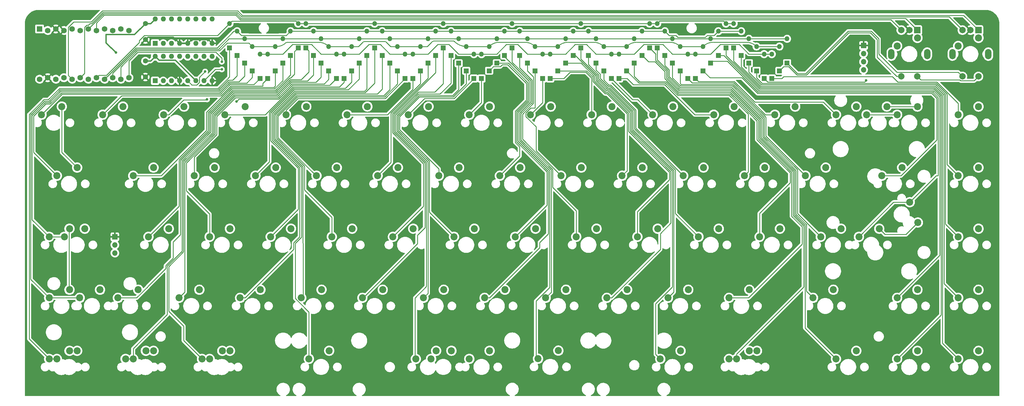
<source format=gbl>
G04 #@! TF.GenerationSoftware,KiCad,Pcbnew,9.0.2*
G04 #@! TF.CreationDate,2025-07-10T02:03:08+05:30*
G04 #@! TF.ProjectId,meowboard,6d656f77-626f-4617-9264-2e6b69636164,rev?*
G04 #@! TF.SameCoordinates,Original*
G04 #@! TF.FileFunction,Copper,L2,Bot*
G04 #@! TF.FilePolarity,Positive*
%FSLAX46Y46*%
G04 Gerber Fmt 4.6, Leading zero omitted, Abs format (unit mm)*
G04 Created by KiCad (PCBNEW 9.0.2) date 2025-07-10 02:03:08*
%MOMM*%
%LPD*%
G01*
G04 APERTURE LIST*
G04 #@! TA.AperFunction,ComponentPad*
%ADD10C,2.200000*%
G04 #@! TD*
G04 #@! TA.AperFunction,ComponentPad*
%ADD11C,1.600000*%
G04 #@! TD*
G04 #@! TA.AperFunction,ComponentPad*
%ADD12R,1.500000X1.500000*%
G04 #@! TD*
G04 #@! TA.AperFunction,ComponentPad*
%ADD13O,1.500000X1.500000*%
G04 #@! TD*
G04 #@! TA.AperFunction,ComponentPad*
%ADD14R,1.600000X1.600000*%
G04 #@! TD*
G04 #@! TA.AperFunction,ComponentPad*
%ADD15O,1.600000X1.600000*%
G04 #@! TD*
G04 #@! TA.AperFunction,ComponentPad*
%ADD16R,1.700000X1.700000*%
G04 #@! TD*
G04 #@! TA.AperFunction,ComponentPad*
%ADD17O,1.700000X1.700000*%
G04 #@! TD*
G04 #@! TA.AperFunction,WasherPad*
%ADD18O,2.000000X3.200000*%
G04 #@! TD*
G04 #@! TA.AperFunction,ComponentPad*
%ADD19R,2.000000X2.000000*%
G04 #@! TD*
G04 #@! TA.AperFunction,ComponentPad*
%ADD20C,2.000000*%
G04 #@! TD*
G04 #@! TA.AperFunction,ComponentPad*
%ADD21R,1.752600X1.752600*%
G04 #@! TD*
G04 #@! TA.AperFunction,ComponentPad*
%ADD22C,1.752600*%
G04 #@! TD*
G04 #@! TA.AperFunction,ViaPad*
%ADD23C,0.800000*%
G04 #@! TD*
G04 #@! TA.AperFunction,Conductor*
%ADD24C,0.381000*%
G04 #@! TD*
G04 #@! TA.AperFunction,Conductor*
%ADD25C,0.254000*%
G04 #@! TD*
G04 APERTURE END LIST*
D10*
X274715000Y-66545000D03*
X268365000Y-69085000D03*
X332015000Y-142945000D03*
X325665000Y-145485000D03*
D11*
X90725000Y-40587500D03*
X90725000Y-45587500D03*
D10*
X150565000Y-85645000D03*
X144215000Y-88185000D03*
X322465000Y-66545000D03*
X316115000Y-69085000D03*
X193540000Y-104745000D03*
X187190000Y-107285000D03*
X112365000Y-85645000D03*
X106015000Y-88185000D03*
X305752500Y-123845000D03*
X299402500Y-126385000D03*
D12*
X260237500Y-57757500D03*
D13*
X260237500Y-50137500D03*
D10*
X312915000Y-66545000D03*
X306565000Y-69085000D03*
D14*
X93762500Y-46775000D03*
D15*
X96302500Y-46775000D03*
X98842500Y-46775000D03*
X101382500Y-46775000D03*
X103922500Y-46775000D03*
X106462500Y-46775000D03*
X109002500Y-46775000D03*
X111542500Y-46775000D03*
X111542500Y-39155000D03*
X109002500Y-39155000D03*
X106462500Y-39155000D03*
X103922500Y-39155000D03*
X101382500Y-39155000D03*
X98842500Y-39155000D03*
X96302500Y-39155000D03*
X93762500Y-39155000D03*
D10*
X351115000Y-104745000D03*
X344765000Y-107285000D03*
D16*
X315175000Y-47445000D03*
D17*
X315175000Y-49985000D03*
X315175000Y-52525000D03*
X315175000Y-55065000D03*
D12*
X288887500Y-55370000D03*
D13*
X288887500Y-47750000D03*
D12*
X219650000Y-55370000D03*
D13*
X219650000Y-47750000D03*
D12*
X212487500Y-55370000D03*
D13*
X212487500Y-47750000D03*
D10*
X107590000Y-123845000D03*
X101240000Y-126385000D03*
D12*
X157575000Y-52982500D03*
D13*
X157575000Y-45362500D03*
D12*
X210100000Y-52982500D03*
D13*
X210100000Y-45362500D03*
D10*
X289040000Y-104745000D03*
X282690000Y-107285000D03*
D14*
X93762500Y-58487500D03*
D15*
X96302500Y-58487500D03*
X98842500Y-58487500D03*
X101382500Y-58487500D03*
X103922500Y-58487500D03*
X106462500Y-58487500D03*
X109002500Y-58487500D03*
X111542500Y-58487500D03*
X111542500Y-50867500D03*
X109002500Y-50867500D03*
X106462500Y-50867500D03*
X103922500Y-50867500D03*
X101382500Y-50867500D03*
X98842500Y-50867500D03*
X96302500Y-50867500D03*
X93762500Y-50867500D03*
D12*
X243525000Y-52982500D03*
D13*
X243525000Y-45362500D03*
D12*
X286500000Y-57757500D03*
D13*
X286500000Y-50137500D03*
D10*
X164890000Y-123845000D03*
X158540000Y-126385000D03*
X169665000Y-85645000D03*
X163315000Y-88185000D03*
X64615000Y-66545000D03*
X58265000Y-69085000D03*
X121915000Y-66545000D03*
X115565000Y-69085000D03*
X67002500Y-123845000D03*
X60652500Y-126385000D03*
D12*
X253075000Y-50595000D03*
D13*
X253075000Y-42975000D03*
D10*
X279490000Y-142945000D03*
X273140000Y-145485000D03*
D12*
X248300000Y-48207500D03*
D13*
X248300000Y-40587500D03*
D12*
X167125000Y-52982500D03*
D13*
X167125000Y-45362500D03*
D10*
X303365000Y-85645000D03*
X297015000Y-88185000D03*
X136240000Y-104745000D03*
X129890000Y-107285000D03*
D12*
X124150000Y-55370000D03*
D13*
X124150000Y-47750000D03*
D10*
X117140000Y-142945000D03*
X110790000Y-145485000D03*
D12*
X121762500Y-52982500D03*
D13*
X121762500Y-45362500D03*
D10*
X155340000Y-104745000D03*
X148990000Y-107285000D03*
X148177500Y-142920000D03*
X141827500Y-145460000D03*
X160115000Y-66545000D03*
X153765000Y-69085000D03*
D12*
X152800000Y-57757500D03*
D13*
X152800000Y-50137500D03*
D10*
X114758750Y-142945000D03*
X108408750Y-145485000D03*
X236515000Y-66545000D03*
X230165000Y-69085000D03*
D12*
X164737500Y-50595000D03*
D13*
X164737500Y-42975000D03*
D10*
X88490000Y-123845000D03*
X82140000Y-126385000D03*
X83715000Y-66545000D03*
X77365000Y-69085000D03*
D12*
X179062500Y-52982500D03*
D13*
X179062500Y-45362500D03*
D12*
X193387500Y-57757500D03*
D13*
X193387500Y-50137500D03*
D10*
X188765000Y-85645000D03*
X182415000Y-88185000D03*
D12*
X140862500Y-48207500D03*
D13*
X140862500Y-40587500D03*
D12*
X195775000Y-57757500D03*
D13*
X195775000Y-50137500D03*
D10*
X179215000Y-66545000D03*
X172865000Y-69085000D03*
D12*
X272175000Y-48207500D03*
D13*
X272175000Y-40587500D03*
D12*
X276950000Y-50595000D03*
D13*
X276950000Y-42975000D03*
D12*
X176675000Y-55370000D03*
D13*
X176675000Y-47750000D03*
D10*
X351115000Y-123845000D03*
X344765000Y-126385000D03*
X174440000Y-104745000D03*
X168090000Y-107285000D03*
D12*
X241137500Y-55370000D03*
D13*
X241137500Y-47750000D03*
D12*
X138475000Y-48207500D03*
D13*
X138475000Y-40587500D03*
D10*
X186377500Y-142920000D03*
X180027500Y-145460000D03*
X260390000Y-123845000D03*
X254040000Y-126385000D03*
X293815000Y-66545000D03*
X287465000Y-69085000D03*
D12*
X231587500Y-52982500D03*
D13*
X231587500Y-45362500D03*
D10*
X332015000Y-45057500D03*
X325665000Y-47597500D03*
X183990000Y-123845000D03*
X177640000Y-126385000D03*
D12*
X145637500Y-52982500D03*
D13*
X145637500Y-45362500D03*
D12*
X265012500Y-55370000D03*
D13*
X265012500Y-47750000D03*
D12*
X214875000Y-57757500D03*
D13*
X214875000Y-50137500D03*
D10*
X351115000Y-45057500D03*
X344765000Y-47597500D03*
D12*
X148025000Y-55370000D03*
D13*
X148025000Y-47750000D03*
D12*
X198162500Y-55370000D03*
D13*
X198162500Y-47750000D03*
D10*
X332015000Y-123845000D03*
X325665000Y-126385000D03*
X312915000Y-142945000D03*
X306565000Y-145485000D03*
X258002500Y-142945000D03*
X251652500Y-145485000D03*
D12*
X269787500Y-50595000D03*
D13*
X269787500Y-42975000D03*
D10*
X141015000Y-66545000D03*
X134665000Y-69085000D03*
X250840000Y-104745000D03*
X244490000Y-107285000D03*
D12*
X200550000Y-52982500D03*
D13*
X200550000Y-45362500D03*
D12*
X255462500Y-52982500D03*
D13*
X255462500Y-45362500D03*
D12*
X191000000Y-55370000D03*
D13*
X191000000Y-47750000D03*
D10*
X90877500Y-142945000D03*
X84527500Y-145485000D03*
D12*
X186225000Y-50595000D03*
D13*
X186225000Y-42975000D03*
D10*
X241290000Y-123845000D03*
X234940000Y-126385000D03*
D12*
X162350000Y-48207500D03*
D13*
X162350000Y-40587500D03*
D12*
X279337500Y-52982500D03*
D13*
X279337500Y-45362500D03*
D10*
X308140000Y-104745000D03*
X301790000Y-107285000D03*
X332015000Y-66545000D03*
X325665000Y-69085000D03*
X351115000Y-66545000D03*
X344765000Y-69085000D03*
D12*
X171900000Y-57757500D03*
D13*
X171900000Y-50137500D03*
D12*
X217262500Y-57757500D03*
D13*
X217262500Y-50137500D03*
D10*
X145790000Y-123845000D03*
X139440000Y-126385000D03*
X327240000Y-85645000D03*
X320890000Y-88185000D03*
X332167500Y-102815000D03*
X329627500Y-96465000D03*
D12*
X133700000Y-52982500D03*
D13*
X133700000Y-45362500D03*
D12*
X224425000Y-50595000D03*
D13*
X224425000Y-42975000D03*
D10*
X320077500Y-104745000D03*
X313727500Y-107285000D03*
X255615000Y-66545000D03*
X249265000Y-69085000D03*
X102815000Y-66545000D03*
X96465000Y-69085000D03*
D12*
X233975000Y-55370000D03*
D13*
X233975000Y-47750000D03*
D10*
X98040000Y-104745000D03*
X91690000Y-107285000D03*
D12*
X262625000Y-57757500D03*
D13*
X262625000Y-50137500D03*
D10*
X222190000Y-123845000D03*
X215840000Y-126385000D03*
X198315000Y-66545000D03*
X191965000Y-69085000D03*
D12*
X250687500Y-48207500D03*
D13*
X250687500Y-40587500D03*
D18*
X335075000Y-50137500D03*
X323875000Y-50137500D03*
D19*
X331975000Y-42637500D03*
D20*
X326975000Y-42637500D03*
X329475000Y-42637500D03*
X326975000Y-57137500D03*
X331975000Y-57137500D03*
D18*
X354175000Y-50137500D03*
X342975000Y-50137500D03*
D19*
X351075000Y-42637500D03*
D20*
X346075000Y-42637500D03*
X348575000Y-42637500D03*
X346075000Y-57137500D03*
X351075000Y-57137500D03*
D12*
X202937500Y-50595000D03*
D13*
X202937500Y-42975000D03*
D12*
X116987500Y-48207500D03*
D13*
X116987500Y-40587500D03*
D10*
X126690000Y-123845000D03*
X120340000Y-126385000D03*
X217415000Y-66545000D03*
X211065000Y-69085000D03*
D12*
X205325000Y-48207500D03*
D13*
X205325000Y-40587500D03*
D12*
X143250000Y-50595000D03*
D13*
X143250000Y-42975000D03*
D10*
X284265000Y-85645000D03*
X277915000Y-88185000D03*
X265165000Y-85645000D03*
X258815000Y-88185000D03*
X67002500Y-104745000D03*
X60652500Y-107285000D03*
D12*
X131312500Y-55370000D03*
D13*
X131312500Y-47750000D03*
D10*
X198315000Y-142920000D03*
X191965000Y-145460000D03*
X212640000Y-104745000D03*
X206290000Y-107285000D03*
X231740000Y-104745000D03*
X225390000Y-107285000D03*
X207865000Y-85645000D03*
X201515000Y-88185000D03*
X351115000Y-85645000D03*
X344765000Y-88185000D03*
X281877500Y-142945000D03*
X275527500Y-145485000D03*
X69390000Y-142945000D03*
X63040000Y-145485000D03*
X76552500Y-123845000D03*
X70202500Y-126385000D03*
D12*
X159962500Y-50595000D03*
D13*
X159962500Y-42975000D03*
D10*
X279490000Y-123845000D03*
X273140000Y-126385000D03*
X226965000Y-85645000D03*
X220615000Y-88185000D03*
D12*
X281725000Y-55370000D03*
D13*
X281725000Y-47750000D03*
D12*
X126537500Y-57757500D03*
D13*
X126537500Y-50137500D03*
D10*
X131465000Y-85645000D03*
X125115000Y-88185000D03*
D12*
X229200000Y-50595000D03*
D13*
X229200000Y-42975000D03*
D12*
X284112500Y-57757500D03*
D13*
X284112500Y-50137500D03*
D12*
X183837500Y-48207500D03*
D13*
X183837500Y-40587500D03*
D12*
X169512500Y-55370000D03*
D13*
X169512500Y-47750000D03*
D12*
X291275000Y-52982500D03*
D13*
X291275000Y-45362500D03*
D10*
X351115000Y-142945000D03*
X344765000Y-145485000D03*
X269940000Y-104745000D03*
X263590000Y-107285000D03*
D12*
X222037500Y-52982500D03*
D13*
X222037500Y-45362500D03*
D12*
X267400000Y-52982500D03*
D13*
X267400000Y-45362500D03*
D10*
X93265000Y-142945000D03*
X86915000Y-145485000D03*
D12*
X128925000Y-57757500D03*
D13*
X128925000Y-50137500D03*
D11*
X90725000Y-52300000D03*
X90725000Y-57300000D03*
D10*
X246065000Y-85645000D03*
X239715000Y-88185000D03*
X181602500Y-142945000D03*
X175252500Y-145485000D03*
X203090000Y-123845000D03*
X196740000Y-126385000D03*
D12*
X226812500Y-48207500D03*
D13*
X226812500Y-40587500D03*
D12*
X257850000Y-55370000D03*
D13*
X257850000Y-47750000D03*
D10*
X69390000Y-85645000D03*
X63040000Y-88185000D03*
X67002500Y-142945000D03*
X60652500Y-145485000D03*
D12*
X136087500Y-50595000D03*
D13*
X136087500Y-42975000D03*
D12*
X274562500Y-48207500D03*
D13*
X274562500Y-40587500D03*
D12*
X181450000Y-50595000D03*
D13*
X181450000Y-42975000D03*
D12*
X155187500Y-55370000D03*
D13*
X155187500Y-47750000D03*
D12*
X236362500Y-57757500D03*
D13*
X236362500Y-50137500D03*
D12*
X207712500Y-50595000D03*
D13*
X207712500Y-42975000D03*
D12*
X238750000Y-57757500D03*
D13*
X238750000Y-50137500D03*
D10*
X71777500Y-104745000D03*
X65427500Y-107285000D03*
D12*
X150412500Y-57757500D03*
D13*
X150412500Y-50137500D03*
D12*
X188612500Y-52982500D03*
D13*
X188612500Y-45362500D03*
D12*
X174287500Y-57757500D03*
D13*
X174287500Y-50137500D03*
D10*
X219802500Y-142890000D03*
X213452500Y-145430000D03*
X93265000Y-85645000D03*
X86915000Y-88185000D03*
D12*
X119375000Y-50595000D03*
D13*
X119375000Y-42975000D03*
D10*
X117140000Y-104745000D03*
X110790000Y-107285000D03*
D12*
X245912500Y-50595000D03*
D13*
X245912500Y-42975000D03*
D21*
X57655000Y-42288900D03*
D22*
X60195000Y-42746100D03*
X62735000Y-42288900D03*
X65275000Y-42746100D03*
X67815000Y-42288900D03*
X70355000Y-42746100D03*
X72895000Y-42288900D03*
X75435000Y-42746100D03*
X77975000Y-42288900D03*
X80515000Y-42746100D03*
X83055000Y-42288900D03*
X85595000Y-42746100D03*
X85595000Y-57528900D03*
X83055000Y-57986100D03*
X80515000Y-57528900D03*
X77975000Y-57986100D03*
X75435000Y-57528900D03*
X72895000Y-57986100D03*
X70355000Y-57528900D03*
X67815000Y-57986100D03*
X65275000Y-57528900D03*
X62735000Y-57986100D03*
X60195000Y-57528900D03*
X57655000Y-57986100D03*
D16*
X81175000Y-107285000D03*
D17*
X81175000Y-109825000D03*
X81175000Y-112365000D03*
D23*
X81490000Y-49670000D03*
X114600000Y-52525000D03*
X109996682Y-64290818D03*
X119200000Y-65000000D03*
X316000000Y-58400000D03*
X114600000Y-54912500D03*
X109400000Y-55600000D03*
D24*
X100032511Y-52057511D02*
X106462500Y-58487500D01*
X78427589Y-44012411D02*
X78427589Y-46607589D01*
X90725000Y-52300000D02*
X92330000Y-52300000D01*
X92330000Y-52300000D02*
X93762500Y-50867500D01*
X90725000Y-40587500D02*
X92330000Y-40587500D01*
X93762500Y-50867500D02*
X94952511Y-52057511D01*
X94952511Y-52057511D02*
X100032511Y-52057511D01*
X78427589Y-46607589D02*
X81490000Y-49670000D01*
X87300089Y-44012411D02*
X90725000Y-40587500D01*
X92330000Y-40587500D02*
X93762500Y-39155000D01*
X78427589Y-44012411D02*
X87300089Y-44012411D01*
X110352489Y-45584989D02*
X105112511Y-45584989D01*
X91524999Y-56500001D02*
X99395001Y-56500001D01*
X99395001Y-56500001D02*
X101382500Y-58487500D01*
X91524999Y-44787501D02*
X99395001Y-44787501D01*
X111542500Y-46775000D02*
X110352489Y-45584989D01*
X329475000Y-42917522D02*
X329475000Y-42637500D01*
X105112511Y-45584989D02*
X103922500Y-46775000D01*
X90725000Y-57300000D02*
X91524999Y-56500001D01*
X101382500Y-46775000D02*
X103922500Y-46775000D01*
X90725000Y-45587500D02*
X91524999Y-44787501D01*
X99395001Y-44787501D02*
X101382500Y-46775000D01*
D25*
X262625000Y-50137500D02*
X267400000Y-50137500D01*
X171900000Y-50137500D02*
X167125000Y-50137500D01*
X133700000Y-50137500D02*
X136706511Y-47130989D01*
X207093489Y-47130989D02*
X210100000Y-50137500D01*
X142630989Y-47130989D02*
X145637500Y-50137500D01*
X126537500Y-50137500D02*
X128925000Y-50137500D01*
X114600000Y-51450000D02*
X112750000Y-49600000D01*
X185605989Y-47130989D02*
X188612500Y-50137500D01*
X157575000Y-50137500D02*
X152800000Y-50137500D01*
X252455989Y-47130989D02*
X255462500Y-50137500D01*
X179062500Y-50137500D02*
X182069011Y-47130989D01*
X267400000Y-50137500D02*
X270406511Y-47130989D01*
X182069011Y-47130989D02*
X185605989Y-47130989D01*
X85595000Y-57528900D02*
X85595000Y-52290222D01*
X238750000Y-50137500D02*
X243525000Y-50137500D01*
X203556511Y-47130989D02*
X207093489Y-47130989D01*
X210100000Y-50137500D02*
X214875000Y-50137500D01*
X228580989Y-47130989D02*
X231587500Y-50137500D01*
X188612500Y-50137500D02*
X193387500Y-50137500D01*
X255462500Y-50137500D02*
X260237500Y-50137500D01*
X193387500Y-50137500D02*
X195775000Y-50137500D01*
X260237500Y-50137500D02*
X262625000Y-50137500D01*
X114600000Y-52525000D02*
X114600000Y-51450000D01*
X200550000Y-50137500D02*
X203556511Y-47130989D01*
X88285222Y-49600000D02*
X112750000Y-49600000D01*
X174287500Y-50137500D02*
X179062500Y-50137500D01*
X136706511Y-47130989D02*
X142630989Y-47130989D01*
X276330989Y-47130989D02*
X279337500Y-50137500D01*
X231587500Y-50137500D02*
X236362500Y-50137500D01*
X145637500Y-50137500D02*
X150412500Y-50137500D01*
X171900000Y-50137500D02*
X174287500Y-50137500D01*
X160581511Y-47130989D02*
X157575000Y-50137500D01*
X164118489Y-47130989D02*
X160581511Y-47130989D01*
X195775000Y-50137500D02*
X200550000Y-50137500D01*
X236362500Y-50137500D02*
X238750000Y-50137500D01*
X85595000Y-52290222D02*
X88285222Y-49600000D01*
X222037500Y-50137500D02*
X225044011Y-47130989D01*
X243525000Y-50137500D02*
X246531511Y-47130989D01*
X167125000Y-50137500D02*
X164118489Y-47130989D01*
X270406511Y-47130989D02*
X276330989Y-47130989D01*
X150412500Y-50137500D02*
X152800000Y-50137500D01*
X217262500Y-50137500D02*
X222037500Y-50137500D01*
X284112500Y-50137500D02*
X286500000Y-50137500D01*
X246531511Y-47130989D02*
X252455989Y-47130989D01*
X128925000Y-50137500D02*
X133700000Y-50137500D01*
X225044011Y-47130989D02*
X228580989Y-47130989D01*
X214875000Y-50137500D02*
X217262500Y-50137500D01*
X279337500Y-50137500D02*
X284112500Y-50137500D01*
X64652712Y-62697288D02*
X58265000Y-69085000D01*
X124630200Y-59664800D02*
X117195442Y-59664800D01*
X124630200Y-59664800D02*
X126537500Y-57757500D01*
X117195442Y-59664800D02*
X114162954Y-62697288D01*
X114162954Y-62697288D02*
X64652712Y-62697288D01*
X83299192Y-63150808D02*
X77365000Y-69085000D01*
X127400000Y-59282500D02*
X127400000Y-60118320D01*
X117383296Y-60118320D02*
X114350808Y-63150808D01*
X128925000Y-57757500D02*
X127400000Y-59282500D01*
X114350808Y-63150808D02*
X83299192Y-63150808D01*
X127400000Y-60118320D02*
X117383296Y-60118320D01*
X148400000Y-59770000D02*
X150412500Y-57757500D01*
X120000000Y-64200000D02*
X132401616Y-64200000D01*
X148400000Y-59918320D02*
X148400000Y-59770000D01*
X109996682Y-64290818D02*
X109825000Y-64462500D01*
X136683296Y-59918320D02*
X148400000Y-59918320D01*
X109825000Y-64462500D02*
X102662500Y-64462500D01*
X102662500Y-64462500D02*
X98040000Y-69085000D01*
X98040000Y-69085000D02*
X96465000Y-69085000D01*
X119200000Y-65000000D02*
X120000000Y-64200000D01*
X132401616Y-64200000D02*
X136683296Y-59918320D01*
X152800000Y-58971840D02*
X151400000Y-60371840D01*
X136871150Y-60371840D02*
X128157990Y-69085000D01*
X128157990Y-69085000D02*
X115565000Y-69085000D01*
X152800000Y-57757500D02*
X152800000Y-58971840D01*
X151400000Y-60371840D02*
X136871150Y-60371840D01*
X171900000Y-57757500D02*
X165657500Y-64000000D01*
X138373982Y-64000000D02*
X134665000Y-67708982D01*
X134665000Y-67708982D02*
X134665000Y-69085000D01*
X165657500Y-64000000D02*
X138373982Y-64000000D01*
X174287500Y-61155490D02*
X166357990Y-69085000D01*
X174287500Y-57757500D02*
X174287500Y-61155490D01*
X166357990Y-69085000D02*
X153765000Y-69085000D01*
X172865000Y-69085000D02*
X177950000Y-64000000D01*
X187145000Y-64000000D02*
X193387500Y-57757500D01*
X177950000Y-64000000D02*
X187145000Y-64000000D01*
X195775000Y-57757500D02*
X195775000Y-65275000D01*
X195775000Y-65275000D02*
X191965000Y-69085000D01*
X214875000Y-57757500D02*
X214875000Y-65275000D01*
X214875000Y-65275000D02*
X211065000Y-69085000D01*
X244580000Y-64400000D02*
X249265000Y-69085000D01*
X243005000Y-64400000D02*
X244580000Y-64400000D01*
X236362500Y-57757500D02*
X243005000Y-64400000D01*
X243196020Y-59687500D02*
X253075000Y-59687500D01*
X238750000Y-57757500D02*
X241266020Y-57757500D01*
X262472500Y-69085000D02*
X268365000Y-69085000D01*
X241266020Y-57757500D02*
X243196020Y-59687500D01*
X253075000Y-59687500D02*
X262472500Y-69085000D01*
X228416484Y-55823520D02*
X223400000Y-55823520D01*
X221466020Y-57757500D02*
X217262500Y-57757500D01*
X223400000Y-55823520D02*
X221466020Y-57757500D01*
X230165000Y-57572036D02*
X228416484Y-55823520D01*
X230165000Y-69085000D02*
X230165000Y-57572036D01*
X281159863Y-65118489D02*
X302598489Y-65118489D01*
X263581147Y-58713647D02*
X274755021Y-58713647D01*
X302598489Y-65118489D02*
X306565000Y-69085000D01*
X262625000Y-57757500D02*
X263581147Y-58713647D01*
X274755021Y-58713647D02*
X281159863Y-65118489D01*
X316115000Y-69085000D02*
X325665000Y-69085000D01*
X285189011Y-58834011D02*
X284112500Y-57757500D01*
X315565989Y-58834011D02*
X285189011Y-58834011D01*
X316000000Y-58400000D02*
X315565989Y-58834011D01*
X284485000Y-69085000D02*
X274567167Y-59167167D01*
X287465000Y-69085000D02*
X284485000Y-69085000D01*
X274567167Y-59167167D02*
X261647167Y-59167167D01*
X261647167Y-59167167D02*
X260237500Y-57757500D01*
X325834011Y-58834011D02*
X324148551Y-57148551D01*
X324148551Y-57148551D02*
X290251449Y-57148551D01*
X289642500Y-57757500D02*
X286500000Y-57757500D01*
X338075385Y-58834011D02*
X325834011Y-58834011D01*
X344765000Y-65523626D02*
X338075385Y-58834011D01*
X344765000Y-69085000D02*
X344765000Y-65523626D01*
X290251449Y-57148551D02*
X289642500Y-57757500D01*
X167359478Y-47750000D02*
X165957601Y-46348123D01*
X135015159Y-46439011D02*
X144859993Y-46439011D01*
X83055000Y-54188848D02*
X88164535Y-49079313D01*
X124150000Y-47750000D02*
X123077469Y-46677469D01*
X123077469Y-46677469D02*
X116281157Y-46677469D01*
X222815007Y-46439011D02*
X230809993Y-46439011D01*
X124150000Y-47750000D02*
X131312500Y-47750000D01*
X281725000Y-47750000D02*
X288887500Y-47750000D01*
X212487500Y-47750000D02*
X219650000Y-47750000D01*
X201327507Y-46439011D02*
X209322493Y-46439011D01*
X268177507Y-46439011D02*
X278559993Y-46439011D01*
X131312500Y-47750000D02*
X131850153Y-47750000D01*
X187096978Y-46000000D02*
X187324561Y-46227583D01*
X169512500Y-47750000D02*
X167359478Y-47750000D01*
X176675000Y-47750000D02*
X178828022Y-47750000D01*
X181200000Y-46000000D02*
X187096978Y-46000000D01*
X257850000Y-47750000D02*
X265012500Y-47750000D01*
X159200000Y-46200000D02*
X165600000Y-46200000D01*
X191000000Y-47750000D02*
X198162500Y-47750000D01*
X233975000Y-47750000D02*
X241137500Y-47750000D01*
X254684993Y-46439011D02*
X244302507Y-46439011D01*
X116281157Y-46677469D02*
X113879313Y-49079313D01*
X178828022Y-47750000D02*
X180138217Y-46439805D01*
X148025000Y-47750000D02*
X155187500Y-47750000D01*
X113879313Y-49079313D02*
X88164535Y-49079313D01*
X83055000Y-54188848D02*
X83055000Y-57986100D01*
X157340522Y-47750000D02*
X158671688Y-46418834D01*
X169512500Y-47750000D02*
X176675000Y-47750000D01*
X155187500Y-47750000D02*
X157340522Y-47750000D01*
X278559993Y-46439011D02*
G75*
G02*
X281725002Y-47749998I7J-4475989D01*
G01*
X257850000Y-47750000D02*
G75*
G03*
X254684993Y-46439014I-3165000J-3165000D01*
G01*
X180138217Y-46439805D02*
G75*
G02*
X181200000Y-46000004I1061783J-1061795D01*
G01*
X131850153Y-47750000D02*
G75*
G03*
X134607775Y-46607775I47J3899800D01*
G01*
X230809993Y-46439011D02*
G75*
G02*
X233975002Y-47749998I7J-4475989D01*
G01*
X158671688Y-46418834D02*
G75*
G02*
X159200000Y-46199987I528312J-528266D01*
G01*
X144859993Y-46439011D02*
G75*
G02*
X148025002Y-47749998I7J-4475989D01*
G01*
X198162500Y-47750000D02*
G75*
G02*
X201327507Y-46439014I3165000J-3165000D01*
G01*
X165957601Y-46348123D02*
G75*
G03*
X165600000Y-46199993I-357601J-357577D01*
G01*
X209322493Y-46439011D02*
G75*
G02*
X212487502Y-47749998I7J-4475989D01*
G01*
X244302507Y-46439011D02*
G75*
G03*
X241137498Y-47749998I-7J-4475989D01*
G01*
X134607761Y-46607761D02*
G75*
G02*
X135015159Y-46438994I407439J-407439D01*
G01*
X187324561Y-46227583D02*
G75*
G03*
X191000000Y-47750016I3675439J3675383D01*
G01*
X265012500Y-47750000D02*
G75*
G02*
X268177507Y-46439014I3165000J-3165000D01*
G01*
X219650000Y-47750000D02*
G75*
G02*
X222815007Y-46439014I3165000J-3165000D01*
G01*
X59578295Y-65754313D02*
X55768479Y-69564129D01*
X124150000Y-55370000D02*
X124150000Y-57461280D01*
X60954313Y-65754313D02*
X59578295Y-65754313D01*
X64464858Y-62243768D02*
X60954313Y-65754313D01*
X117007588Y-59211280D02*
X113975100Y-62243768D01*
X113975100Y-62243768D02*
X64464858Y-62243768D01*
X124150000Y-57461280D02*
X122400000Y-59211280D01*
X55768479Y-80913479D02*
X63040000Y-88185000D01*
X55768479Y-69564129D02*
X55768479Y-80913479D01*
X122400000Y-59211280D02*
X117007588Y-59211280D01*
X118886128Y-63746480D02*
X113000000Y-69632608D01*
X136495442Y-59464800D02*
X132213762Y-63746480D01*
X113000000Y-69632608D02*
X113000000Y-75327118D01*
X132213762Y-63746480D02*
X118886128Y-63746480D01*
X113000000Y-75327118D02*
X106015000Y-82312118D01*
X148025000Y-58039800D02*
X146600000Y-59464800D01*
X146600000Y-59464800D02*
X136495442Y-59464800D01*
X106015000Y-82312118D02*
X106015000Y-88185000D01*
X148025000Y-55370000D02*
X148025000Y-58039800D01*
X155187500Y-58837860D02*
X155187500Y-55370000D01*
X137059004Y-60825360D02*
X153200000Y-60825360D01*
X129447359Y-68437005D02*
X137059004Y-60825360D01*
X153200000Y-60825360D02*
X155187500Y-58837860D01*
X125115000Y-88185000D02*
X129447359Y-83852641D01*
X129447359Y-83852641D02*
X129447359Y-68437005D01*
X117571150Y-60571840D02*
X109825360Y-68317630D01*
X109825360Y-68317630D02*
X109825360Y-74012140D01*
X131312500Y-60158124D02*
X130898784Y-60571840D01*
X109825360Y-74012140D02*
X95652500Y-88185000D01*
X130898784Y-60571840D02*
X117571150Y-60571840D01*
X95652500Y-88185000D02*
X86915000Y-88185000D01*
X131312500Y-55370000D02*
X131312500Y-60158124D01*
X132168479Y-69564129D02*
X132168479Y-76290979D01*
X169512500Y-55370000D02*
X169512500Y-59503626D01*
X132168479Y-76290979D02*
X144062500Y-88185000D01*
X138186128Y-63546480D02*
X132168479Y-69564129D01*
X144062500Y-88185000D02*
X144215000Y-88185000D01*
X169512500Y-59503626D02*
X165469646Y-63546480D01*
X165469646Y-63546480D02*
X138186128Y-63546480D01*
X167478880Y-68605484D02*
X176675000Y-59409364D01*
X167478880Y-84021120D02*
X167478880Y-68605484D01*
X163315000Y-88185000D02*
X167478880Y-84021120D01*
X176675000Y-59409364D02*
X176675000Y-55370000D01*
X209766380Y-59265501D02*
X209766380Y-64517984D01*
X202249502Y-53436020D02*
X203936899Y-53436020D01*
X206300879Y-77756333D02*
X207712500Y-79167954D01*
X201626511Y-54059011D02*
X202249502Y-53436020D01*
X209766380Y-64517984D02*
X206300879Y-67983485D01*
X207712500Y-81987500D02*
X201515000Y-88185000D01*
X199473489Y-54059011D02*
X201626511Y-54059011D01*
X206300879Y-67983485D02*
X206300879Y-77756333D01*
X198162500Y-55370000D02*
X199473489Y-54059011D01*
X207712500Y-79167954D02*
X207712500Y-81987500D01*
X203936899Y-53436020D02*
X209766380Y-59265501D01*
X212487500Y-55370000D02*
X212487500Y-67021126D01*
X209638489Y-68494119D02*
X209638489Y-69675881D01*
X209638489Y-69675881D02*
X212800000Y-72837392D01*
X211111482Y-67021126D02*
X209638489Y-68494119D01*
X212487500Y-67021126D02*
X211111482Y-67021126D01*
X212800000Y-80370000D02*
X220615000Y-88185000D01*
X212800000Y-72837392D02*
X212800000Y-80370000D01*
X191000000Y-59503626D02*
X186957146Y-63546480D01*
X176386128Y-63546480D02*
X170200000Y-69732608D01*
X182415000Y-86015000D02*
X182415000Y-88185000D01*
X170200000Y-69732608D02*
X170200000Y-73800000D01*
X186957146Y-63546480D02*
X176386128Y-63546480D01*
X170200000Y-73800000D02*
X182415000Y-86015000D01*
X191000000Y-55370000D02*
X191000000Y-59503626D01*
X230618520Y-57384182D02*
X230618520Y-58718520D01*
X235024592Y-62528520D02*
X241278880Y-68782808D01*
X234428520Y-62528520D02*
X235024592Y-62528520D01*
X219650000Y-55370000D02*
X228604338Y-55370000D01*
X230618520Y-58718520D02*
X234428520Y-62528520D01*
X241278880Y-86621120D02*
X239715000Y-88185000D01*
X228604338Y-55370000D02*
X230618520Y-57384182D01*
X241278880Y-68782808D02*
X241278880Y-86621120D01*
X236151716Y-59807400D02*
X235555644Y-59807400D01*
X233975000Y-58226756D02*
X233975000Y-55370000D01*
X244000000Y-73370000D02*
X244000000Y-67655684D01*
X235555644Y-59807400D02*
X233975000Y-58226756D01*
X258815000Y-88185000D02*
X244000000Y-73370000D01*
X244000000Y-67655684D02*
X236151716Y-59807400D01*
X336572553Y-62462171D02*
X338058193Y-63947811D01*
X338058193Y-76992716D02*
X326865909Y-88185000D01*
X326865909Y-88185000D02*
X321224021Y-88185000D01*
X267192500Y-57550000D02*
X277200000Y-57550000D01*
X338058193Y-63947811D02*
X338058193Y-76992716D01*
X277200000Y-57550000D02*
X282112171Y-62462171D01*
X265012500Y-55370000D02*
X267192500Y-57550000D01*
X282112171Y-62462171D02*
X336572553Y-62462171D01*
X281725000Y-57585382D02*
X281725000Y-55370000D01*
X337887531Y-59287531D02*
X283427149Y-59287531D01*
X283427149Y-59287531D02*
X281725000Y-57585382D01*
X341279313Y-84699313D02*
X341279313Y-62679313D01*
X344765000Y-88185000D02*
X341279313Y-84699313D01*
X341279313Y-62679313D02*
X337887531Y-59287531D01*
X253262854Y-59233980D02*
X257082394Y-63053520D01*
X279096565Y-68903435D02*
X279096565Y-87003435D01*
X279096565Y-87003435D02*
X277915000Y-88185000D01*
X273246650Y-63053520D02*
X279096565Y-68903435D01*
X241137500Y-55370000D02*
X245001480Y-59233980D01*
X245001480Y-59233980D02*
X253262854Y-59233980D01*
X257082394Y-63053520D02*
X273246650Y-63053520D01*
X258139179Y-59620687D02*
X274379313Y-59620687D01*
X257850000Y-59331508D02*
X258139179Y-59620687D01*
X274379313Y-59620687D02*
X284600000Y-69841374D01*
X284600000Y-75770000D02*
X297015000Y-88185000D01*
X257850000Y-55370000D02*
X257850000Y-59331508D01*
X284600000Y-69841374D02*
X284600000Y-75770000D01*
X288887500Y-55370000D02*
X290198489Y-54059011D01*
X319471480Y-51071480D02*
X325537500Y-57137500D01*
X291710137Y-54059011D02*
X294346157Y-56695031D01*
X294346157Y-56695031D02*
X297296343Y-56695031D01*
X290198489Y-54059011D02*
X291710137Y-54059011D01*
X317349646Y-43428520D02*
X319471480Y-45550354D01*
X325537500Y-57137500D02*
X326975000Y-57137500D01*
X310562854Y-43428520D02*
X317349646Y-43428520D01*
X319471480Y-45550354D02*
X319471480Y-51071480D01*
X297296343Y-56695031D02*
X310562854Y-43428520D01*
X210100000Y-45362500D02*
X200550000Y-45362500D01*
X179062500Y-45362500D02*
X167125000Y-45362500D01*
X116837500Y-45362500D02*
X121762500Y-45362500D01*
X279337500Y-45362500D02*
X267400000Y-45362500D01*
X87976681Y-48625793D02*
X113574207Y-48625793D01*
X80515000Y-56087474D02*
X87976681Y-48625793D01*
X255462500Y-45362500D02*
X243525000Y-45362500D01*
X188612500Y-45362500D02*
X179062500Y-45362500D01*
X145637500Y-45362500D02*
X133700000Y-45362500D01*
X133700000Y-45362500D02*
X121762500Y-45362500D01*
X243525000Y-45362500D02*
X222037500Y-45362500D01*
X291275000Y-45362500D02*
X279337500Y-45362500D01*
X200550000Y-45362500D02*
X188612500Y-45362500D01*
X222037500Y-45362500D02*
X210100000Y-45362500D01*
X167125000Y-45362500D02*
X157575000Y-45362500D01*
X267400000Y-45362500D02*
X255462500Y-45362500D01*
X157575000Y-45362500D02*
X145637500Y-45362500D01*
X113574207Y-48625793D02*
X116837500Y-45362500D01*
X80515000Y-57528900D02*
X80515000Y-56087474D01*
X281878880Y-76897124D02*
X292250879Y-87269123D01*
X245189334Y-58780460D02*
X243525000Y-57116126D01*
X243525000Y-52982500D02*
X243525000Y-57116126D01*
X282690000Y-99960879D02*
X282690000Y-107285000D01*
X292250879Y-87269123D02*
X292250879Y-90400000D01*
X257270248Y-62600000D02*
X273434504Y-62600000D01*
X273434504Y-62600000D02*
X281878880Y-71044376D01*
X281878880Y-71044376D02*
X281878880Y-76897124D01*
X292250879Y-90400000D02*
X282690000Y-99960879D01*
X253450708Y-58780460D02*
X257270248Y-62600000D01*
X245189334Y-58780460D02*
X253450708Y-58780460D01*
X235963862Y-60260920D02*
X243546480Y-67843538D01*
X243546480Y-73557854D02*
X256400000Y-86411374D01*
X256318479Y-87281521D02*
X256318479Y-100013479D01*
X256400000Y-87200000D02*
X256318479Y-87281521D01*
X256400000Y-86411374D02*
X256400000Y-87200000D01*
X243546480Y-67843538D02*
X243546480Y-73557854D01*
X231587500Y-52982500D02*
X231587500Y-55146292D01*
X232886120Y-57779250D02*
X235367790Y-60260920D01*
X231587500Y-55146292D02*
X232886120Y-56444912D01*
X256318479Y-100013479D02*
X263590000Y-107285000D01*
X235367790Y-60260920D02*
X235963862Y-60260920D01*
X232886120Y-56444912D02*
X232886120Y-57779250D01*
X55314959Y-69376275D02*
X55314959Y-101947459D01*
X116819734Y-58757760D02*
X113787246Y-61790248D01*
X55314959Y-101947459D02*
X60652500Y-107285000D01*
X121762500Y-52982500D02*
X121762500Y-56995260D01*
X113787246Y-61790248D02*
X64277004Y-61790248D01*
X121762500Y-56995260D02*
X120000000Y-58757760D01*
X60652500Y-107285000D02*
X65427500Y-107285000D01*
X59390441Y-65300793D02*
X55314959Y-69376275D01*
X60766459Y-65300793D02*
X59390441Y-65300793D01*
X120000000Y-58757760D02*
X116819734Y-58757760D01*
X64277004Y-61790248D02*
X60766459Y-65300793D01*
X101250879Y-97724121D02*
X91690000Y-107285000D01*
X133700000Y-58411998D02*
X131086638Y-61025360D01*
X133700000Y-52982500D02*
X133700000Y-58411998D01*
X131086638Y-61025360D02*
X117759004Y-61025360D01*
X117759004Y-61025360D02*
X110278880Y-68505484D01*
X110278880Y-68505484D02*
X110278880Y-74199994D01*
X110278880Y-74199994D02*
X101250879Y-83227995D01*
X101250879Y-83227995D02*
X101250879Y-97724121D01*
X132025908Y-63292960D02*
X136318868Y-59000000D01*
X103518479Y-84167265D02*
X112546480Y-75139264D01*
X103518479Y-92918479D02*
X103518479Y-84167265D01*
X145637500Y-57362500D02*
X145637500Y-52982500D01*
X110790000Y-107285000D02*
X110790000Y-100190000D01*
X110790000Y-100190000D02*
X103518479Y-92918479D01*
X112546480Y-69444754D02*
X118698274Y-63292960D01*
X118698274Y-63292960D02*
X132025908Y-63292960D01*
X136318868Y-59000000D02*
X144000000Y-59000000D01*
X144000000Y-59000000D02*
X145637500Y-57362500D01*
X112546480Y-75139264D02*
X112546480Y-69444754D01*
X167125000Y-52982500D02*
X167125000Y-61249752D01*
X131714959Y-69376275D02*
X131714959Y-76478833D01*
X131714959Y-76478833D02*
X140418063Y-85181937D01*
X140418063Y-85181937D02*
X140418063Y-92668063D01*
X137998274Y-63092960D02*
X131714959Y-69376275D01*
X140418063Y-92668063D02*
X148990000Y-101240000D01*
X167125000Y-61249752D02*
X165281792Y-63092960D01*
X165281792Y-63092960D02*
X137998274Y-63092960D01*
X148990000Y-101240000D02*
X148990000Y-107285000D01*
X177600000Y-84406870D02*
X177600000Y-97775000D01*
X179062500Y-57663238D02*
X167932400Y-68793338D01*
X177600000Y-97775000D02*
X168090000Y-107285000D01*
X167932400Y-68793338D02*
X167932400Y-74739270D01*
X179062500Y-52982500D02*
X179062500Y-57663238D01*
X167932400Y-74739270D02*
X177600000Y-84406870D01*
X154200000Y-61278880D02*
X157575000Y-57903880D01*
X129890000Y-107285000D02*
X138502482Y-98672518D01*
X138502482Y-85831852D02*
X129900879Y-77230249D01*
X129900879Y-77230249D02*
X129900879Y-68624859D01*
X138502482Y-98672518D02*
X138502482Y-85831852D01*
X157575000Y-57903880D02*
X157575000Y-52982500D01*
X137246858Y-61278880D02*
X154200000Y-61278880D01*
X129900879Y-68624859D02*
X137246858Y-61278880D01*
X188612500Y-52982500D02*
X188612500Y-61249752D01*
X169746480Y-73987854D02*
X179479313Y-83720687D01*
X176198274Y-63092960D02*
X169746480Y-69544754D01*
X179479313Y-83720687D02*
X179479313Y-99574313D01*
X186769292Y-63092960D02*
X176198274Y-63092960D01*
X179479313Y-99574313D02*
X187190000Y-107285000D01*
X188612500Y-61249752D02*
X186769292Y-63092960D01*
X169746480Y-69544754D02*
X169746480Y-73987854D01*
X208568479Y-76779853D02*
X208568479Y-68922755D01*
X225390000Y-107285000D02*
X225390000Y-99190000D01*
X218000000Y-91800000D02*
X218000000Y-86211374D01*
X212033980Y-57300000D02*
X210100000Y-55366020D01*
X210100000Y-55366020D02*
X210100000Y-52982500D01*
X225390000Y-99190000D02*
X218000000Y-91800000D01*
X218000000Y-86211374D02*
X208568479Y-76779853D01*
X208568479Y-68922755D02*
X212033980Y-65457254D01*
X212033980Y-65457254D02*
X212033980Y-57300000D01*
X254504399Y-87081269D02*
X254504399Y-89400000D01*
X222037500Y-52982500D02*
X226858212Y-52982500D01*
X234616374Y-62075000D02*
X235212446Y-62075000D01*
X231072040Y-57196328D02*
X231072040Y-58530666D01*
X244490000Y-99414399D02*
X244490000Y-107285000D01*
X254504399Y-89400000D02*
X244490000Y-99414399D01*
X231072040Y-58530666D02*
X234616374Y-62075000D01*
X235212446Y-62075000D02*
X241732400Y-68594954D01*
X226858212Y-52982500D02*
X231072040Y-57196328D01*
X241732400Y-74309270D02*
X254504399Y-87081269D01*
X241732400Y-68594954D02*
X241732400Y-74309270D01*
X216185920Y-87000000D02*
X216185920Y-97389080D01*
X216185920Y-97389080D02*
X206290000Y-107285000D01*
X204182500Y-52982500D02*
X210219900Y-59019900D01*
X210219900Y-59019900D02*
X210219900Y-64705838D01*
X206754399Y-68171339D02*
X206754399Y-77568479D01*
X210219900Y-64705838D02*
X206754399Y-68171339D01*
X206754399Y-77568479D02*
X216185920Y-87000000D01*
X200550000Y-52982500D02*
X204182500Y-52982500D01*
X294518479Y-100013479D02*
X294518479Y-86329853D01*
X294518479Y-86329853D02*
X284146480Y-75957854D01*
X301790000Y-107285000D02*
X294518479Y-100013479D01*
X274217252Y-60100000D02*
X257977118Y-60100000D01*
X255462500Y-57585382D02*
X255462500Y-52982500D01*
X257977118Y-60100000D02*
X255462500Y-57585382D01*
X284146480Y-75957854D02*
X284146480Y-70029228D01*
X284146480Y-70029228D02*
X274217252Y-60100000D01*
X282300025Y-62008651D02*
X336760407Y-62008651D01*
X337892500Y-88200000D02*
X329627500Y-96465000D01*
X324547500Y-96465000D02*
X329627500Y-96465000D01*
X338511713Y-88200000D02*
X337892500Y-88200000D01*
X267400000Y-52982500D02*
X268042500Y-52340000D01*
X313727500Y-107285000D02*
X324547500Y-96465000D01*
X338511713Y-63759957D02*
X338511713Y-88200000D01*
X336760407Y-62008651D02*
X338511713Y-63759957D01*
X268042500Y-52340000D02*
X272631374Y-52340000D01*
X272631374Y-52340000D02*
X282300025Y-62008651D01*
X279337500Y-55839256D02*
X283239295Y-59741051D01*
X340779313Y-62820687D02*
X340779313Y-103299313D01*
X283239295Y-59741051D02*
X337699677Y-59741051D01*
X340779313Y-103299313D02*
X344765000Y-107285000D01*
X337699677Y-59741051D02*
X340779313Y-62820687D01*
X279337500Y-52982500D02*
X279337500Y-55839256D01*
X297108489Y-56241511D02*
X310375000Y-42975000D01*
X344737500Y-55800000D02*
X346075000Y-57137500D01*
X319925000Y-45362500D02*
X319925000Y-50137500D01*
X310375000Y-42975000D02*
X317537500Y-42975000D01*
X294534011Y-56241511D02*
X297108489Y-56241511D01*
X317537500Y-42975000D02*
X319925000Y-45362500D01*
X319925000Y-50137500D02*
X325587500Y-55800000D01*
X325587500Y-55800000D02*
X344737500Y-55800000D01*
X291275000Y-52982500D02*
X294534011Y-56241511D01*
X134776511Y-44285989D02*
X136087500Y-42975000D01*
X224425000Y-42975000D02*
X229200000Y-42975000D01*
X78163191Y-57236809D02*
X77975000Y-57425000D01*
X257162002Y-44908980D02*
X265700498Y-44908980D01*
X181450000Y-42975000D02*
X186225000Y-42975000D01*
X143250000Y-42975000D02*
X159962500Y-42975000D01*
X202937500Y-42975000D02*
X207712500Y-42975000D01*
X164737500Y-42975000D02*
X181450000Y-42975000D01*
X77975000Y-57425000D02*
X77975000Y-57986100D01*
X256539011Y-44285989D02*
X257162002Y-44908980D01*
X78724291Y-57236809D02*
X78163191Y-57236809D01*
X132623489Y-44285989D02*
X134776511Y-44285989D01*
X254385989Y-44285989D02*
X256539011Y-44285989D01*
X119375000Y-42975000D02*
X120685989Y-44285989D01*
X265700498Y-44908980D02*
X266323489Y-44285989D01*
X120685989Y-44285989D02*
X122805000Y-44285989D01*
X113173727Y-48172273D02*
X87788827Y-48172273D01*
X118371000Y-42975000D02*
X113173727Y-48172273D01*
X132589478Y-44320000D02*
X132623489Y-44285989D01*
X122805000Y-44285989D02*
X122839011Y-44320000D01*
X229200000Y-42975000D02*
X245912500Y-42975000D01*
X266323489Y-44285989D02*
X268476511Y-44285989D01*
X159962500Y-42975000D02*
X164737500Y-42975000D01*
X268476511Y-44285989D02*
X269787500Y-42975000D01*
X136087500Y-42975000D02*
X143250000Y-42975000D01*
X119375000Y-42975000D02*
X118371000Y-42975000D01*
X269787500Y-42975000D02*
X276950000Y-42975000D01*
X186225000Y-42975000D02*
X202937500Y-42975000D01*
X245912500Y-42975000D02*
X253075000Y-42975000D01*
X253075000Y-42975000D02*
X254385989Y-44285989D01*
X122839011Y-44320000D02*
X132589478Y-44320000D01*
X87788827Y-48172273D02*
X78724291Y-57236809D01*
X207712500Y-42975000D02*
X224425000Y-42975000D01*
X292704399Y-87081269D02*
X292704399Y-100828521D01*
X245912500Y-50595000D02*
X246070617Y-50595000D01*
X248000617Y-52525000D02*
X250000878Y-52525000D01*
X282332400Y-76709270D02*
X292704399Y-87081269D01*
X250000878Y-52525000D02*
X253075000Y-55599122D01*
X295998939Y-104123061D02*
X295998939Y-109600000D01*
X253075000Y-57763378D02*
X257365142Y-62053520D01*
X246070617Y-50595000D02*
X248000617Y-52525000D01*
X273529398Y-62053520D02*
X282332400Y-70856522D01*
X253075000Y-55599122D02*
X253075000Y-57763378D01*
X282332400Y-70856522D02*
X282332400Y-76709270D01*
X295998939Y-109600000D02*
X279213939Y-126385000D01*
X279213939Y-126385000D02*
X273140000Y-126385000D01*
X292704399Y-100828521D02*
X295998939Y-104123061D01*
X257365142Y-62053520D02*
X273529398Y-62053520D01*
X283692960Y-76145708D02*
X283692960Y-70292960D01*
X274000000Y-60600000D02*
X257835744Y-60600000D01*
X254435560Y-57199816D02*
X254435560Y-55035560D01*
X297400000Y-103600000D02*
X294064959Y-100264959D01*
X297359499Y-124341999D02*
X299402500Y-126385000D01*
X294064959Y-100264959D02*
X294064959Y-86517707D01*
X253075000Y-53675000D02*
X253075000Y-50595000D01*
X294064959Y-86517707D02*
X283692960Y-76145708D01*
X254435560Y-55035560D02*
X253075000Y-53675000D01*
X257835744Y-60600000D02*
X254435560Y-57199816D01*
X297359499Y-103559499D02*
X297359499Y-124341999D01*
X283692960Y-70292960D02*
X274000000Y-60600000D01*
X271527748Y-50595000D02*
X282487879Y-61555131D01*
X338965233Y-63572103D02*
X338965233Y-113084767D01*
X336948261Y-61555131D02*
X338965233Y-63572103D01*
X338965233Y-113084767D02*
X325665000Y-126385000D01*
X282487879Y-61555131D02*
X336948261Y-61555131D01*
X269787500Y-50595000D02*
X271527748Y-50595000D01*
X59202587Y-64847273D02*
X54861439Y-69188421D01*
X119375000Y-56929240D02*
X118000000Y-58304240D01*
X54861439Y-120593939D02*
X60652500Y-126385000D01*
X54861439Y-69188421D02*
X54861439Y-120593939D01*
X119375000Y-50595000D02*
X119375000Y-56929240D01*
X118000000Y-58304240D02*
X116631880Y-58304240D01*
X113599392Y-61336728D02*
X64089150Y-61336728D01*
X60578605Y-64847273D02*
X59202587Y-64847273D01*
X116631880Y-58304240D02*
X113599392Y-61336728D01*
X64089150Y-61336728D02*
X60578605Y-64847273D01*
X60652500Y-126385000D02*
X70202500Y-126385000D01*
X110732400Y-68693338D02*
X110732400Y-74387848D01*
X97092960Y-116235730D02*
X97092960Y-117200000D01*
X101704399Y-83415849D02*
X101704399Y-106600000D01*
X97092960Y-117200000D02*
X91492960Y-122800000D01*
X117946858Y-61478880D02*
X110732400Y-68693338D01*
X131274492Y-61478880D02*
X117946858Y-61478880D01*
X101704399Y-106600000D02*
X99353479Y-108950920D01*
X136087500Y-56665872D02*
X131274492Y-61478880D01*
X91492960Y-122800000D02*
X91492960Y-122859432D01*
X91492960Y-122859432D02*
X87967392Y-126385000D01*
X99353479Y-113975211D02*
X97092960Y-116235730D01*
X99353479Y-108950920D02*
X99353479Y-113975211D01*
X136087500Y-50595000D02*
X136087500Y-56665872D01*
X110732400Y-74387848D02*
X101704399Y-83415849D01*
X87967392Y-126385000D02*
X82140000Y-126385000D01*
X143250000Y-50595000D02*
X143250000Y-56696480D01*
X141400000Y-58546480D02*
X136131014Y-58546480D01*
X118510420Y-62839440D02*
X112092960Y-69256900D01*
X103064959Y-124560041D02*
X101240000Y-126385000D01*
X136131014Y-58546480D02*
X131838054Y-62839440D01*
X143250000Y-56696480D02*
X141400000Y-58546480D01*
X131838054Y-62839440D02*
X118510420Y-62839440D01*
X103064959Y-83979411D02*
X103064959Y-124560041D01*
X112092960Y-69256900D02*
X112092960Y-74951410D01*
X112092960Y-74951410D02*
X103064959Y-83979411D01*
X163200000Y-62639440D02*
X137810420Y-62639440D01*
X139964543Y-85369791D02*
X139964543Y-109274979D01*
X140006521Y-109316957D02*
X140006521Y-125818479D01*
X137810420Y-62639440D02*
X131261439Y-69188421D01*
X131261439Y-69188421D02*
X131261439Y-76666687D01*
X131261439Y-76666687D02*
X139964543Y-85369791D01*
X164737500Y-61101940D02*
X163200000Y-62639440D01*
X140006521Y-125818479D02*
X139440000Y-126385000D01*
X164737500Y-50595000D02*
X164737500Y-61101940D01*
X139964543Y-109274979D02*
X140006521Y-109316957D01*
X168385920Y-68981192D02*
X168385920Y-74551416D01*
X175753479Y-106765274D02*
X175753479Y-109446521D01*
X178118753Y-84284249D02*
X178118753Y-104400000D01*
X175753479Y-109446521D02*
X158815000Y-126385000D01*
X168385920Y-74551416D02*
X178118753Y-84284249D01*
X178118753Y-104400000D02*
X175753479Y-106765274D01*
X181450000Y-55917112D02*
X168385920Y-68981192D01*
X158815000Y-126385000D02*
X158540000Y-126385000D01*
X181450000Y-50595000D02*
X181450000Y-55917112D01*
X137099959Y-111180675D02*
X137099959Y-109129103D01*
X130354399Y-77042395D02*
X138956002Y-85643998D01*
X120340000Y-126385000D02*
X121895634Y-126385000D01*
X137434712Y-61732400D02*
X130354399Y-68812713D01*
X121895634Y-126385000D02*
X137099959Y-111180675D01*
X159962500Y-60982046D02*
X159212146Y-61732400D01*
X159962500Y-50595000D02*
X159962500Y-60982046D01*
X138956002Y-107273060D02*
X137099959Y-109129103D01*
X130354399Y-68812713D02*
X130354399Y-77042395D01*
X138956002Y-85643998D02*
X138956002Y-107273060D01*
X159212146Y-61732400D02*
X137434712Y-61732400D01*
X182800000Y-62639440D02*
X176010420Y-62639440D01*
X169292960Y-74175708D02*
X179025793Y-83908541D01*
X176010420Y-62639440D02*
X169292960Y-69356900D01*
X186225000Y-59214440D02*
X182800000Y-62639440D01*
X186225000Y-50595000D02*
X186225000Y-59214440D01*
X179025793Y-124999207D02*
X177640000Y-126385000D01*
X179025793Y-83908541D02*
X179025793Y-124999207D01*
X169292960Y-69356900D02*
X169292960Y-74175708D01*
X210673420Y-58641209D02*
X210673420Y-64893692D01*
X213953479Y-110727155D02*
X198295634Y-126385000D01*
X207207919Y-77343415D02*
X216639440Y-86774936D01*
X213953479Y-109046521D02*
X213953479Y-110727155D01*
X216639440Y-86774936D02*
X216639440Y-106360560D01*
X216639440Y-106360560D02*
X213953479Y-109046521D01*
X210673420Y-64893692D02*
X207207919Y-68359193D01*
X207207919Y-68359193D02*
X207207919Y-77343415D01*
X198295634Y-126385000D02*
X196740000Y-126385000D01*
X202937500Y-50595000D02*
X202937500Y-50905289D01*
X202937500Y-50905289D02*
X210673420Y-58641209D01*
X207712500Y-50595000D02*
X207712500Y-54397540D01*
X208114959Y-76967707D02*
X217546480Y-86399228D01*
X207712500Y-54397540D02*
X211580460Y-58265500D01*
X211580460Y-58265500D02*
X211580460Y-65269400D01*
X208114959Y-68734901D02*
X208114959Y-76967707D01*
X217546480Y-86399228D02*
X217546480Y-124678520D01*
X211580460Y-65269400D02*
X208114959Y-68734901D01*
X217546480Y-124678520D02*
X215840000Y-126385000D01*
X225112086Y-50595000D02*
X224425000Y-50595000D01*
X231525560Y-58342812D02*
X231525560Y-57008474D01*
X242185920Y-68407100D02*
X235400300Y-61621480D01*
X235400300Y-61621480D02*
X234804228Y-61621480D01*
X254957919Y-86893415D02*
X242185920Y-74121416D01*
X242185920Y-74121416D02*
X242185920Y-68407100D01*
X236495634Y-126385000D02*
X251680634Y-111200000D01*
X231525560Y-57008474D02*
X225112086Y-50595000D01*
X234804228Y-61621480D02*
X231525560Y-58342812D01*
X251680634Y-106277285D02*
X254957919Y-103000000D01*
X234940000Y-126385000D02*
X236495634Y-126385000D01*
X251680634Y-111200000D02*
X251680634Y-106277285D01*
X254957919Y-103000000D02*
X254957919Y-86893415D01*
X243092960Y-68031392D02*
X243092960Y-73745708D01*
X255864959Y-86517707D02*
X255864959Y-124560041D01*
X232432600Y-56632766D02*
X232432600Y-57967104D01*
X229200000Y-53400166D02*
X232432600Y-56632766D01*
X232432600Y-57967104D02*
X235179936Y-60714440D01*
X235179936Y-60714440D02*
X235776008Y-60714440D01*
X255864959Y-124560041D02*
X254040000Y-126385000D01*
X243092960Y-73745708D02*
X255864959Y-86517707D01*
X235776008Y-60714440D02*
X243092960Y-68031392D01*
X229200000Y-50595000D02*
X229200000Y-53400166D01*
X283051441Y-60194571D02*
X337511823Y-60194571D01*
X337511823Y-60194571D02*
X340325793Y-63008541D01*
X276950000Y-50595000D02*
X276950000Y-54093130D01*
X340325793Y-121945793D02*
X344765000Y-126385000D01*
X340325793Y-63008541D02*
X340325793Y-121945793D01*
X276950000Y-54093130D02*
X283051441Y-60194571D01*
X271441020Y-39853520D02*
X251421480Y-39853520D01*
X120178626Y-39820000D02*
X117755000Y-39820000D01*
X88800000Y-45919372D02*
X90448891Y-44270481D01*
X205325000Y-40587500D02*
X183837500Y-40587500D01*
X226812500Y-40587500D02*
X205325000Y-40587500D01*
X76180611Y-56783289D02*
X78536437Y-56783289D01*
X117755000Y-39820000D02*
X116987500Y-40587500D01*
X75435000Y-57528900D02*
X76180611Y-56783289D01*
X183837500Y-40587500D02*
X162350000Y-40587500D01*
X248300000Y-40587500D02*
X226812500Y-40587500D01*
X140862500Y-40587500D02*
X138475000Y-40587500D01*
X120212146Y-39853520D02*
X120178626Y-39820000D01*
X138475000Y-40587500D02*
X137741020Y-39853520D01*
X251421480Y-39853520D02*
X250687500Y-40587500D01*
X162350000Y-40587500D02*
X140862500Y-40587500D01*
X137741020Y-39853520D02*
X120212146Y-39853520D01*
X274562500Y-40587500D02*
X272175000Y-40587500D01*
X113304519Y-44270481D02*
X116987500Y-40587500D01*
X272175000Y-40587500D02*
X271441020Y-39853520D01*
X90448891Y-44270481D02*
X113304519Y-44270481D01*
X88800000Y-46519726D02*
X88800000Y-45919372D01*
X250687500Y-40587500D02*
X248300000Y-40587500D01*
X78536437Y-56783289D02*
X88800000Y-46519726D01*
X116987500Y-57307246D02*
X113411538Y-60883208D01*
X63901296Y-60883208D02*
X60390751Y-64393753D01*
X113411538Y-60883208D02*
X63901296Y-60883208D01*
X116987500Y-48207500D02*
X116987500Y-57307246D01*
X54407919Y-139240419D02*
X60652500Y-145485000D01*
X60652500Y-145485000D02*
X63040000Y-145485000D01*
X59014733Y-64393753D02*
X54407919Y-69000567D01*
X54407919Y-69000567D02*
X54407919Y-139240419D01*
X60390751Y-64393753D02*
X59014733Y-64393753D01*
X118134712Y-61932400D02*
X131462346Y-61932400D01*
X136120560Y-57639440D02*
X137340000Y-56420000D01*
X86915000Y-142265000D02*
X97546480Y-131633520D01*
X111185920Y-68881192D02*
X118134712Y-61932400D01*
X86915000Y-145485000D02*
X86915000Y-142265000D01*
X86915000Y-145485000D02*
X84527500Y-145485000D01*
X111185920Y-74575702D02*
X111185920Y-68881192D01*
X137340000Y-49342500D02*
X138475000Y-48207500D01*
X97546480Y-116423584D02*
X102157919Y-111812146D01*
X131462346Y-61932400D02*
X135755306Y-57639440D01*
X135755306Y-57639440D02*
X136120560Y-57639440D01*
X102157919Y-83603703D02*
X111185920Y-74575702D01*
X137340000Y-56420000D02*
X137340000Y-49342500D01*
X97546480Y-131633520D02*
X97546480Y-116423584D01*
X102157919Y-111812146D02*
X102157919Y-83603703D01*
X98000000Y-130600000D02*
X102673479Y-135273479D01*
X140862500Y-48207500D02*
X141790000Y-49135000D01*
X135943160Y-58092960D02*
X131650200Y-62385920D01*
X102673479Y-139749729D02*
X108408750Y-145485000D01*
X118322566Y-62385920D02*
X111639440Y-69069046D01*
X98000000Y-116611438D02*
X98000000Y-130600000D01*
X102611439Y-112000000D02*
X98000000Y-116611438D01*
X108408750Y-145485000D02*
X110790000Y-145485000D01*
X141790000Y-49135000D02*
X141790000Y-55702960D01*
X102673479Y-135273479D02*
X102673479Y-139749729D01*
X139400000Y-58092960D02*
X135943160Y-58092960D01*
X102611439Y-83791557D02*
X102611439Y-112000000D01*
X111639440Y-69069046D02*
X111639440Y-74763556D01*
X141790000Y-55702960D02*
X139400000Y-58092960D01*
X131650200Y-62385920D02*
X118322566Y-62385920D01*
X111639440Y-74763556D02*
X102611439Y-83791557D01*
X162350000Y-48207500D02*
X162350000Y-59235920D01*
X139511023Y-85557645D02*
X139511023Y-107359413D01*
X140873479Y-129873479D02*
X140873479Y-129909388D01*
X162350000Y-59235920D02*
X159400000Y-62185920D01*
X137622566Y-62185920D02*
X130807919Y-69000567D01*
X141827500Y-130863409D02*
X141827500Y-145460000D01*
X137553479Y-126553479D02*
X140873479Y-129873479D01*
X130807919Y-76854541D02*
X139511023Y-85557645D01*
X159400000Y-62185920D02*
X137622566Y-62185920D01*
X140873479Y-129909388D02*
X141827500Y-130863409D01*
X130807919Y-69000567D02*
X130807919Y-76854541D01*
X137553479Y-109316957D02*
X137553479Y-126553479D01*
X139511023Y-107359413D02*
X137553479Y-109316957D01*
X178572273Y-84096395D02*
X178572273Y-122827727D01*
X168839440Y-74363562D02*
X178572273Y-84096395D01*
X168839440Y-69169046D02*
X168839440Y-74363562D01*
X181200000Y-62000000D02*
X176008486Y-62000000D01*
X175000000Y-145232500D02*
X175252500Y-145485000D01*
X176008486Y-62000000D02*
X168839440Y-69169046D01*
X183837500Y-59362500D02*
X181200000Y-62000000D01*
X178572273Y-122827727D02*
X175000000Y-126400000D01*
X183837500Y-48207500D02*
X183837500Y-59362500D01*
X175000000Y-126400000D02*
X175000000Y-145232500D01*
X242639440Y-68219246D02*
X242639440Y-73933562D01*
X226812500Y-51654040D02*
X231979080Y-56820620D01*
X231979080Y-56820620D02*
X231979080Y-58154958D01*
X231979080Y-58154958D02*
X234992082Y-61167960D01*
X226812500Y-48207500D02*
X226812500Y-51654040D01*
X250200000Y-144032500D02*
X251652500Y-145485000D01*
X250200000Y-128207608D02*
X250200000Y-144032500D01*
X255411439Y-86705561D02*
X255411439Y-122996169D01*
X242639440Y-73933562D02*
X255411439Y-86705561D01*
X234992082Y-61167960D02*
X235588154Y-61167960D01*
X255411439Y-122996169D02*
X250200000Y-128207608D01*
X235588154Y-61167960D02*
X242639440Y-68219246D01*
X253528520Y-55411268D02*
X253528520Y-57575524D01*
X293157919Y-86893415D02*
X293157919Y-100640667D01*
X257552996Y-61600000D02*
X273717252Y-61600000D01*
X248300000Y-48207500D02*
X250233980Y-50141480D01*
X296452459Y-123004407D02*
X275527500Y-143929366D01*
X282785920Y-76521416D02*
X293157919Y-86893415D01*
X273717252Y-61600000D02*
X282785920Y-70668668D01*
X282785920Y-70668668D02*
X282785920Y-76521416D01*
X293157919Y-100640667D02*
X296452459Y-103935207D01*
X253528520Y-57575524D02*
X257552996Y-61600000D01*
X250188732Y-50186728D02*
X250188732Y-52071480D01*
X275527500Y-145485000D02*
X273140000Y-145485000D01*
X275527500Y-143929366D02*
X275527500Y-145485000D01*
X250233980Y-50141480D02*
X250188732Y-50186728D01*
X250188732Y-52071480D02*
X253528520Y-55411268D01*
X296452459Y-103935207D02*
X296452459Y-123004407D01*
X217092960Y-123114648D02*
X212800000Y-127407608D01*
X211126940Y-58453355D02*
X211126940Y-65081546D01*
X205325000Y-52651415D02*
X211126940Y-58453355D01*
X207661439Y-68547047D02*
X207661439Y-77155561D01*
X211126940Y-65081546D02*
X207661439Y-68547047D01*
X207661439Y-77155561D02*
X217092960Y-86587082D01*
X212800000Y-144777500D02*
X213452500Y-145430000D01*
X212800000Y-127407608D02*
X212800000Y-144777500D01*
X205325000Y-48207500D02*
X205325000Y-52651415D01*
X217092960Y-86587082D02*
X217092960Y-123114648D01*
X293611439Y-100452813D02*
X293611439Y-86705561D01*
X257647890Y-61053520D02*
X253982040Y-57387670D01*
X253982040Y-57387670D02*
X253982040Y-55223414D01*
X273812146Y-61053520D02*
X257647890Y-61053520D01*
X306565000Y-145485000D02*
X296905979Y-135825979D01*
X296905979Y-103747353D02*
X293611439Y-100452813D01*
X253982040Y-55223414D02*
X250687500Y-51928874D01*
X250687500Y-51928874D02*
X250687500Y-48207500D01*
X293611439Y-86705561D02*
X283239440Y-76333562D01*
X296905979Y-135825979D02*
X296905979Y-103747353D01*
X283239440Y-76333562D02*
X283239440Y-70480814D01*
X283239440Y-70480814D02*
X273812146Y-61053520D01*
X282675733Y-61101611D02*
X337136115Y-61101611D01*
X339418753Y-131731247D02*
X325665000Y-145485000D01*
X272175000Y-48207500D02*
X272175000Y-50600878D01*
X272175000Y-50600878D02*
X282675733Y-61101611D01*
X339418753Y-63384249D02*
X339418753Y-131731247D01*
X337136115Y-61101611D02*
X339418753Y-63384249D01*
X274562500Y-52347004D02*
X282863587Y-60648091D01*
X282863587Y-60648091D02*
X337323969Y-60648091D01*
X337323969Y-60648091D02*
X339872273Y-63196395D01*
X274562500Y-48207500D02*
X274562500Y-52347004D01*
X339872273Y-63196395D02*
X339872273Y-140592273D01*
X339872273Y-140592273D02*
X344765000Y-145485000D01*
X332015000Y-66545000D02*
X322465000Y-66545000D01*
X66860979Y-104886531D02*
X66860979Y-123703486D01*
X64615000Y-66545000D02*
X64615000Y-80870000D01*
X64615000Y-80870000D02*
X69390000Y-85645000D01*
X109002500Y-58487500D02*
X112577500Y-54912500D01*
X112577500Y-54912500D02*
X114600000Y-54912500D01*
X328400979Y-106581521D02*
X332167500Y-102815000D01*
X320077500Y-104745000D02*
X321914021Y-106581521D01*
X321914021Y-106581521D02*
X328400979Y-106581521D01*
X349748489Y-58464011D02*
X345525540Y-58464011D01*
X345525540Y-58464011D02*
X345261529Y-58200000D01*
X333037500Y-58200000D02*
X331975000Y-57137500D01*
X351075000Y-57137500D02*
X349748489Y-58464011D01*
X345261529Y-58200000D02*
X333037500Y-58200000D01*
X120587854Y-38946480D02*
X119187854Y-37546480D01*
X77637420Y-37546480D02*
X72895000Y-42288900D01*
X331975000Y-42637500D02*
X328283980Y-38946480D01*
X328283980Y-38946480D02*
X120587854Y-38946480D01*
X119187854Y-37546480D02*
X77637420Y-37546480D01*
X323737500Y-39400000D02*
X326975000Y-42637500D01*
X120400000Y-39400000D02*
X323737500Y-39400000D01*
X75435000Y-40390274D02*
X75435000Y-42746100D01*
X75435000Y-40390274D02*
X77825274Y-38000000D01*
X77825274Y-38000000D02*
X119000000Y-38000000D01*
X119000000Y-38000000D02*
X120400000Y-39400000D01*
X66612189Y-56783289D02*
X67815000Y-57986100D01*
X77261712Y-36639440D02*
X73783409Y-40117743D01*
X351075000Y-42637500D02*
X346476940Y-38039440D01*
X68285124Y-40117743D02*
X66612189Y-41790678D01*
X120987854Y-38039440D02*
X119587854Y-36639440D01*
X73783409Y-40117743D02*
X68285124Y-40117743D01*
X346476940Y-38039440D02*
X120987854Y-38039440D01*
X119587854Y-36639440D02*
X77261712Y-36639440D01*
X66612189Y-41790678D02*
X66612189Y-56783289D01*
X120800000Y-38492960D02*
X119400000Y-37092960D01*
X71692189Y-41790678D02*
X71692189Y-56191711D01*
X72894633Y-41086089D02*
X72396778Y-41086089D01*
X73393222Y-40587500D02*
X72894633Y-41086089D01*
X119400000Y-37092960D02*
X77449566Y-37092960D01*
X346075000Y-42637500D02*
X341930460Y-38492960D01*
X73955026Y-40587500D02*
X73393222Y-40587500D01*
X72396778Y-41086089D02*
X71692189Y-41790678D01*
X341930460Y-38492960D02*
X120800000Y-38492960D01*
X77449566Y-37092960D02*
X73955026Y-40587500D01*
X71692189Y-56191711D02*
X70355000Y-57528900D01*
X107589011Y-57410989D02*
X107589011Y-58954117D01*
X107589011Y-58954117D02*
X106743128Y-59800000D01*
X109400000Y-55600000D02*
X107589011Y-57410989D01*
X105235000Y-59800000D02*
X103922500Y-58487500D01*
X106743128Y-59800000D02*
X105235000Y-59800000D01*
G04 #@! TA.AperFunction,Conductor*
G36*
X76445850Y-36340502D02*
G01*
X76492343Y-36394158D01*
X76502447Y-36464432D01*
X76472953Y-36529012D01*
X76466824Y-36535595D01*
X73557081Y-39445338D01*
X73494769Y-39479364D01*
X73467986Y-39482243D01*
X68364144Y-39482243D01*
X68352915Y-39481714D01*
X68345405Y-39480035D01*
X68337479Y-39480284D01*
X68337478Y-39480284D01*
X68277126Y-39482181D01*
X68273168Y-39482243D01*
X68245141Y-39482243D01*
X68241095Y-39482754D01*
X68229267Y-39483685D01*
X68184919Y-39485079D01*
X68177301Y-39487292D01*
X68177302Y-39487292D01*
X68165378Y-39490756D01*
X68146018Y-39494765D01*
X68133690Y-39496322D01*
X68133687Y-39496323D01*
X68125825Y-39497316D01*
X68118459Y-39500233D01*
X68118453Y-39500234D01*
X68084563Y-39513652D01*
X68073336Y-39517496D01*
X68030731Y-39529874D01*
X68023912Y-39533907D01*
X68023907Y-39533909D01*
X68013215Y-39540233D01*
X67995465Y-39548930D01*
X67976536Y-39556424D01*
X67940920Y-39582301D01*
X67940643Y-39582502D01*
X67930719Y-39589021D01*
X67899348Y-39607573D01*
X67899343Y-39607577D01*
X67892525Y-39611609D01*
X67878138Y-39625996D01*
X67863104Y-39638837D01*
X67846637Y-39650801D01*
X67841584Y-39656909D01*
X67818352Y-39684992D01*
X67810362Y-39693772D01*
X66218706Y-41285428D01*
X66210380Y-41293004D01*
X66203886Y-41297125D01*
X66198463Y-41302900D01*
X66157104Y-41346943D01*
X66154349Y-41349785D01*
X66134550Y-41369584D01*
X66132126Y-41372709D01*
X66132118Y-41372718D01*
X66132052Y-41372804D01*
X66124344Y-41381829D01*
X66093972Y-41414172D01*
X66090154Y-41421116D01*
X66090153Y-41421118D01*
X66084167Y-41432007D01*
X66073316Y-41448525D01*
X66060839Y-41464611D01*
X66060838Y-41464613D01*
X66060476Y-41464333D01*
X66012340Y-41509278D01*
X65942489Y-41521983D01*
X65894885Y-41506994D01*
X65848932Y-41481626D01*
X65839523Y-41477398D01*
X65634697Y-41404865D01*
X65624734Y-41402233D01*
X65410810Y-41364127D01*
X65400557Y-41363158D01*
X65183274Y-41360503D01*
X65172991Y-41361223D01*
X64958205Y-41394090D01*
X64948177Y-41396479D01*
X64741638Y-41463986D01*
X64732141Y-41467978D01*
X64539400Y-41568311D01*
X64530672Y-41573808D01*
X64505889Y-41592415D01*
X64497436Y-41603740D01*
X64504180Y-41616070D01*
X65545115Y-42657005D01*
X65579141Y-42719317D01*
X65574076Y-42790132D01*
X65545115Y-42835195D01*
X64502510Y-43877800D01*
X64495750Y-43890180D01*
X64501031Y-43897234D01*
X64670353Y-43996178D01*
X64679640Y-44000628D01*
X64882638Y-44078145D01*
X64892540Y-44081022D01*
X65105456Y-44124340D01*
X65115708Y-44125563D01*
X65332847Y-44133525D01*
X65343133Y-44133058D01*
X65558670Y-44105447D01*
X65568748Y-44103305D01*
X65776877Y-44040863D01*
X65786474Y-44037102D01*
X65795255Y-44032800D01*
X65865229Y-44020793D01*
X65930587Y-44048522D01*
X65970577Y-44107185D01*
X65976689Y-44145951D01*
X65976689Y-56129953D01*
X65956687Y-56198074D01*
X65903031Y-56244567D01*
X65832757Y-56254671D01*
X65808629Y-56248726D01*
X65634829Y-56187180D01*
X65634825Y-56187179D01*
X65629954Y-56185454D01*
X65624861Y-56184547D01*
X65624858Y-56184546D01*
X65410857Y-56146427D01*
X65410851Y-56146426D01*
X65405768Y-56145521D01*
X65318698Y-56144457D01*
X65183239Y-56142802D01*
X65183237Y-56142802D01*
X65178070Y-56142739D01*
X64952976Y-56177183D01*
X64736529Y-56247929D01*
X64698146Y-56267910D01*
X64557721Y-56341011D01*
X64534544Y-56353076D01*
X64530411Y-56356179D01*
X64530408Y-56356181D01*
X64370716Y-56476081D01*
X64352444Y-56489800D01*
X64327516Y-56515886D01*
X64205682Y-56643378D01*
X64195120Y-56654430D01*
X64192206Y-56658702D01*
X64192205Y-56658703D01*
X64158905Y-56707519D01*
X64066797Y-56842545D01*
X64064622Y-56847231D01*
X64064615Y-56847243D01*
X63977751Y-57034375D01*
X63930927Y-57087742D01*
X63862684Y-57107322D01*
X63794688Y-57086898D01*
X63770270Y-57066123D01*
X63686149Y-56973674D01*
X63686140Y-56973665D01*
X63682668Y-56969850D01*
X63503963Y-56828718D01*
X63304607Y-56718667D01*
X63187664Y-56677255D01*
X63094829Y-56644380D01*
X63094825Y-56644379D01*
X63089954Y-56642654D01*
X63084861Y-56641747D01*
X63084858Y-56641746D01*
X62870857Y-56603627D01*
X62870851Y-56603626D01*
X62865768Y-56602721D01*
X62778698Y-56601657D01*
X62643239Y-56600002D01*
X62643237Y-56600002D01*
X62638070Y-56599939D01*
X62412976Y-56634383D01*
X62196529Y-56705129D01*
X62191937Y-56707519D01*
X62191938Y-56707519D01*
X62012934Y-56800703D01*
X61994544Y-56810276D01*
X61990411Y-56813379D01*
X61990408Y-56813381D01*
X61816579Y-56943895D01*
X61812444Y-56947000D01*
X61808872Y-56950738D01*
X61695437Y-57069440D01*
X61633912Y-57104870D01*
X61563000Y-57101413D01*
X61505214Y-57060167D01*
X61488793Y-57032631D01*
X61421229Y-56877243D01*
X61416362Y-56868168D01*
X61347083Y-56761078D01*
X61336398Y-56751875D01*
X61326831Y-56756279D01*
X60567022Y-57516088D01*
X60559408Y-57530032D01*
X60559539Y-57531865D01*
X60563790Y-57538480D01*
X61324322Y-58299012D01*
X61344552Y-58310059D01*
X61394753Y-58360262D01*
X61407080Y-58392940D01*
X61407674Y-58395572D01*
X61409039Y-58401631D01*
X61410981Y-58406413D01*
X61410982Y-58406417D01*
X61492767Y-58607828D01*
X61494711Y-58612615D01*
X61559925Y-58719035D01*
X61604881Y-58792395D01*
X61613692Y-58806774D01*
X61762786Y-58978893D01*
X61879731Y-59075982D01*
X61926967Y-59115198D01*
X61937989Y-59124349D01*
X61942441Y-59126951D01*
X61942446Y-59126954D01*
X62130139Y-59236633D01*
X62134597Y-59239238D01*
X62347329Y-59320472D01*
X62352395Y-59321503D01*
X62352396Y-59321503D01*
X62381032Y-59327329D01*
X62570472Y-59365871D01*
X62698288Y-59370558D01*
X62792870Y-59374027D01*
X62792875Y-59374027D01*
X62798034Y-59374216D01*
X62803154Y-59373560D01*
X62803156Y-59373560D01*
X62875344Y-59364312D01*
X63023903Y-59345281D01*
X63028852Y-59343796D01*
X63028858Y-59343795D01*
X63181809Y-59297907D01*
X63242013Y-59279845D01*
X63253316Y-59274308D01*
X63350558Y-59226669D01*
X63446507Y-59179664D01*
X63450711Y-59176666D01*
X63450715Y-59176663D01*
X63551952Y-59104451D01*
X63631893Y-59047430D01*
X63793193Y-58886692D01*
X63926073Y-58701769D01*
X63936101Y-58681480D01*
X64024673Y-58502268D01*
X64024674Y-58502266D01*
X64026967Y-58497626D01*
X64028474Y-58492667D01*
X64030200Y-58488309D01*
X64073876Y-58432337D01*
X64140880Y-58408862D01*
X64209938Y-58425339D01*
X64242587Y-58452197D01*
X64302786Y-58521693D01*
X64414216Y-58614204D01*
X64457667Y-58650277D01*
X64477989Y-58667149D01*
X64482441Y-58669751D01*
X64482446Y-58669754D01*
X64628409Y-58755048D01*
X64674597Y-58782038D01*
X64887329Y-58863272D01*
X64892395Y-58864303D01*
X64892396Y-58864303D01*
X64931492Y-58872257D01*
X65110472Y-58908671D01*
X65238288Y-58913358D01*
X65332870Y-58916827D01*
X65332875Y-58916827D01*
X65338034Y-58917016D01*
X65343154Y-58916360D01*
X65343156Y-58916360D01*
X65419451Y-58906586D01*
X65563903Y-58888081D01*
X65568852Y-58886596D01*
X65568858Y-58886595D01*
X65700577Y-58847077D01*
X65782013Y-58822645D01*
X65986507Y-58722464D01*
X65990711Y-58719466D01*
X65990715Y-58719463D01*
X66113284Y-58632035D01*
X66171893Y-58590230D01*
X66317865Y-58444766D01*
X66380235Y-58410851D01*
X66451042Y-58416039D01*
X66507804Y-58458685D01*
X66523547Y-58486614D01*
X66566961Y-58593528D01*
X66574711Y-58612615D01*
X66639925Y-58719035D01*
X66684881Y-58792395D01*
X66693692Y-58806774D01*
X66842786Y-58978893D01*
X66959731Y-59075982D01*
X67006967Y-59115198D01*
X67017989Y-59124349D01*
X67022441Y-59126951D01*
X67022446Y-59126954D01*
X67210139Y-59236633D01*
X67214597Y-59239238D01*
X67427329Y-59320472D01*
X67432395Y-59321503D01*
X67432396Y-59321503D01*
X67461032Y-59327329D01*
X67650472Y-59365871D01*
X67778288Y-59370558D01*
X67872870Y-59374027D01*
X67872875Y-59374027D01*
X67878034Y-59374216D01*
X67883154Y-59373560D01*
X67883156Y-59373560D01*
X67955344Y-59364312D01*
X68103903Y-59345281D01*
X68108852Y-59343796D01*
X68108858Y-59343795D01*
X68261809Y-59297907D01*
X68322013Y-59279845D01*
X68333316Y-59274308D01*
X68430558Y-59226669D01*
X68526507Y-59179664D01*
X68530711Y-59176666D01*
X68530715Y-59176663D01*
X68631952Y-59104451D01*
X68711893Y-59047430D01*
X68873193Y-58886692D01*
X69006073Y-58701769D01*
X69016101Y-58681480D01*
X69104673Y-58502268D01*
X69104674Y-58502266D01*
X69106967Y-58497626D01*
X69108474Y-58492667D01*
X69110200Y-58488309D01*
X69153876Y-58432337D01*
X69220880Y-58408862D01*
X69289938Y-58425339D01*
X69322587Y-58452197D01*
X69382786Y-58521693D01*
X69494216Y-58614204D01*
X69537667Y-58650277D01*
X69557989Y-58667149D01*
X69562441Y-58669751D01*
X69562446Y-58669754D01*
X69708409Y-58755048D01*
X69754597Y-58782038D01*
X69967329Y-58863272D01*
X69972395Y-58864303D01*
X69972396Y-58864303D01*
X70011492Y-58872257D01*
X70190472Y-58908671D01*
X70318288Y-58913358D01*
X70412870Y-58916827D01*
X70412875Y-58916827D01*
X70418034Y-58917016D01*
X70423154Y-58916360D01*
X70423156Y-58916360D01*
X70499451Y-58906586D01*
X70643903Y-58888081D01*
X70648852Y-58886596D01*
X70648858Y-58886595D01*
X70780577Y-58847077D01*
X70862013Y-58822645D01*
X71066507Y-58722464D01*
X71070711Y-58719466D01*
X71070715Y-58719463D01*
X71193284Y-58632035D01*
X71251893Y-58590230D01*
X71397865Y-58444766D01*
X71460235Y-58410851D01*
X71531042Y-58416039D01*
X71587804Y-58458685D01*
X71603547Y-58486614D01*
X71646961Y-58593528D01*
X71654711Y-58612615D01*
X71719925Y-58719035D01*
X71764881Y-58792395D01*
X71773692Y-58806774D01*
X71922786Y-58978893D01*
X72039731Y-59075982D01*
X72086967Y-59115198D01*
X72097989Y-59124349D01*
X72102441Y-59126951D01*
X72102446Y-59126954D01*
X72290139Y-59236633D01*
X72294597Y-59239238D01*
X72507329Y-59320472D01*
X72512395Y-59321503D01*
X72512396Y-59321503D01*
X72541032Y-59327329D01*
X72730472Y-59365871D01*
X72858288Y-59370558D01*
X72952870Y-59374027D01*
X72952875Y-59374027D01*
X72958034Y-59374216D01*
X72963154Y-59373560D01*
X72963156Y-59373560D01*
X73035344Y-59364312D01*
X73183903Y-59345281D01*
X73188852Y-59343796D01*
X73188858Y-59343795D01*
X73341809Y-59297907D01*
X73402013Y-59279845D01*
X73413316Y-59274308D01*
X73510558Y-59226669D01*
X73606507Y-59179664D01*
X73610711Y-59176666D01*
X73610715Y-59176663D01*
X73711952Y-59104451D01*
X73791893Y-59047430D01*
X73953193Y-58886692D01*
X74086073Y-58701769D01*
X74096101Y-58681480D01*
X74184673Y-58502268D01*
X74184674Y-58502266D01*
X74186967Y-58497626D01*
X74188474Y-58492667D01*
X74190200Y-58488309D01*
X74233876Y-58432337D01*
X74300880Y-58408862D01*
X74369938Y-58425339D01*
X74402587Y-58452197D01*
X74462786Y-58521693D01*
X74574216Y-58614204D01*
X74617667Y-58650277D01*
X74637989Y-58667149D01*
X74642441Y-58669751D01*
X74642446Y-58669754D01*
X74788409Y-58755048D01*
X74834597Y-58782038D01*
X75047329Y-58863272D01*
X75052395Y-58864303D01*
X75052396Y-58864303D01*
X75091492Y-58872257D01*
X75270472Y-58908671D01*
X75398288Y-58913358D01*
X75492870Y-58916827D01*
X75492875Y-58916827D01*
X75498034Y-58917016D01*
X75503154Y-58916360D01*
X75503156Y-58916360D01*
X75579451Y-58906586D01*
X75723903Y-58888081D01*
X75728852Y-58886596D01*
X75728858Y-58886595D01*
X75860577Y-58847077D01*
X75942013Y-58822645D01*
X76146507Y-58722464D01*
X76150711Y-58719466D01*
X76150715Y-58719463D01*
X76273284Y-58632035D01*
X76331893Y-58590230D01*
X76477865Y-58444766D01*
X76540235Y-58410851D01*
X76611042Y-58416039D01*
X76667804Y-58458685D01*
X76683547Y-58486614D01*
X76726961Y-58593528D01*
X76734711Y-58612615D01*
X76799925Y-58719035D01*
X76844881Y-58792395D01*
X76853692Y-58806774D01*
X77002786Y-58978893D01*
X77119731Y-59075982D01*
X77166967Y-59115198D01*
X77177989Y-59124349D01*
X77182441Y-59126951D01*
X77182446Y-59126954D01*
X77370139Y-59236633D01*
X77374597Y-59239238D01*
X77587329Y-59320472D01*
X77592395Y-59321503D01*
X77592396Y-59321503D01*
X77621032Y-59327329D01*
X77810472Y-59365871D01*
X77938288Y-59370558D01*
X78032870Y-59374027D01*
X78032875Y-59374027D01*
X78038034Y-59374216D01*
X78043154Y-59373560D01*
X78043156Y-59373560D01*
X78115344Y-59364312D01*
X78263903Y-59345281D01*
X78268852Y-59343796D01*
X78268858Y-59343795D01*
X78421809Y-59297907D01*
X78482013Y-59279845D01*
X78493316Y-59274308D01*
X78590558Y-59226669D01*
X78686507Y-59179664D01*
X78690711Y-59176666D01*
X78690715Y-59176663D01*
X78791952Y-59104451D01*
X78871893Y-59047430D01*
X79033193Y-58886692D01*
X79166073Y-58701769D01*
X79176101Y-58681480D01*
X79264673Y-58502268D01*
X79264674Y-58502266D01*
X79266967Y-58497626D01*
X79268474Y-58492667D01*
X79270200Y-58488309D01*
X79313876Y-58432337D01*
X79380880Y-58408862D01*
X79449938Y-58425339D01*
X79482587Y-58452197D01*
X79542786Y-58521693D01*
X79654216Y-58614204D01*
X79697667Y-58650277D01*
X79717989Y-58667149D01*
X79722441Y-58669751D01*
X79722446Y-58669754D01*
X79868409Y-58755048D01*
X79914597Y-58782038D01*
X80127329Y-58863272D01*
X80132395Y-58864303D01*
X80132396Y-58864303D01*
X80171492Y-58872257D01*
X80350472Y-58908671D01*
X80478288Y-58913358D01*
X80572870Y-58916827D01*
X80572875Y-58916827D01*
X80578034Y-58917016D01*
X80583154Y-58916360D01*
X80583156Y-58916360D01*
X80659451Y-58906586D01*
X80803903Y-58888081D01*
X80808852Y-58886596D01*
X80808858Y-58886595D01*
X80940577Y-58847077D01*
X81022013Y-58822645D01*
X81226507Y-58722464D01*
X81230711Y-58719466D01*
X81230715Y-58719463D01*
X81353284Y-58632035D01*
X81411893Y-58590230D01*
X81557865Y-58444766D01*
X81620235Y-58410851D01*
X81691042Y-58416039D01*
X81747804Y-58458685D01*
X81763547Y-58486614D01*
X81806961Y-58593528D01*
X81814711Y-58612615D01*
X81879925Y-58719035D01*
X81924881Y-58792395D01*
X81933692Y-58806774D01*
X82082786Y-58978893D01*
X82199731Y-59075982D01*
X82246967Y-59115198D01*
X82257989Y-59124349D01*
X82262441Y-59126951D01*
X82262446Y-59126954D01*
X82450139Y-59236633D01*
X82454597Y-59239238D01*
X82667329Y-59320472D01*
X82672395Y-59321503D01*
X82672396Y-59321503D01*
X82701032Y-59327329D01*
X82890472Y-59365871D01*
X83018288Y-59370558D01*
X83112870Y-59374027D01*
X83112875Y-59374027D01*
X83118034Y-59374216D01*
X83123154Y-59373560D01*
X83123156Y-59373560D01*
X83195344Y-59364312D01*
X83343903Y-59345281D01*
X83348852Y-59343796D01*
X83348858Y-59343795D01*
X83376060Y-59335634D01*
X92454000Y-59335634D01*
X92460755Y-59397816D01*
X92511885Y-59534205D01*
X92599239Y-59650761D01*
X92715795Y-59738115D01*
X92852184Y-59789245D01*
X92914366Y-59796000D01*
X94610634Y-59796000D01*
X94672816Y-59789245D01*
X94809205Y-59738115D01*
X94925761Y-59650761D01*
X95013115Y-59534205D01*
X95064245Y-59397816D01*
X95065417Y-59387026D01*
X95066303Y-59384894D01*
X95066925Y-59382278D01*
X95067348Y-59382379D01*
X95092655Y-59321465D01*
X95151017Y-59281037D01*
X95221971Y-59278578D01*
X95282990Y-59314871D01*
X95289989Y-59323531D01*
X95293143Y-59327289D01*
X95296302Y-59331800D01*
X95458200Y-59493698D01*
X95462708Y-59496855D01*
X95462711Y-59496857D01*
X95508236Y-59528734D01*
X95645751Y-59625023D01*
X95650733Y-59627346D01*
X95650738Y-59627349D01*
X95835318Y-59713419D01*
X95853257Y-59721784D01*
X95858565Y-59723206D01*
X95858567Y-59723207D01*
X96069098Y-59779619D01*
X96069100Y-59779619D01*
X96074413Y-59781043D01*
X96302500Y-59800998D01*
X96530587Y-59781043D01*
X96535900Y-59779619D01*
X96535902Y-59779619D01*
X96746433Y-59723207D01*
X96746435Y-59723206D01*
X96751743Y-59721784D01*
X96769682Y-59713419D01*
X96954262Y-59627349D01*
X96954267Y-59627346D01*
X96959249Y-59625023D01*
X97096764Y-59528734D01*
X97142289Y-59496857D01*
X97142292Y-59496855D01*
X97146800Y-59493698D01*
X97308698Y-59331800D01*
X97314247Y-59323876D01*
X97395634Y-59207643D01*
X97440023Y-59144249D01*
X97442346Y-59139267D01*
X97442349Y-59139262D01*
X97458305Y-59105043D01*
X97505222Y-59051758D01*
X97573499Y-59032297D01*
X97641459Y-59052839D01*
X97686695Y-59105043D01*
X97702651Y-59139262D01*
X97702654Y-59139267D01*
X97704977Y-59144249D01*
X97749366Y-59207643D01*
X97830754Y-59323876D01*
X97836302Y-59331800D01*
X97998200Y-59493698D01*
X98002708Y-59496855D01*
X98002711Y-59496857D01*
X98048236Y-59528734D01*
X98185751Y-59625023D01*
X98190733Y-59627346D01*
X98190738Y-59627349D01*
X98375318Y-59713419D01*
X98393257Y-59721784D01*
X98398565Y-59723206D01*
X98398567Y-59723207D01*
X98609098Y-59779619D01*
X98609100Y-59779619D01*
X98614413Y-59781043D01*
X98842500Y-59800998D01*
X99070587Y-59781043D01*
X99075900Y-59779619D01*
X99075902Y-59779619D01*
X99286433Y-59723207D01*
X99286435Y-59723206D01*
X99291743Y-59721784D01*
X99309682Y-59713419D01*
X99494262Y-59627349D01*
X99494267Y-59627346D01*
X99499249Y-59625023D01*
X99636764Y-59528734D01*
X99682289Y-59496857D01*
X99682292Y-59496855D01*
X99686800Y-59493698D01*
X99848698Y-59331800D01*
X99854247Y-59323876D01*
X99935634Y-59207643D01*
X99980023Y-59144249D01*
X99982346Y-59139267D01*
X99982349Y-59139262D01*
X99998581Y-59104451D01*
X100045498Y-59051166D01*
X100113775Y-59031705D01*
X100181735Y-59052247D01*
X100226971Y-59104451D01*
X100243086Y-59139011D01*
X100248569Y-59148507D01*
X100373528Y-59326967D01*
X100380584Y-59335375D01*
X100534625Y-59489416D01*
X100543033Y-59496472D01*
X100721493Y-59621431D01*
X100730989Y-59626914D01*
X100928447Y-59718990D01*
X100938739Y-59722736D01*
X101111003Y-59768894D01*
X101125099Y-59768558D01*
X101128500Y-59760616D01*
X101128500Y-57219533D01*
X101124527Y-57206002D01*
X101115978Y-57204773D01*
X100938739Y-57252264D01*
X100928447Y-57256010D01*
X100730989Y-57348086D01*
X100721493Y-57353569D01*
X100543033Y-57478528D01*
X100534625Y-57485584D01*
X100380584Y-57639625D01*
X100373528Y-57648033D01*
X100248569Y-57826493D01*
X100243086Y-57835989D01*
X100226971Y-57870549D01*
X100180054Y-57923834D01*
X100111777Y-57943295D01*
X100043817Y-57922753D01*
X99998581Y-57870549D01*
X99982349Y-57835738D01*
X99982346Y-57835733D01*
X99980023Y-57830751D01*
X99891722Y-57704645D01*
X99851857Y-57647711D01*
X99851855Y-57647708D01*
X99848698Y-57643200D01*
X99686800Y-57481302D01*
X99682292Y-57478145D01*
X99682289Y-57478143D01*
X99583664Y-57409085D01*
X99499249Y-57349977D01*
X99494267Y-57347654D01*
X99494262Y-57347651D01*
X99296725Y-57255539D01*
X99296724Y-57255539D01*
X99291743Y-57253216D01*
X99286435Y-57251794D01*
X99286433Y-57251793D01*
X99075902Y-57195381D01*
X99075900Y-57195381D01*
X99070587Y-57193957D01*
X98842500Y-57174002D01*
X98614413Y-57193957D01*
X98609100Y-57195381D01*
X98609098Y-57195381D01*
X98398567Y-57251793D01*
X98398565Y-57251794D01*
X98393257Y-57253216D01*
X98388276Y-57255539D01*
X98388275Y-57255539D01*
X98190738Y-57347651D01*
X98190733Y-57347654D01*
X98185751Y-57349977D01*
X98101336Y-57409085D01*
X98002711Y-57478143D01*
X98002708Y-57478145D01*
X97998200Y-57481302D01*
X97836302Y-57643200D01*
X97833145Y-57647708D01*
X97833143Y-57647711D01*
X97793278Y-57704645D01*
X97704977Y-57830751D01*
X97702654Y-57835733D01*
X97702651Y-57835738D01*
X97686695Y-57869957D01*
X97639778Y-57923242D01*
X97571501Y-57942703D01*
X97503541Y-57922161D01*
X97458305Y-57869957D01*
X97442349Y-57835738D01*
X97442346Y-57835733D01*
X97440023Y-57830751D01*
X97351722Y-57704645D01*
X97311857Y-57647711D01*
X97311855Y-57647708D01*
X97308698Y-57643200D01*
X97146800Y-57481302D01*
X97142292Y-57478145D01*
X97142289Y-57478143D01*
X97043664Y-57409085D01*
X96959249Y-57349977D01*
X96954267Y-57347654D01*
X96954262Y-57347651D01*
X96756725Y-57255539D01*
X96756724Y-57255539D01*
X96751743Y-57253216D01*
X96746435Y-57251794D01*
X96746433Y-57251793D01*
X96535902Y-57195381D01*
X96535900Y-57195381D01*
X96530587Y-57193957D01*
X96302500Y-57174002D01*
X96074413Y-57193957D01*
X96069100Y-57195381D01*
X96069098Y-57195381D01*
X95858567Y-57251793D01*
X95858565Y-57251794D01*
X95853257Y-57253216D01*
X95848276Y-57255539D01*
X95848275Y-57255539D01*
X95650738Y-57347651D01*
X95650733Y-57347654D01*
X95645751Y-57349977D01*
X95561336Y-57409085D01*
X95462711Y-57478143D01*
X95462708Y-57478145D01*
X95458200Y-57481302D01*
X95296302Y-57643200D01*
X95293143Y-57647711D01*
X95289608Y-57651924D01*
X95288474Y-57650973D01*
X95238429Y-57690971D01*
X95167810Y-57698276D01*
X95104451Y-57666242D01*
X95068470Y-57605038D01*
X95065418Y-57587983D01*
X95064245Y-57577184D01*
X95013115Y-57440795D01*
X94925761Y-57324239D01*
X94809205Y-57236885D01*
X94672816Y-57185755D01*
X94610634Y-57179000D01*
X92914366Y-57179000D01*
X92852184Y-57185755D01*
X92715795Y-57236885D01*
X92599239Y-57324239D01*
X92511885Y-57440795D01*
X92460755Y-57577184D01*
X92454000Y-57639366D01*
X92454000Y-59335634D01*
X83376060Y-59335634D01*
X83501809Y-59297907D01*
X83562013Y-59279845D01*
X83573316Y-59274308D01*
X83670558Y-59226669D01*
X83766507Y-59179664D01*
X83770711Y-59176666D01*
X83770715Y-59176663D01*
X83871952Y-59104451D01*
X83951893Y-59047430D01*
X84113193Y-58886692D01*
X84246073Y-58701769D01*
X84256101Y-58681480D01*
X84344673Y-58502268D01*
X84344674Y-58502266D01*
X84346967Y-58497626D01*
X84348474Y-58492667D01*
X84350200Y-58488309D01*
X84393876Y-58432337D01*
X84460880Y-58408862D01*
X84529938Y-58425339D01*
X84562587Y-58452197D01*
X84622786Y-58521693D01*
X84734216Y-58614204D01*
X84777667Y-58650277D01*
X84797989Y-58667149D01*
X84802441Y-58669751D01*
X84802446Y-58669754D01*
X84948409Y-58755048D01*
X84994597Y-58782038D01*
X85207329Y-58863272D01*
X85212395Y-58864303D01*
X85212396Y-58864303D01*
X85251492Y-58872257D01*
X85430472Y-58908671D01*
X85558288Y-58913358D01*
X85652870Y-58916827D01*
X85652875Y-58916827D01*
X85658034Y-58917016D01*
X85663154Y-58916360D01*
X85663156Y-58916360D01*
X85739451Y-58906586D01*
X85883903Y-58888081D01*
X85888852Y-58886596D01*
X85888858Y-58886595D01*
X86020577Y-58847077D01*
X86102013Y-58822645D01*
X86306507Y-58722464D01*
X86310711Y-58719466D01*
X86310715Y-58719463D01*
X86433284Y-58632035D01*
X86491893Y-58590230D01*
X86653193Y-58429492D01*
X86669771Y-58406422D01*
X86684401Y-58386062D01*
X90003493Y-58386062D01*
X90012789Y-58398077D01*
X90063994Y-58433931D01*
X90073489Y-58439414D01*
X90270947Y-58531490D01*
X90281239Y-58535236D01*
X90491688Y-58591625D01*
X90502481Y-58593528D01*
X90719525Y-58612517D01*
X90730475Y-58612517D01*
X90947519Y-58593528D01*
X90958312Y-58591625D01*
X91168761Y-58535236D01*
X91179053Y-58531490D01*
X91376511Y-58439414D01*
X91386006Y-58433931D01*
X91438048Y-58397491D01*
X91446424Y-58387012D01*
X91439356Y-58373566D01*
X90737812Y-57672022D01*
X90723868Y-57664408D01*
X90722035Y-57664539D01*
X90715420Y-57668790D01*
X90009923Y-58374287D01*
X90003493Y-58386062D01*
X86684401Y-58386062D01*
X86783055Y-58248769D01*
X86786073Y-58244569D01*
X86793718Y-58229102D01*
X86884673Y-58045068D01*
X86884674Y-58045066D01*
X86886967Y-58040426D01*
X86939364Y-57867966D01*
X86951662Y-57827490D01*
X86951662Y-57827489D01*
X86953164Y-57822546D01*
X86955012Y-57808509D01*
X86982450Y-57600101D01*
X86982451Y-57600094D01*
X86982887Y-57596779D01*
X86982969Y-57593427D01*
X86984464Y-57532265D01*
X86984464Y-57532260D01*
X86984546Y-57528900D01*
X86976784Y-57434485D01*
X86966311Y-57307102D01*
X86966310Y-57307096D01*
X86966177Y-57305475D01*
X89412483Y-57305475D01*
X89431472Y-57522519D01*
X89433375Y-57533312D01*
X89489764Y-57743761D01*
X89493510Y-57754053D01*
X89585586Y-57951511D01*
X89591069Y-57961006D01*
X89627509Y-58013048D01*
X89637988Y-58021424D01*
X89651434Y-58014356D01*
X90352978Y-57312812D01*
X90359356Y-57301132D01*
X91089408Y-57301132D01*
X91089539Y-57302965D01*
X91093790Y-57309580D01*
X91799287Y-58015077D01*
X91811062Y-58021507D01*
X91823077Y-58012211D01*
X91858931Y-57961006D01*
X91864414Y-57951511D01*
X91956490Y-57754053D01*
X91960236Y-57743761D01*
X92016625Y-57533312D01*
X92018528Y-57522519D01*
X92037517Y-57305475D01*
X92037517Y-57294525D01*
X92018528Y-57077481D01*
X92016625Y-57066688D01*
X91960236Y-56856239D01*
X91956490Y-56845947D01*
X91864414Y-56648489D01*
X91858931Y-56638994D01*
X91822491Y-56586952D01*
X91812012Y-56578576D01*
X91798566Y-56585644D01*
X91097022Y-57287188D01*
X91089408Y-57301132D01*
X90359356Y-57301132D01*
X90360592Y-57298868D01*
X90360461Y-57297035D01*
X90356210Y-57290420D01*
X89650713Y-56584923D01*
X89638938Y-56578493D01*
X89626923Y-56587789D01*
X89591069Y-56638994D01*
X89585586Y-56648489D01*
X89493510Y-56845947D01*
X89489764Y-56856239D01*
X89433375Y-57066688D01*
X89431472Y-57077481D01*
X89412483Y-57294525D01*
X89412483Y-57305475D01*
X86966177Y-57305475D01*
X86965887Y-57301951D01*
X86937398Y-57188529D01*
X86911672Y-57086108D01*
X86911671Y-57086104D01*
X86910413Y-57081097D01*
X86907522Y-57074448D01*
X86821672Y-56877006D01*
X86821670Y-56877003D01*
X86819612Y-56872269D01*
X86721350Y-56720379D01*
X86698731Y-56685415D01*
X86698729Y-56685412D01*
X86695923Y-56681075D01*
X86542668Y-56512650D01*
X86363963Y-56371518D01*
X86295605Y-56333782D01*
X86245636Y-56283351D01*
X86230500Y-56223475D01*
X86230500Y-56212988D01*
X90003576Y-56212988D01*
X90010644Y-56226434D01*
X90712188Y-56927978D01*
X90726132Y-56935592D01*
X90727965Y-56935461D01*
X90734580Y-56931210D01*
X91440077Y-56225713D01*
X91446507Y-56213938D01*
X91437211Y-56201923D01*
X91386006Y-56166069D01*
X91376511Y-56160586D01*
X91179053Y-56068510D01*
X91168761Y-56064764D01*
X90958312Y-56008375D01*
X90947519Y-56006472D01*
X90730475Y-55987483D01*
X90719525Y-55987483D01*
X90502481Y-56006472D01*
X90491688Y-56008375D01*
X90281239Y-56064764D01*
X90270947Y-56068510D01*
X90073489Y-56160586D01*
X90063994Y-56166069D01*
X90011952Y-56202509D01*
X90003576Y-56212988D01*
X86230500Y-56212988D01*
X86230500Y-52605644D01*
X86250502Y-52537523D01*
X86267405Y-52516549D01*
X88511549Y-50272405D01*
X88573861Y-50238379D01*
X88600644Y-50235500D01*
X92415657Y-50235500D01*
X92483778Y-50255502D01*
X92530271Y-50309158D01*
X92540375Y-50379432D01*
X92531889Y-50407910D01*
X92532422Y-50408104D01*
X92530543Y-50413268D01*
X92528216Y-50418257D01*
X92524996Y-50430273D01*
X92478302Y-50604539D01*
X92468957Y-50639413D01*
X92449002Y-50867500D01*
X92449481Y-50872975D01*
X92468478Y-51090107D01*
X92468957Y-51095587D01*
X92469378Y-51097160D01*
X92461641Y-51166531D01*
X92434520Y-51206945D01*
X92077370Y-51564095D01*
X92015058Y-51598121D01*
X91988275Y-51601000D01*
X91898530Y-51601000D01*
X91830409Y-51580998D01*
X91795317Y-51547271D01*
X91734357Y-51460211D01*
X91734355Y-51460208D01*
X91731198Y-51455700D01*
X91569300Y-51293802D01*
X91564792Y-51290645D01*
X91564789Y-51290643D01*
X91461152Y-51218076D01*
X91381749Y-51162477D01*
X91376767Y-51160154D01*
X91376762Y-51160151D01*
X91179225Y-51068039D01*
X91179224Y-51068039D01*
X91174243Y-51065716D01*
X91168935Y-51064294D01*
X91168933Y-51064293D01*
X90958402Y-51007881D01*
X90958400Y-51007881D01*
X90953087Y-51006457D01*
X90725000Y-50986502D01*
X90496913Y-51006457D01*
X90491600Y-51007881D01*
X90491598Y-51007881D01*
X90281067Y-51064293D01*
X90281065Y-51064294D01*
X90275757Y-51065716D01*
X90270776Y-51068039D01*
X90270775Y-51068039D01*
X90073238Y-51160151D01*
X90073233Y-51160154D01*
X90068251Y-51162477D01*
X89988848Y-51218076D01*
X89885211Y-51290643D01*
X89885208Y-51290645D01*
X89880700Y-51293802D01*
X89718802Y-51455700D01*
X89715645Y-51460208D01*
X89715643Y-51460211D01*
X89675768Y-51517159D01*
X89587477Y-51643251D01*
X89585154Y-51648233D01*
X89585151Y-51648238D01*
X89493039Y-51845775D01*
X89490716Y-51850757D01*
X89489294Y-51856065D01*
X89489293Y-51856067D01*
X89453911Y-51988114D01*
X89431457Y-52071913D01*
X89411502Y-52300000D01*
X89431457Y-52528087D01*
X89432881Y-52533400D01*
X89432881Y-52533402D01*
X89488112Y-52739523D01*
X89490716Y-52749243D01*
X89493039Y-52754224D01*
X89493039Y-52754225D01*
X89585151Y-52951762D01*
X89585154Y-52951767D01*
X89587477Y-52956749D01*
X89641134Y-53033379D01*
X89713644Y-53136933D01*
X89718802Y-53144300D01*
X89880700Y-53306198D01*
X89885208Y-53309355D01*
X89885211Y-53309357D01*
X89907852Y-53325210D01*
X90068251Y-53437523D01*
X90073233Y-53439846D01*
X90073238Y-53439849D01*
X90270775Y-53531961D01*
X90275757Y-53534284D01*
X90281065Y-53535706D01*
X90281067Y-53535707D01*
X90491598Y-53592119D01*
X90491600Y-53592119D01*
X90496913Y-53593543D01*
X90725000Y-53613498D01*
X90953087Y-53593543D01*
X90958400Y-53592119D01*
X90958402Y-53592119D01*
X91168933Y-53535707D01*
X91168935Y-53535706D01*
X91174243Y-53534284D01*
X91179225Y-53531961D01*
X91376762Y-53439849D01*
X91376767Y-53439846D01*
X91381749Y-53437523D01*
X91542148Y-53325210D01*
X91564789Y-53309357D01*
X91564792Y-53309355D01*
X91569300Y-53306198D01*
X91731198Y-53144300D01*
X91734478Y-53139616D01*
X91795317Y-53052729D01*
X91850774Y-53008401D01*
X91898530Y-52999000D01*
X92301401Y-52999000D01*
X92309971Y-52999292D01*
X92359277Y-53002654D01*
X92359281Y-53002654D01*
X92366852Y-53003170D01*
X92374328Y-53001865D01*
X92374332Y-53001865D01*
X92428924Y-52992337D01*
X92435449Y-52991374D01*
X92490418Y-52984722D01*
X92490420Y-52984721D01*
X92497960Y-52983809D01*
X92505062Y-52981125D01*
X92508500Y-52980281D01*
X92522623Y-52976417D01*
X92526034Y-52975387D01*
X92533517Y-52974081D01*
X92591197Y-52948761D01*
X92597304Y-52946270D01*
X92649117Y-52926691D01*
X92649118Y-52926690D01*
X92656222Y-52924006D01*
X92662477Y-52919707D01*
X92665618Y-52918065D01*
X92678372Y-52910967D01*
X92681478Y-52909130D01*
X92688433Y-52906077D01*
X92694460Y-52901452D01*
X92694464Y-52901450D01*
X92738402Y-52867735D01*
X92743720Y-52863871D01*
X92795652Y-52828179D01*
X92836519Y-52782311D01*
X92841499Y-52777036D01*
X93423055Y-52195480D01*
X93485367Y-52161454D01*
X93532461Y-52160520D01*
X93534413Y-52161043D01*
X93539884Y-52161522D01*
X93539886Y-52161522D01*
X93757025Y-52180519D01*
X93762500Y-52180998D01*
X93990587Y-52161043D01*
X93992159Y-52160622D01*
X94061528Y-52168358D01*
X94101944Y-52195480D01*
X94438021Y-52531557D01*
X94443874Y-52537822D01*
X94481353Y-52580785D01*
X94532894Y-52617009D01*
X94538179Y-52620934D01*
X94587751Y-52659803D01*
X94594669Y-52662927D01*
X94597690Y-52664756D01*
X94610409Y-52672011D01*
X94613557Y-52673699D01*
X94619772Y-52678067D01*
X94678461Y-52700949D01*
X94684506Y-52703489D01*
X94741946Y-52729424D01*
X94749419Y-52730809D01*
X94752837Y-52731880D01*
X94766826Y-52735865D01*
X94770318Y-52736762D01*
X94777400Y-52739523D01*
X94784933Y-52740515D01*
X94784934Y-52740515D01*
X94839841Y-52747744D01*
X94846354Y-52748776D01*
X94900829Y-52758872D01*
X94900831Y-52758872D01*
X94908298Y-52760256D01*
X94915878Y-52759819D01*
X94915879Y-52759819D01*
X94969623Y-52756720D01*
X94976876Y-52756511D01*
X99690786Y-52756511D01*
X99758907Y-52776513D01*
X99779881Y-52793416D01*
X103950256Y-56963792D01*
X103984282Y-57026104D01*
X103979217Y-57096920D01*
X103936670Y-57153755D01*
X103872143Y-57178408D01*
X103816143Y-57183307D01*
X103699894Y-57193477D01*
X103699889Y-57193478D01*
X103694413Y-57193957D01*
X103689100Y-57195381D01*
X103689098Y-57195381D01*
X103478567Y-57251793D01*
X103478565Y-57251794D01*
X103473257Y-57253216D01*
X103468276Y-57255539D01*
X103468275Y-57255539D01*
X103270738Y-57347651D01*
X103270733Y-57347654D01*
X103265751Y-57349977D01*
X103181336Y-57409085D01*
X103082711Y-57478143D01*
X103082708Y-57478145D01*
X103078200Y-57481302D01*
X102916302Y-57643200D01*
X102913145Y-57647708D01*
X102913143Y-57647711D01*
X102873278Y-57704645D01*
X102784977Y-57830751D01*
X102782654Y-57835733D01*
X102782651Y-57835738D01*
X102766419Y-57870549D01*
X102719502Y-57923834D01*
X102651225Y-57943295D01*
X102583265Y-57922753D01*
X102538029Y-57870549D01*
X102521914Y-57835989D01*
X102516431Y-57826493D01*
X102391472Y-57648033D01*
X102384416Y-57639625D01*
X102230375Y-57485584D01*
X102221967Y-57478528D01*
X102043507Y-57353569D01*
X102034011Y-57348086D01*
X101836553Y-57256010D01*
X101826261Y-57252264D01*
X101653997Y-57206106D01*
X101639901Y-57206442D01*
X101636500Y-57214384D01*
X101636500Y-59755467D01*
X101640473Y-59768998D01*
X101649022Y-59770227D01*
X101826261Y-59722736D01*
X101836553Y-59718990D01*
X102034011Y-59626914D01*
X102043507Y-59621431D01*
X102221967Y-59496472D01*
X102230375Y-59489416D01*
X102384416Y-59335375D01*
X102391472Y-59326967D01*
X102516431Y-59148507D01*
X102521914Y-59139011D01*
X102538029Y-59104451D01*
X102584946Y-59051166D01*
X102653223Y-59031705D01*
X102721183Y-59052247D01*
X102766419Y-59104451D01*
X102782651Y-59139262D01*
X102782654Y-59139267D01*
X102784977Y-59144249D01*
X102829366Y-59207643D01*
X102910754Y-59323876D01*
X102916302Y-59331800D01*
X103078200Y-59493698D01*
X103082708Y-59496855D01*
X103082711Y-59496857D01*
X103128236Y-59528734D01*
X103265751Y-59625023D01*
X103270733Y-59627346D01*
X103270738Y-59627349D01*
X103455318Y-59713419D01*
X103473257Y-59721784D01*
X103478565Y-59723206D01*
X103478567Y-59723207D01*
X103689098Y-59779619D01*
X103689100Y-59779619D01*
X103694413Y-59781043D01*
X103922500Y-59800998D01*
X104150587Y-59781043D01*
X104155900Y-59779619D01*
X104155902Y-59779619D01*
X104211812Y-59764638D01*
X104282789Y-59766328D01*
X104333518Y-59797250D01*
X104568881Y-60032613D01*
X104602907Y-60094925D01*
X104597842Y-60165740D01*
X104555295Y-60222576D01*
X104488775Y-60247387D01*
X104479786Y-60247708D01*
X63980316Y-60247708D01*
X63969087Y-60247179D01*
X63961577Y-60245500D01*
X63953651Y-60245749D01*
X63953650Y-60245749D01*
X63893298Y-60247646D01*
X63889340Y-60247708D01*
X63861313Y-60247708D01*
X63857267Y-60248219D01*
X63845439Y-60249150D01*
X63801091Y-60250544D01*
X63793473Y-60252757D01*
X63793474Y-60252757D01*
X63781550Y-60256221D01*
X63762190Y-60260230D01*
X63749862Y-60261787D01*
X63749859Y-60261788D01*
X63741997Y-60262781D01*
X63734631Y-60265698D01*
X63734625Y-60265699D01*
X63700735Y-60279117D01*
X63689508Y-60282961D01*
X63646903Y-60295339D01*
X63640084Y-60299372D01*
X63640079Y-60299374D01*
X63629387Y-60305698D01*
X63611637Y-60314395D01*
X63592708Y-60321889D01*
X63586292Y-60326550D01*
X63586291Y-60326551D01*
X63556815Y-60347967D01*
X63546891Y-60354486D01*
X63515520Y-60373038D01*
X63515515Y-60373042D01*
X63508697Y-60377074D01*
X63494310Y-60391461D01*
X63479276Y-60404302D01*
X63462809Y-60416266D01*
X63457756Y-60422374D01*
X63434524Y-60450457D01*
X63426534Y-60459237D01*
X60164423Y-63721348D01*
X60102111Y-63755374D01*
X60075328Y-63758253D01*
X59093765Y-63758253D01*
X59082526Y-63757723D01*
X59075014Y-63756044D01*
X59067089Y-63756293D01*
X59067088Y-63756293D01*
X59006703Y-63758191D01*
X59002745Y-63758253D01*
X58974750Y-63758253D01*
X58970816Y-63758750D01*
X58970814Y-63758750D01*
X58970727Y-63758761D01*
X58958893Y-63759693D01*
X58914528Y-63761088D01*
X58906915Y-63763300D01*
X58906914Y-63763300D01*
X58894985Y-63766766D01*
X58875621Y-63770776D01*
X58863293Y-63772333D01*
X58863291Y-63772333D01*
X58855434Y-63773326D01*
X58848070Y-63776242D01*
X58848065Y-63776243D01*
X58814177Y-63789660D01*
X58802948Y-63793505D01*
X58786268Y-63798351D01*
X58760340Y-63805884D01*
X58753513Y-63809922D01*
X58753510Y-63809923D01*
X58742827Y-63816241D01*
X58725069Y-63824941D01*
X58713518Y-63829514D01*
X58713512Y-63829518D01*
X58706145Y-63832434D01*
X58699734Y-63837092D01*
X58699732Y-63837093D01*
X58670245Y-63858517D01*
X58660323Y-63865034D01*
X58628965Y-63883579D01*
X58628961Y-63883582D01*
X58622135Y-63887619D01*
X58607751Y-63902003D01*
X58592717Y-63914844D01*
X58576246Y-63926811D01*
X58571193Y-63932919D01*
X58547956Y-63961008D01*
X58539966Y-63969788D01*
X54014436Y-68495317D01*
X54006110Y-68502893D01*
X53999616Y-68507014D01*
X53994193Y-68512789D01*
X53952834Y-68556832D01*
X53950079Y-68559674D01*
X53930280Y-68579473D01*
X53927856Y-68582598D01*
X53927848Y-68582607D01*
X53927782Y-68582693D01*
X53920074Y-68591718D01*
X53889702Y-68624061D01*
X53885884Y-68631005D01*
X53885883Y-68631007D01*
X53879897Y-68641896D01*
X53869046Y-68658414D01*
X53856569Y-68674500D01*
X53838943Y-68715233D01*
X53833726Y-68725881D01*
X53812350Y-68764764D01*
X53810379Y-68772439D01*
X53810377Y-68772445D01*
X53807288Y-68784478D01*
X53800885Y-68803180D01*
X53792802Y-68821859D01*
X53790320Y-68837531D01*
X53785859Y-68865694D01*
X53783454Y-68877307D01*
X53772419Y-68920285D01*
X53772419Y-68940632D01*
X53770868Y-68960343D01*
X53767684Y-68980446D01*
X53768430Y-68988338D01*
X53771860Y-69024623D01*
X53772419Y-69036481D01*
X53772419Y-139161399D01*
X53771889Y-139172633D01*
X53770211Y-139180138D01*
X53771228Y-139212502D01*
X53772357Y-139248431D01*
X53772419Y-139252388D01*
X53772419Y-139280402D01*
X53772915Y-139284327D01*
X53772915Y-139284328D01*
X53772927Y-139284423D01*
X53773860Y-139296268D01*
X53775254Y-139340624D01*
X53777466Y-139348236D01*
X53780932Y-139360167D01*
X53784942Y-139379531D01*
X53787492Y-139399718D01*
X53790408Y-139407082D01*
X53790409Y-139407087D01*
X53803826Y-139440975D01*
X53807671Y-139452204D01*
X53812517Y-139468884D01*
X53820050Y-139494812D01*
X53824088Y-139501639D01*
X53824089Y-139501642D01*
X53830407Y-139512325D01*
X53839107Y-139530083D01*
X53843680Y-139541634D01*
X53843684Y-139541640D01*
X53846600Y-139549007D01*
X53851258Y-139555418D01*
X53851259Y-139555420D01*
X53872683Y-139584907D01*
X53879200Y-139594829D01*
X53897745Y-139626187D01*
X53897748Y-139626191D01*
X53901785Y-139633017D01*
X53916169Y-139647401D01*
X53929010Y-139662435D01*
X53940977Y-139678906D01*
X53947085Y-139683959D01*
X53975174Y-139707196D01*
X53983954Y-139715186D01*
X59098642Y-144829875D01*
X59132668Y-144892187D01*
X59125957Y-144967185D01*
X59119891Y-144981831D01*
X59117995Y-144986409D01*
X59116840Y-144991221D01*
X59064893Y-145207597D01*
X59058891Y-145232597D01*
X59039026Y-145485000D01*
X59058891Y-145737403D01*
X59060045Y-145742210D01*
X59060046Y-145742216D01*
X59090245Y-145868003D01*
X59117995Y-145983591D01*
X59119888Y-145988162D01*
X59119889Y-145988164D01*
X59206277Y-146196722D01*
X59214884Y-146217502D01*
X59347172Y-146433376D01*
X59350379Y-146437131D01*
X59350382Y-146437135D01*
X59371904Y-146462333D01*
X59400935Y-146527122D01*
X59390330Y-146597322D01*
X59343456Y-146650645D01*
X59286747Y-146669713D01*
X59241850Y-146673522D01*
X59158091Y-146680629D01*
X59158087Y-146680630D01*
X59152780Y-146681080D01*
X59147625Y-146682418D01*
X59147619Y-146682419D01*
X58934797Y-146737657D01*
X58934793Y-146737658D01*
X58929628Y-146738999D01*
X58924762Y-146741191D01*
X58924759Y-146741192D01*
X58816480Y-146789968D01*
X58719425Y-146833688D01*
X58528181Y-146962441D01*
X58524324Y-146966120D01*
X58524322Y-146966122D01*
X58492386Y-146996588D01*
X58361365Y-147121576D01*
X58223746Y-147306542D01*
X58221330Y-147311293D01*
X58221328Y-147311297D01*
X58181712Y-147389217D01*
X58119260Y-147512051D01*
X58117678Y-147517145D01*
X58117677Y-147517148D01*
X58069554Y-147672129D01*
X58050893Y-147732227D01*
X58050192Y-147737516D01*
X58023209Y-147941105D01*
X58020602Y-147960774D01*
X58020802Y-147966103D01*
X58020802Y-147966105D01*
X58023558Y-148039511D01*
X58029251Y-148191158D01*
X58076593Y-148416791D01*
X58078551Y-148421750D01*
X58078552Y-148421752D01*
X58153205Y-148610783D01*
X58161276Y-148631221D01*
X58164043Y-148635780D01*
X58164044Y-148635783D01*
X58191633Y-148681248D01*
X58280877Y-148828317D01*
X58284374Y-148832347D01*
X58427825Y-148997660D01*
X58431977Y-149002445D01*
X58436108Y-149005832D01*
X58606127Y-149145240D01*
X58606133Y-149145244D01*
X58610255Y-149148624D01*
X58614891Y-149151263D01*
X58614894Y-149151265D01*
X58723922Y-149213327D01*
X58810614Y-149262675D01*
X59027325Y-149341337D01*
X59032574Y-149342286D01*
X59032577Y-149342287D01*
X59250108Y-149381623D01*
X59250115Y-149381624D01*
X59254192Y-149382361D01*
X59271914Y-149383197D01*
X59276856Y-149383430D01*
X59276863Y-149383430D01*
X59278344Y-149383500D01*
X59440390Y-149383500D01*
X59507309Y-149377822D01*
X59606909Y-149369371D01*
X59606913Y-149369370D01*
X59612220Y-149368920D01*
X59617375Y-149367582D01*
X59617381Y-149367581D01*
X59830203Y-149312343D01*
X59830207Y-149312342D01*
X59835372Y-149311001D01*
X59840238Y-149308809D01*
X59840241Y-149308808D01*
X60040702Y-149218507D01*
X60045575Y-149216312D01*
X60236819Y-149087559D01*
X60240824Y-149083739D01*
X60352573Y-148977135D01*
X60403635Y-148928424D01*
X60441819Y-148877103D01*
X60472399Y-148836003D01*
X60529110Y-148793290D01*
X60599910Y-148788018D01*
X60662322Y-148821860D01*
X60668651Y-148828633D01*
X60707519Y-148873424D01*
X60815325Y-148997660D01*
X60819477Y-149002445D01*
X60823608Y-149005832D01*
X60993627Y-149145240D01*
X60993633Y-149145244D01*
X60997755Y-149148624D01*
X61002391Y-149151263D01*
X61002394Y-149151265D01*
X61111422Y-149213327D01*
X61198114Y-149262675D01*
X61414825Y-149341337D01*
X61420074Y-149342286D01*
X61420077Y-149342287D01*
X61637608Y-149381623D01*
X61637615Y-149381624D01*
X61641692Y-149382361D01*
X61659414Y-149383197D01*
X61664356Y-149383430D01*
X61664363Y-149383430D01*
X61665844Y-149383500D01*
X61827890Y-149383500D01*
X61894809Y-149377822D01*
X61994409Y-149369371D01*
X61994413Y-149369370D01*
X61999720Y-149368920D01*
X62004875Y-149367582D01*
X62004881Y-149367581D01*
X62201991Y-149316421D01*
X62272952Y-149318668D01*
X62331433Y-149358923D01*
X62339111Y-149369587D01*
X62340316Y-149371779D01*
X62525846Y-149627140D01*
X62692641Y-149804758D01*
X62720813Y-149834758D01*
X62741918Y-149857233D01*
X62985125Y-150058432D01*
X63251631Y-150227562D01*
X63255210Y-150229246D01*
X63255217Y-150229250D01*
X63533644Y-150360267D01*
X63533648Y-150360269D01*
X63537234Y-150361956D01*
X63837428Y-150459495D01*
X64147480Y-150518641D01*
X64383662Y-150533500D01*
X64541338Y-150533500D01*
X64777520Y-150518641D01*
X65087572Y-150459495D01*
X65387766Y-150361956D01*
X65391352Y-150360269D01*
X65391356Y-150360267D01*
X65602602Y-150260863D01*
X65672756Y-150249957D01*
X65709898Y-150260863D01*
X65921144Y-150360267D01*
X65921148Y-150360269D01*
X65924734Y-150361956D01*
X66224928Y-150459495D01*
X66534980Y-150518641D01*
X66771162Y-150533500D01*
X66928838Y-150533500D01*
X67165020Y-150518641D01*
X67475072Y-150459495D01*
X67775266Y-150361956D01*
X67778852Y-150360269D01*
X67778856Y-150360267D01*
X68057283Y-150229250D01*
X68057290Y-150229246D01*
X68060869Y-150227562D01*
X68327375Y-150058432D01*
X68570582Y-149857233D01*
X68591688Y-149834758D01*
X68619859Y-149804758D01*
X68786654Y-149627140D01*
X68972184Y-149371779D01*
X68973796Y-149368846D01*
X69027084Y-149322138D01*
X69097299Y-149311634D01*
X69123064Y-149318012D01*
X69187325Y-149341337D01*
X69192574Y-149342286D01*
X69192577Y-149342287D01*
X69410108Y-149381623D01*
X69410115Y-149381624D01*
X69414192Y-149382361D01*
X69431914Y-149383197D01*
X69436856Y-149383430D01*
X69436863Y-149383430D01*
X69438344Y-149383500D01*
X69600390Y-149383500D01*
X69667309Y-149377822D01*
X69766909Y-149369371D01*
X69766913Y-149369370D01*
X69772220Y-149368920D01*
X69777375Y-149367582D01*
X69777381Y-149367581D01*
X69990203Y-149312343D01*
X69990207Y-149312342D01*
X69995372Y-149311001D01*
X70000238Y-149308809D01*
X70000241Y-149308808D01*
X70200702Y-149218507D01*
X70205575Y-149216312D01*
X70396819Y-149087559D01*
X70400824Y-149083739D01*
X70512573Y-148977135D01*
X70563635Y-148928424D01*
X70601819Y-148877103D01*
X70632399Y-148836003D01*
X70689110Y-148793290D01*
X70759910Y-148788018D01*
X70822322Y-148821860D01*
X70828651Y-148828633D01*
X70867519Y-148873424D01*
X70975325Y-148997660D01*
X70979477Y-149002445D01*
X70983608Y-149005832D01*
X71153627Y-149145240D01*
X71153633Y-149145244D01*
X71157755Y-149148624D01*
X71162391Y-149151263D01*
X71162394Y-149151265D01*
X71271422Y-149213327D01*
X71358114Y-149262675D01*
X71574825Y-149341337D01*
X71580074Y-149342286D01*
X71580077Y-149342287D01*
X71797608Y-149381623D01*
X71797615Y-149381624D01*
X71801692Y-149382361D01*
X71819414Y-149383197D01*
X71824356Y-149383430D01*
X71824363Y-149383430D01*
X71825844Y-149383500D01*
X71987890Y-149383500D01*
X72054809Y-149377822D01*
X72154409Y-149369371D01*
X72154413Y-149369370D01*
X72159720Y-149368920D01*
X72164875Y-149367582D01*
X72164881Y-149367581D01*
X72377703Y-149312343D01*
X72377707Y-149312342D01*
X72382872Y-149311001D01*
X72387738Y-149308809D01*
X72387741Y-149308808D01*
X72588202Y-149218507D01*
X72593075Y-149216312D01*
X72784319Y-149087559D01*
X72788324Y-149083739D01*
X72900073Y-148977135D01*
X72951135Y-148928424D01*
X73088754Y-148743458D01*
X73103883Y-148713703D01*
X73171462Y-148580783D01*
X73193240Y-148537949D01*
X73196279Y-148528164D01*
X73260024Y-148322871D01*
X73261607Y-148317773D01*
X73266958Y-148277403D01*
X73291198Y-148094511D01*
X73291198Y-148094506D01*
X73291898Y-148089226D01*
X73290960Y-148064226D01*
X73287276Y-147966105D01*
X73283249Y-147858842D01*
X73280584Y-147846138D01*
X73237002Y-147638428D01*
X73235907Y-147633209D01*
X73224075Y-147603248D01*
X73153185Y-147423744D01*
X73153184Y-147423742D01*
X73151224Y-147418779D01*
X73139067Y-147398744D01*
X73047773Y-147248298D01*
X73031623Y-147221683D01*
X73025417Y-147214531D01*
X72884023Y-147051588D01*
X72884021Y-147051586D01*
X72880523Y-147047555D01*
X72787349Y-146971157D01*
X72706373Y-146904760D01*
X72706367Y-146904756D01*
X72702245Y-146901376D01*
X72697609Y-146898737D01*
X72697606Y-146898735D01*
X72511697Y-146792910D01*
X72501886Y-146787325D01*
X72285175Y-146708663D01*
X72279926Y-146707714D01*
X72279923Y-146707713D01*
X72062392Y-146668377D01*
X72062385Y-146668376D01*
X72058308Y-146667639D01*
X72040586Y-146666803D01*
X72035644Y-146666570D01*
X72035637Y-146666570D01*
X72034156Y-146666500D01*
X71872110Y-146666500D01*
X71805191Y-146672178D01*
X71705591Y-146680629D01*
X71705587Y-146680630D01*
X71700280Y-146681080D01*
X71695125Y-146682418D01*
X71695119Y-146682419D01*
X71482297Y-146737657D01*
X71482293Y-146737658D01*
X71477128Y-146738999D01*
X71472262Y-146741191D01*
X71472259Y-146741192D01*
X71363980Y-146789968D01*
X71266925Y-146833688D01*
X71075681Y-146962441D01*
X71071824Y-146966120D01*
X71071822Y-146966122D01*
X71039886Y-146996588D01*
X70908865Y-147121576D01*
X70905684Y-147125852D01*
X70905682Y-147125854D01*
X70840101Y-147213997D01*
X70783390Y-147256710D01*
X70712590Y-147261982D01*
X70650178Y-147228140D01*
X70643846Y-147221364D01*
X70622808Y-147197119D01*
X70560967Y-147125854D01*
X70496523Y-147051588D01*
X70496521Y-147051586D01*
X70493023Y-147047555D01*
X70399849Y-146971157D01*
X70318873Y-146904760D01*
X70318867Y-146904756D01*
X70314745Y-146901376D01*
X70310109Y-146898737D01*
X70310106Y-146898735D01*
X70124197Y-146792910D01*
X70114386Y-146787325D01*
X69897675Y-146708663D01*
X69892426Y-146707714D01*
X69892423Y-146707713D01*
X69674892Y-146668377D01*
X69674885Y-146668376D01*
X69670808Y-146667639D01*
X69653086Y-146666803D01*
X69648144Y-146666570D01*
X69648137Y-146666570D01*
X69646656Y-146666500D01*
X69484610Y-146666500D01*
X69417691Y-146672178D01*
X69318091Y-146680629D01*
X69318087Y-146680630D01*
X69312780Y-146681080D01*
X69307625Y-146682418D01*
X69307619Y-146682419D01*
X69110509Y-146733579D01*
X69039548Y-146731332D01*
X68981067Y-146691077D01*
X68973389Y-146680413D01*
X68972184Y-146678221D01*
X68797169Y-146437333D01*
X68788982Y-146426064D01*
X68788981Y-146426062D01*
X68786654Y-146422860D01*
X68593810Y-146217502D01*
X68573297Y-146195658D01*
X68573296Y-146195657D01*
X68570582Y-146192767D01*
X68501047Y-146135242D01*
X68448978Y-146092167D01*
X68327375Y-145991568D01*
X68060869Y-145822438D01*
X68057290Y-145820754D01*
X68057283Y-145820750D01*
X67778856Y-145689733D01*
X67778852Y-145689731D01*
X67775266Y-145688044D01*
X67475072Y-145590505D01*
X67165020Y-145531359D01*
X66928838Y-145516500D01*
X66771162Y-145516500D01*
X66534980Y-145531359D01*
X66224928Y-145590505D01*
X65924734Y-145688044D01*
X65921148Y-145689731D01*
X65921144Y-145689733D01*
X65709898Y-145789137D01*
X65639744Y-145800043D01*
X65602602Y-145789137D01*
X65391356Y-145689733D01*
X65391352Y-145689731D01*
X65387766Y-145688044D01*
X65087572Y-145590505D01*
X64777520Y-145531359D01*
X64765646Y-145530612D01*
X64698915Y-145506373D01*
X64655883Y-145449904D01*
X64647945Y-145414747D01*
X64633997Y-145237531D01*
X64633609Y-145232597D01*
X64627608Y-145207597D01*
X64575660Y-144991221D01*
X64574505Y-144986409D01*
X64564150Y-144961409D01*
X64479511Y-144757072D01*
X64479509Y-144757068D01*
X64477616Y-144752498D01*
X64345328Y-144536624D01*
X64190231Y-144355030D01*
X64184106Y-144347858D01*
X64180898Y-144344102D01*
X63988376Y-144179672D01*
X63772502Y-144047384D01*
X63767932Y-144045491D01*
X63767928Y-144045489D01*
X63543164Y-143952389D01*
X63543162Y-143952388D01*
X63538591Y-143950495D01*
X63432646Y-143925060D01*
X63297216Y-143892546D01*
X63297210Y-143892545D01*
X63292403Y-143891391D01*
X63040000Y-143871526D01*
X62787597Y-143891391D01*
X62782790Y-143892545D01*
X62782784Y-143892546D01*
X62647354Y-143925060D01*
X62541409Y-143950495D01*
X62536838Y-143952388D01*
X62536836Y-143952389D01*
X62312072Y-144045489D01*
X62312068Y-144045491D01*
X62307498Y-144047384D01*
X62091624Y-144179672D01*
X62087870Y-144182879D01*
X62087858Y-144182887D01*
X61928080Y-144319351D01*
X61863291Y-144348382D01*
X61793091Y-144337777D01*
X61764420Y-144319351D01*
X61604642Y-144182887D01*
X61604630Y-144182879D01*
X61600876Y-144179672D01*
X61385002Y-144047384D01*
X61380432Y-144045491D01*
X61380428Y-144045489D01*
X61155664Y-143952389D01*
X61155662Y-143952388D01*
X61151091Y-143950495D01*
X61045146Y-143925060D01*
X60909716Y-143892546D01*
X60909710Y-143892545D01*
X60904903Y-143891391D01*
X60652500Y-143871526D01*
X60400097Y-143891391D01*
X60395290Y-143892545D01*
X60395284Y-143892546D01*
X60259854Y-143925060D01*
X60153909Y-143950495D01*
X60149334Y-143952390D01*
X60149331Y-143952391D01*
X60134685Y-143958457D01*
X60064095Y-143966044D01*
X59997375Y-143931142D01*
X59011233Y-142945000D01*
X65389026Y-142945000D01*
X65408891Y-143197403D01*
X65467995Y-143443591D01*
X65469888Y-143448162D01*
X65469889Y-143448164D01*
X65556277Y-143656722D01*
X65564884Y-143677502D01*
X65697172Y-143893376D01*
X65822839Y-144040512D01*
X65857947Y-144081618D01*
X65861602Y-144085898D01*
X66054124Y-144250328D01*
X66269998Y-144382616D01*
X66274568Y-144384509D01*
X66274572Y-144384511D01*
X66499336Y-144477611D01*
X66503909Y-144479505D01*
X66586266Y-144499277D01*
X66745284Y-144537454D01*
X66745290Y-144537455D01*
X66750097Y-144538609D01*
X67002500Y-144558474D01*
X67254903Y-144538609D01*
X67259710Y-144537455D01*
X67259716Y-144537454D01*
X67418734Y-144499277D01*
X67501091Y-144479505D01*
X67505664Y-144477611D01*
X67730428Y-144384511D01*
X67730432Y-144384509D01*
X67735002Y-144382616D01*
X67950876Y-144250328D01*
X67954636Y-144247117D01*
X67954642Y-144247113D01*
X68114420Y-144110649D01*
X68179209Y-144081618D01*
X68249409Y-144092223D01*
X68278080Y-144110649D01*
X68437858Y-144247113D01*
X68437864Y-144247117D01*
X68441624Y-144250328D01*
X68657498Y-144382616D01*
X68662068Y-144384509D01*
X68662072Y-144384511D01*
X68886836Y-144477611D01*
X68891409Y-144479505D01*
X68973766Y-144499277D01*
X69132784Y-144537454D01*
X69132790Y-144537455D01*
X69137597Y-144538609D01*
X69390000Y-144558474D01*
X69642403Y-144538609D01*
X69647210Y-144537455D01*
X69647216Y-144537454D01*
X69806234Y-144499277D01*
X69888591Y-144479505D01*
X69893164Y-144477611D01*
X70117928Y-144384511D01*
X70117932Y-144384509D01*
X70122502Y-144382616D01*
X70338376Y-144250328D01*
X70530898Y-144085898D01*
X70534554Y-144081618D01*
X70569661Y-144040512D01*
X70695328Y-143893376D01*
X70827616Y-143677502D01*
X70836224Y-143656722D01*
X70922611Y-143448164D01*
X70922612Y-143448162D01*
X70924505Y-143443591D01*
X70983609Y-143197403D01*
X71003474Y-142945000D01*
X70983609Y-142692597D01*
X70977608Y-142667597D01*
X70925660Y-142451221D01*
X70924505Y-142446409D01*
X70914150Y-142421409D01*
X70829511Y-142217072D01*
X70829509Y-142217068D01*
X70827616Y-142212498D01*
X70695328Y-141996624D01*
X70545557Y-141821265D01*
X70534106Y-141807858D01*
X70530898Y-141804102D01*
X70338376Y-141639672D01*
X70122502Y-141507384D01*
X70117932Y-141505491D01*
X70117928Y-141505489D01*
X69893164Y-141412389D01*
X69893162Y-141412388D01*
X69888591Y-141410495D01*
X69779647Y-141384340D01*
X69647216Y-141352546D01*
X69647210Y-141352545D01*
X69642403Y-141351391D01*
X69390000Y-141331526D01*
X69137597Y-141351391D01*
X69132790Y-141352545D01*
X69132784Y-141352546D01*
X69000353Y-141384340D01*
X68891409Y-141410495D01*
X68886838Y-141412388D01*
X68886836Y-141412389D01*
X68662072Y-141505489D01*
X68662068Y-141505491D01*
X68657498Y-141507384D01*
X68441624Y-141639672D01*
X68437870Y-141642879D01*
X68437858Y-141642887D01*
X68278080Y-141779351D01*
X68213291Y-141808382D01*
X68143091Y-141797777D01*
X68114420Y-141779351D01*
X67954642Y-141642887D01*
X67954630Y-141642879D01*
X67950876Y-141639672D01*
X67735002Y-141507384D01*
X67730432Y-141505491D01*
X67730428Y-141505489D01*
X67505664Y-141412389D01*
X67505662Y-141412388D01*
X67501091Y-141410495D01*
X67392147Y-141384340D01*
X67259716Y-141352546D01*
X67259710Y-141352545D01*
X67254903Y-141351391D01*
X67002500Y-141331526D01*
X66750097Y-141351391D01*
X66745290Y-141352545D01*
X66745284Y-141352546D01*
X66612853Y-141384340D01*
X66503909Y-141410495D01*
X66499338Y-141412388D01*
X66499336Y-141412389D01*
X66274572Y-141505489D01*
X66274568Y-141505491D01*
X66269998Y-141507384D01*
X66054124Y-141639672D01*
X65861602Y-141804102D01*
X65858394Y-141807858D01*
X65846943Y-141821265D01*
X65697172Y-141996624D01*
X65564884Y-142212498D01*
X65562991Y-142217068D01*
X65562989Y-142217072D01*
X65478350Y-142421409D01*
X65467995Y-142446409D01*
X65466840Y-142451221D01*
X65414893Y-142667597D01*
X65408891Y-142692597D01*
X65389026Y-142945000D01*
X59011233Y-142945000D01*
X55080324Y-139014091D01*
X55046298Y-138951779D01*
X55043419Y-138924996D01*
X55043419Y-137322821D01*
X59604000Y-137322821D01*
X59643560Y-137635975D01*
X59722057Y-137941702D01*
X59723510Y-137945371D01*
X59723510Y-137945372D01*
X59831366Y-138217784D01*
X59838253Y-138235179D01*
X59840159Y-138238647D01*
X59840160Y-138238648D01*
X59975556Y-138484930D01*
X59990316Y-138511779D01*
X60175846Y-138767140D01*
X60391918Y-138997233D01*
X60635125Y-139198432D01*
X60901631Y-139367562D01*
X60905210Y-139369246D01*
X60905217Y-139369250D01*
X61183644Y-139500267D01*
X61183648Y-139500269D01*
X61187234Y-139501956D01*
X61487428Y-139599495D01*
X61797480Y-139658641D01*
X62033662Y-139673500D01*
X62191338Y-139673500D01*
X62427520Y-139658641D01*
X62737572Y-139599495D01*
X63037766Y-139501956D01*
X63041352Y-139500269D01*
X63041356Y-139500267D01*
X63319783Y-139369250D01*
X63319790Y-139369246D01*
X63323369Y-139367562D01*
X63589875Y-139198432D01*
X63833082Y-138997233D01*
X64049154Y-138767140D01*
X64234684Y-138511779D01*
X64249445Y-138484930D01*
X64384840Y-138238648D01*
X64384841Y-138238647D01*
X64386747Y-138235179D01*
X64393635Y-138217784D01*
X64501490Y-137945372D01*
X64501490Y-137945371D01*
X64502943Y-137941702D01*
X64581440Y-137635975D01*
X64621000Y-137322821D01*
X83404000Y-137322821D01*
X83443560Y-137635975D01*
X83522057Y-137941702D01*
X83523510Y-137945371D01*
X83523510Y-137945372D01*
X83631366Y-138217784D01*
X83638253Y-138235179D01*
X83640159Y-138238647D01*
X83640160Y-138238648D01*
X83775556Y-138484930D01*
X83790316Y-138511779D01*
X83975846Y-138767140D01*
X84191918Y-138997233D01*
X84435125Y-139198432D01*
X84701631Y-139367562D01*
X84705210Y-139369246D01*
X84705217Y-139369250D01*
X84983644Y-139500267D01*
X84983648Y-139500269D01*
X84987234Y-139501956D01*
X85287428Y-139599495D01*
X85597480Y-139658641D01*
X85833662Y-139673500D01*
X85991338Y-139673500D01*
X86227520Y-139658641D01*
X86537572Y-139599495D01*
X86837766Y-139501956D01*
X86841352Y-139500269D01*
X86841356Y-139500267D01*
X87119783Y-139369250D01*
X87119790Y-139369246D01*
X87123369Y-139367562D01*
X87389875Y-139198432D01*
X87633082Y-138997233D01*
X87849154Y-138767140D01*
X88034684Y-138511779D01*
X88049445Y-138484930D01*
X88184840Y-138238648D01*
X88184841Y-138238647D01*
X88186747Y-138235179D01*
X88193635Y-138217784D01*
X88301490Y-137945372D01*
X88301490Y-137945371D01*
X88302943Y-137941702D01*
X88381440Y-137635975D01*
X88421000Y-137322821D01*
X88421000Y-137007179D01*
X88381440Y-136694025D01*
X88302943Y-136388298D01*
X88268279Y-136300746D01*
X88188202Y-136098495D01*
X88188200Y-136098490D01*
X88186747Y-136094821D01*
X88184840Y-136091352D01*
X88036593Y-135821693D01*
X88036591Y-135821690D01*
X88034684Y-135818221D01*
X87849154Y-135562860D01*
X87633082Y-135332767D01*
X87551748Y-135265481D01*
X87405159Y-135144212D01*
X87389875Y-135131568D01*
X87123369Y-134962438D01*
X87119790Y-134960754D01*
X87119783Y-134960750D01*
X86841356Y-134829733D01*
X86841352Y-134829731D01*
X86837766Y-134828044D01*
X86537572Y-134730505D01*
X86227520Y-134671359D01*
X85991338Y-134656500D01*
X85833662Y-134656500D01*
X85597480Y-134671359D01*
X85287428Y-134730505D01*
X84987234Y-134828044D01*
X84983648Y-134829731D01*
X84983644Y-134829733D01*
X84705217Y-134960750D01*
X84705210Y-134960754D01*
X84701631Y-134962438D01*
X84435125Y-135131568D01*
X84419841Y-135144212D01*
X84273253Y-135265481D01*
X84191918Y-135332767D01*
X83975846Y-135562860D01*
X83790316Y-135818221D01*
X83788409Y-135821690D01*
X83788407Y-135821693D01*
X83640160Y-136091352D01*
X83638253Y-136094821D01*
X83636800Y-136098490D01*
X83636798Y-136098495D01*
X83556721Y-136300746D01*
X83522057Y-136388298D01*
X83443560Y-136694025D01*
X83404000Y-137007179D01*
X83404000Y-137322821D01*
X64621000Y-137322821D01*
X64621000Y-137007179D01*
X64581440Y-136694025D01*
X64502943Y-136388298D01*
X64468279Y-136300746D01*
X64388202Y-136098495D01*
X64388200Y-136098490D01*
X64386747Y-136094821D01*
X64384840Y-136091352D01*
X64236593Y-135821693D01*
X64236591Y-135821690D01*
X64234684Y-135818221D01*
X64049154Y-135562860D01*
X63833082Y-135332767D01*
X63751748Y-135265481D01*
X63605159Y-135144212D01*
X63589875Y-135131568D01*
X63323369Y-134962438D01*
X63319790Y-134960754D01*
X63319783Y-134960750D01*
X63041356Y-134829733D01*
X63041352Y-134829731D01*
X63037766Y-134828044D01*
X62737572Y-134730505D01*
X62427520Y-134671359D01*
X62191338Y-134656500D01*
X62033662Y-134656500D01*
X61797480Y-134671359D01*
X61487428Y-134730505D01*
X61187234Y-134828044D01*
X61183648Y-134829731D01*
X61183644Y-134829733D01*
X60905217Y-134960750D01*
X60905210Y-134960754D01*
X60901631Y-134962438D01*
X60635125Y-135131568D01*
X60619841Y-135144212D01*
X60473253Y-135265481D01*
X60391918Y-135332767D01*
X60175846Y-135562860D01*
X59990316Y-135818221D01*
X59988409Y-135821690D01*
X59988407Y-135821693D01*
X59840160Y-136091352D01*
X59838253Y-136094821D01*
X59836800Y-136098490D01*
X59836798Y-136098495D01*
X59756721Y-136300746D01*
X59722057Y-136388298D01*
X59643560Y-136694025D01*
X59604000Y-137007179D01*
X59604000Y-137322821D01*
X55043419Y-137322821D01*
X55043419Y-121978841D01*
X55063421Y-121910720D01*
X55117077Y-121864227D01*
X55187351Y-121854123D01*
X55251931Y-121883617D01*
X55258513Y-121889745D01*
X57196559Y-123827792D01*
X59098642Y-125729875D01*
X59132668Y-125792187D01*
X59125957Y-125867185D01*
X59119891Y-125881831D01*
X59117995Y-125886409D01*
X59101224Y-125956265D01*
X59060049Y-126127775D01*
X59058891Y-126132597D01*
X59039026Y-126385000D01*
X59058891Y-126637403D01*
X59060045Y-126642210D01*
X59060046Y-126642216D01*
X59088217Y-126759556D01*
X59117995Y-126883591D01*
X59119888Y-126888162D01*
X59119889Y-126888164D01*
X59212988Y-127112924D01*
X59214884Y-127117502D01*
X59347172Y-127333376D01*
X59350379Y-127337131D01*
X59350382Y-127337135D01*
X59371904Y-127362333D01*
X59400935Y-127427122D01*
X59390330Y-127497322D01*
X59343456Y-127550645D01*
X59286747Y-127569713D01*
X59241850Y-127573522D01*
X59158091Y-127580629D01*
X59158087Y-127580630D01*
X59152780Y-127581080D01*
X59147625Y-127582418D01*
X59147619Y-127582419D01*
X58934797Y-127637657D01*
X58934793Y-127637658D01*
X58929628Y-127638999D01*
X58924762Y-127641191D01*
X58924759Y-127641192D01*
X58788975Y-127702358D01*
X58719425Y-127733688D01*
X58528181Y-127862441D01*
X58524324Y-127866120D01*
X58524322Y-127866122D01*
X58490766Y-127898133D01*
X58361365Y-128021576D01*
X58358182Y-128025854D01*
X58318942Y-128078595D01*
X58223746Y-128206542D01*
X58119260Y-128412051D01*
X58117678Y-128417145D01*
X58117677Y-128417148D01*
X58067383Y-128579120D01*
X58050893Y-128632227D01*
X58050192Y-128637516D01*
X58034804Y-128753623D01*
X58020602Y-128860774D01*
X58029251Y-129091158D01*
X58076593Y-129316791D01*
X58078551Y-129321750D01*
X58078552Y-129321752D01*
X58157803Y-129522426D01*
X58161276Y-129531221D01*
X58280877Y-129728317D01*
X58284374Y-129732347D01*
X58370938Y-129832103D01*
X58431977Y-129902445D01*
X58436108Y-129905832D01*
X58606127Y-130045240D01*
X58606133Y-130045244D01*
X58610255Y-130048624D01*
X58614891Y-130051263D01*
X58614894Y-130051265D01*
X58723922Y-130113327D01*
X58810614Y-130162675D01*
X59027325Y-130241337D01*
X59032574Y-130242286D01*
X59032577Y-130242287D01*
X59250108Y-130281623D01*
X59250115Y-130281624D01*
X59254192Y-130282361D01*
X59271914Y-130283197D01*
X59276856Y-130283430D01*
X59276863Y-130283430D01*
X59278344Y-130283500D01*
X59440390Y-130283500D01*
X59507309Y-130277822D01*
X59606909Y-130269371D01*
X59606913Y-130269370D01*
X59612220Y-130268920D01*
X59617375Y-130267582D01*
X59617381Y-130267581D01*
X59830203Y-130212343D01*
X59830207Y-130212342D01*
X59835372Y-130211001D01*
X59840238Y-130208809D01*
X59840241Y-130208808D01*
X60040702Y-130118507D01*
X60045575Y-130116312D01*
X60236819Y-129987559D01*
X60272163Y-129953843D01*
X60399778Y-129832103D01*
X60403635Y-129828424D01*
X60541254Y-129643458D01*
X60645740Y-129437949D01*
X60658774Y-129395975D01*
X60712524Y-129222871D01*
X60714107Y-129217773D01*
X60719045Y-129180516D01*
X60743698Y-128994511D01*
X60743698Y-128994506D01*
X60744398Y-128989226D01*
X60735749Y-128758842D01*
X60688407Y-128533209D01*
X60603724Y-128318779D01*
X60524761Y-128188653D01*
X60506523Y-128120041D01*
X60528274Y-128052459D01*
X60583110Y-128007364D01*
X60642361Y-127997677D01*
X60647561Y-127998086D01*
X60647570Y-127998086D01*
X60652500Y-127998474D01*
X60904903Y-127978609D01*
X60909710Y-127977455D01*
X60909716Y-127977454D01*
X61066468Y-127939821D01*
X61151091Y-127919505D01*
X61155664Y-127917611D01*
X61380428Y-127824511D01*
X61380432Y-127824509D01*
X61385002Y-127822616D01*
X61600876Y-127690328D01*
X61793398Y-127525898D01*
X61957828Y-127333376D01*
X62090116Y-127117502D01*
X62092011Y-127112928D01*
X62092013Y-127112924D01*
X62098077Y-127098283D01*
X62142624Y-127043002D01*
X62214486Y-127020500D01*
X62518612Y-127020500D01*
X62586733Y-127040502D01*
X62633226Y-127094158D01*
X62643330Y-127164432D01*
X62610462Y-127232753D01*
X62528557Y-127319973D01*
X62525846Y-127322860D01*
X62523519Y-127326062D01*
X62523518Y-127326064D01*
X62485326Y-127378631D01*
X62340316Y-127578221D01*
X62338409Y-127581690D01*
X62338407Y-127581693D01*
X62205958Y-127822616D01*
X62188253Y-127854821D01*
X62186800Y-127858490D01*
X62186798Y-127858495D01*
X62084190Y-128117653D01*
X62072057Y-128148298D01*
X61993560Y-128454025D01*
X61954000Y-128767179D01*
X61954000Y-129082821D01*
X61993560Y-129395975D01*
X62072057Y-129701702D01*
X62073510Y-129705371D01*
X62073510Y-129705372D01*
X62186280Y-129990195D01*
X62188253Y-129995179D01*
X62190159Y-129998647D01*
X62190160Y-129998648D01*
X62330474Y-130253876D01*
X62340316Y-130271779D01*
X62525846Y-130527140D01*
X62741918Y-130757233D01*
X62985125Y-130958432D01*
X63251631Y-131127562D01*
X63255210Y-131129246D01*
X63255217Y-131129250D01*
X63533644Y-131260267D01*
X63533648Y-131260269D01*
X63537234Y-131261956D01*
X63837428Y-131359495D01*
X64147480Y-131418641D01*
X64383662Y-131433500D01*
X64541338Y-131433500D01*
X64777520Y-131418641D01*
X65087572Y-131359495D01*
X65387766Y-131261956D01*
X65391352Y-131260269D01*
X65391356Y-131260267D01*
X65669783Y-131129250D01*
X65669790Y-131129246D01*
X65673369Y-131127562D01*
X65939875Y-130958432D01*
X66183082Y-130757233D01*
X66399154Y-130527140D01*
X66584684Y-130271779D01*
X66594527Y-130253876D01*
X66734840Y-129998648D01*
X66734841Y-129998647D01*
X66736747Y-129995179D01*
X66738721Y-129990195D01*
X66851490Y-129705372D01*
X66851490Y-129705371D01*
X66852943Y-129701702D01*
X66931440Y-129395975D01*
X66971000Y-129082821D01*
X66971000Y-128767179D01*
X66931440Y-128454025D01*
X66852943Y-128148298D01*
X66840810Y-128117653D01*
X66738202Y-127858495D01*
X66738200Y-127858490D01*
X66736747Y-127854821D01*
X66719042Y-127822616D01*
X66586593Y-127581693D01*
X66586591Y-127581690D01*
X66584684Y-127578221D01*
X66439674Y-127378631D01*
X66401482Y-127326064D01*
X66401481Y-127326062D01*
X66399154Y-127322860D01*
X66396443Y-127319973D01*
X66314538Y-127232753D01*
X66282487Y-127169403D01*
X66289774Y-127098781D01*
X66334085Y-127043310D01*
X66406388Y-127020500D01*
X68640514Y-127020500D01*
X68708635Y-127040502D01*
X68756923Y-127098283D01*
X68762987Y-127112924D01*
X68762989Y-127112928D01*
X68764884Y-127117502D01*
X68897172Y-127333376D01*
X68900379Y-127337131D01*
X68900382Y-127337135D01*
X68921904Y-127362333D01*
X68950935Y-127427122D01*
X68940330Y-127497322D01*
X68893456Y-127550645D01*
X68836747Y-127569713D01*
X68791850Y-127573522D01*
X68708091Y-127580629D01*
X68708087Y-127580630D01*
X68702780Y-127581080D01*
X68697625Y-127582418D01*
X68697619Y-127582419D01*
X68484797Y-127637657D01*
X68484793Y-127637658D01*
X68479628Y-127638999D01*
X68474762Y-127641191D01*
X68474759Y-127641192D01*
X68338975Y-127702358D01*
X68269425Y-127733688D01*
X68078181Y-127862441D01*
X68074324Y-127866120D01*
X68074322Y-127866122D01*
X68040766Y-127898133D01*
X67911365Y-128021576D01*
X67908182Y-128025854D01*
X67868942Y-128078595D01*
X67773746Y-128206542D01*
X67669260Y-128412051D01*
X67667678Y-128417145D01*
X67667677Y-128417148D01*
X67617383Y-128579120D01*
X67600893Y-128632227D01*
X67600192Y-128637516D01*
X67584804Y-128753623D01*
X67570602Y-128860774D01*
X67579251Y-129091158D01*
X67626593Y-129316791D01*
X67628551Y-129321750D01*
X67628552Y-129321752D01*
X67707803Y-129522426D01*
X67711276Y-129531221D01*
X67830877Y-129728317D01*
X67834374Y-129732347D01*
X67920938Y-129832103D01*
X67981977Y-129902445D01*
X67986108Y-129905832D01*
X68156127Y-130045240D01*
X68156133Y-130045244D01*
X68160255Y-130048624D01*
X68164891Y-130051263D01*
X68164894Y-130051265D01*
X68273922Y-130113327D01*
X68360614Y-130162675D01*
X68577325Y-130241337D01*
X68582574Y-130242286D01*
X68582577Y-130242287D01*
X68800108Y-130281623D01*
X68800115Y-130281624D01*
X68804192Y-130282361D01*
X68821914Y-130283197D01*
X68826856Y-130283430D01*
X68826863Y-130283430D01*
X68828344Y-130283500D01*
X68990390Y-130283500D01*
X69057309Y-130277822D01*
X69156909Y-130269371D01*
X69156913Y-130269370D01*
X69162220Y-130268920D01*
X69208351Y-130256947D01*
X69262422Y-130254917D01*
X69414192Y-130282361D01*
X69418333Y-130282556D01*
X69418339Y-130282557D01*
X69436856Y-130283430D01*
X69436863Y-130283430D01*
X69438344Y-130283500D01*
X69600390Y-130283500D01*
X69667309Y-130277822D01*
X69766909Y-130269371D01*
X69766913Y-130269370D01*
X69772220Y-130268920D01*
X69777375Y-130267582D01*
X69777381Y-130267581D01*
X69990203Y-130212343D01*
X69990207Y-130212342D01*
X69995372Y-130211001D01*
X70000238Y-130208809D01*
X70000241Y-130208808D01*
X70200702Y-130118507D01*
X70205575Y-130116312D01*
X70396819Y-129987559D01*
X70432163Y-129953843D01*
X70559778Y-129832103D01*
X70563635Y-129828424D01*
X70701254Y-129643458D01*
X70805740Y-129437949D01*
X70818774Y-129395975D01*
X70872524Y-129222871D01*
X70874107Y-129217773D01*
X70879045Y-129180516D01*
X70891993Y-129082821D01*
X71504000Y-129082821D01*
X71543560Y-129395975D01*
X71622057Y-129701702D01*
X71623510Y-129705371D01*
X71623510Y-129705372D01*
X71736280Y-129990195D01*
X71738253Y-129995179D01*
X71740159Y-129998647D01*
X71740160Y-129998648D01*
X71880474Y-130253876D01*
X71890316Y-130271779D01*
X72075846Y-130527140D01*
X72291918Y-130757233D01*
X72535125Y-130958432D01*
X72801631Y-131127562D01*
X72805210Y-131129246D01*
X72805217Y-131129250D01*
X73083644Y-131260267D01*
X73083648Y-131260269D01*
X73087234Y-131261956D01*
X73387428Y-131359495D01*
X73697480Y-131418641D01*
X73933662Y-131433500D01*
X74091338Y-131433500D01*
X74327520Y-131418641D01*
X74637572Y-131359495D01*
X74937766Y-131261956D01*
X74941352Y-131260269D01*
X74941356Y-131260267D01*
X75219783Y-131129250D01*
X75219790Y-131129246D01*
X75223369Y-131127562D01*
X75489875Y-130958432D01*
X75733082Y-130757233D01*
X75949154Y-130527140D01*
X76134684Y-130271779D01*
X76144527Y-130253876D01*
X76284840Y-129998648D01*
X76284841Y-129998647D01*
X76286747Y-129995179D01*
X76288721Y-129990195D01*
X76401490Y-129705372D01*
X76401490Y-129705371D01*
X76402943Y-129701702D01*
X76481440Y-129395975D01*
X76521000Y-129082821D01*
X76521000Y-128767179D01*
X76481440Y-128454025D01*
X76402943Y-128148298D01*
X76390810Y-128117653D01*
X76288202Y-127858495D01*
X76288200Y-127858490D01*
X76286747Y-127854821D01*
X76269042Y-127822616D01*
X76136593Y-127581693D01*
X76136591Y-127581690D01*
X76134684Y-127578221D01*
X75989674Y-127378631D01*
X75951482Y-127326064D01*
X75951481Y-127326062D01*
X75949154Y-127322860D01*
X75756310Y-127117502D01*
X75735797Y-127095658D01*
X75735796Y-127095657D01*
X75733082Y-127092767D01*
X75651557Y-127025323D01*
X75547509Y-126939247D01*
X75489875Y-126891568D01*
X75223369Y-126722438D01*
X75219790Y-126720754D01*
X75219783Y-126720750D01*
X74941356Y-126589733D01*
X74941352Y-126589731D01*
X74937766Y-126588044D01*
X74637572Y-126490505D01*
X74327520Y-126431359D01*
X74091338Y-126416500D01*
X73933662Y-126416500D01*
X73697480Y-126431359D01*
X73387428Y-126490505D01*
X73087234Y-126588044D01*
X73083648Y-126589731D01*
X73083644Y-126589733D01*
X72805217Y-126720750D01*
X72805210Y-126720754D01*
X72801631Y-126722438D01*
X72535125Y-126891568D01*
X72477491Y-126939247D01*
X72373444Y-127025323D01*
X72291918Y-127092767D01*
X72289204Y-127095657D01*
X72289203Y-127095658D01*
X72268690Y-127117502D01*
X72075846Y-127322860D01*
X72073519Y-127326062D01*
X72073518Y-127326064D01*
X72035326Y-127378631D01*
X71890316Y-127578221D01*
X71888409Y-127581690D01*
X71888407Y-127581693D01*
X71755958Y-127822616D01*
X71738253Y-127854821D01*
X71736800Y-127858490D01*
X71736798Y-127858495D01*
X71634190Y-128117653D01*
X71622057Y-128148298D01*
X71543560Y-128454025D01*
X71504000Y-128767179D01*
X71504000Y-129082821D01*
X70891993Y-129082821D01*
X70903698Y-128994511D01*
X70903698Y-128994506D01*
X70904398Y-128989226D01*
X70895749Y-128758842D01*
X70848407Y-128533209D01*
X70763724Y-128318779D01*
X70718057Y-128243522D01*
X70646893Y-128126247D01*
X70646890Y-128126243D01*
X70644123Y-128121683D01*
X70640623Y-128117649D01*
X70637523Y-128113399D01*
X70613546Y-128046573D01*
X70629504Y-127977393D01*
X70680330Y-127927823D01*
X70698492Y-127920129D01*
X70701091Y-127919505D01*
X70757458Y-127896157D01*
X70930428Y-127824511D01*
X70930432Y-127824509D01*
X70935002Y-127822616D01*
X71150876Y-127690328D01*
X71343398Y-127525898D01*
X71507828Y-127333376D01*
X71640116Y-127117502D01*
X71642013Y-127112924D01*
X71735111Y-126888164D01*
X71735112Y-126888162D01*
X71737005Y-126883591D01*
X71766783Y-126759556D01*
X71794954Y-126642216D01*
X71794955Y-126642210D01*
X71796109Y-126637403D01*
X71815974Y-126385000D01*
X71796109Y-126132597D01*
X71794952Y-126127775D01*
X71753776Y-125956265D01*
X71737005Y-125886409D01*
X71699803Y-125796595D01*
X71642011Y-125657072D01*
X71642009Y-125657068D01*
X71640116Y-125652498D01*
X71507828Y-125436624D01*
X71343398Y-125244102D01*
X71150876Y-125079672D01*
X70935002Y-124947384D01*
X70930432Y-124945491D01*
X70930428Y-124945489D01*
X70705664Y-124852389D01*
X70705662Y-124852388D01*
X70701091Y-124850495D01*
X70616468Y-124830179D01*
X70459716Y-124792546D01*
X70459710Y-124792545D01*
X70454903Y-124791391D01*
X70202500Y-124771526D01*
X69950097Y-124791391D01*
X69945290Y-124792545D01*
X69945284Y-124792546D01*
X69788532Y-124830179D01*
X69703909Y-124850495D01*
X69699338Y-124852388D01*
X69699336Y-124852389D01*
X69474572Y-124945489D01*
X69474568Y-124945491D01*
X69469998Y-124947384D01*
X69254124Y-125079672D01*
X69061602Y-125244102D01*
X68897172Y-125436624D01*
X68764884Y-125652498D01*
X68762991Y-125657068D01*
X68762987Y-125657076D01*
X68756923Y-125671717D01*
X68712376Y-125726998D01*
X68640514Y-125749500D01*
X62214486Y-125749500D01*
X62146365Y-125729498D01*
X62098077Y-125671717D01*
X62092013Y-125657076D01*
X62092009Y-125657068D01*
X62090116Y-125652498D01*
X61957828Y-125436624D01*
X61793398Y-125244102D01*
X61600876Y-125079672D01*
X61385002Y-124947384D01*
X61380432Y-124945491D01*
X61380428Y-124945489D01*
X61155664Y-124852389D01*
X61155662Y-124852388D01*
X61151091Y-124850495D01*
X61066468Y-124830179D01*
X60909716Y-124792546D01*
X60909710Y-124792545D01*
X60904903Y-124791391D01*
X60652500Y-124771526D01*
X60400097Y-124791391D01*
X60395290Y-124792545D01*
X60395284Y-124792546D01*
X60219588Y-124834727D01*
X60153909Y-124850495D01*
X60149346Y-124852385D01*
X60149337Y-124852388D01*
X60134684Y-124858457D01*
X60064094Y-124866044D01*
X59997374Y-124831142D01*
X57767633Y-122601400D01*
X57020092Y-121853859D01*
X60075276Y-121853859D01*
X60075429Y-121858247D01*
X60075429Y-121858253D01*
X60084991Y-122132050D01*
X60085201Y-122138078D01*
X60085963Y-122142401D01*
X60085964Y-122142408D01*
X60111509Y-122287279D01*
X60134585Y-122418150D01*
X60135940Y-122422321D01*
X60135942Y-122422328D01*
X60208601Y-122645949D01*
X60222467Y-122688623D01*
X60224395Y-122692576D01*
X60224397Y-122692581D01*
X60262080Y-122769841D01*
X60347137Y-122944233D01*
X60349592Y-122947872D01*
X60349595Y-122947878D01*
X60402630Y-123026505D01*
X60506167Y-123180005D01*
X60509111Y-123183274D01*
X60509112Y-123183276D01*
X60548394Y-123226903D01*
X60696463Y-123391350D01*
X60914320Y-123574154D01*
X61155498Y-123724859D01*
X61415304Y-123840531D01*
X61688679Y-123918921D01*
X61693033Y-123919533D01*
X61693038Y-123919534D01*
X61863270Y-123943458D01*
X61970304Y-123958500D01*
X62183518Y-123958500D01*
X62185704Y-123958347D01*
X62185708Y-123958347D01*
X62391815Y-123943935D01*
X62391820Y-123943934D01*
X62396200Y-123943628D01*
X62674377Y-123884499D01*
X62678506Y-123882996D01*
X62678510Y-123882995D01*
X62937474Y-123788740D01*
X62937478Y-123788738D01*
X62941619Y-123787231D01*
X62945509Y-123785163D01*
X62945515Y-123785160D01*
X63188830Y-123655787D01*
X63188836Y-123655783D01*
X63192722Y-123653717D01*
X63196282Y-123651130D01*
X63196286Y-123651128D01*
X63419238Y-123489145D01*
X63419241Y-123489142D01*
X63422801Y-123486556D01*
X63425968Y-123483498D01*
X63624210Y-123292057D01*
X63624214Y-123292053D01*
X63627375Y-123289000D01*
X63648022Y-123262574D01*
X63744314Y-123139326D01*
X63802465Y-123064896D01*
X63872130Y-122944233D01*
X63942456Y-122822425D01*
X63942459Y-122822420D01*
X63944661Y-122818605D01*
X63946311Y-122814521D01*
X63946314Y-122814515D01*
X64049547Y-122559002D01*
X64051196Y-122554921D01*
X64053274Y-122546589D01*
X64118932Y-122283247D01*
X64119997Y-122278976D01*
X64121386Y-122265768D01*
X64149265Y-122000510D01*
X64149265Y-122000507D01*
X64149724Y-121996141D01*
X64149120Y-121978841D01*
X64139953Y-121716319D01*
X64139952Y-121716313D01*
X64139799Y-121711922D01*
X64133228Y-121674651D01*
X64091177Y-121436173D01*
X64090415Y-121431850D01*
X64089060Y-121427679D01*
X64089058Y-121427672D01*
X64003894Y-121165566D01*
X64002533Y-121161377D01*
X63877863Y-120905767D01*
X63875408Y-120902128D01*
X63875405Y-120902122D01*
X63721292Y-120673641D01*
X63718833Y-120669995D01*
X63528537Y-120458650D01*
X63310680Y-120275846D01*
X63069502Y-120125141D01*
X62809696Y-120009469D01*
X62536321Y-119931079D01*
X62531967Y-119930467D01*
X62531962Y-119930466D01*
X62358333Y-119906065D01*
X62254696Y-119891500D01*
X62041482Y-119891500D01*
X62039296Y-119891653D01*
X62039292Y-119891653D01*
X61833185Y-119906065D01*
X61833180Y-119906066D01*
X61828800Y-119906372D01*
X61550623Y-119965501D01*
X61546494Y-119967004D01*
X61546490Y-119967005D01*
X61287526Y-120061260D01*
X61287522Y-120061262D01*
X61283381Y-120062769D01*
X61279491Y-120064837D01*
X61279485Y-120064840D01*
X61036170Y-120194213D01*
X61036164Y-120194217D01*
X61032278Y-120196283D01*
X61028718Y-120198870D01*
X61028714Y-120198872D01*
X60805762Y-120360855D01*
X60802199Y-120363444D01*
X60799035Y-120366500D01*
X60799032Y-120366502D01*
X60600790Y-120557943D01*
X60600786Y-120557947D01*
X60597625Y-120561000D01*
X60594918Y-120564465D01*
X60594916Y-120564467D01*
X60587957Y-120573374D01*
X60422535Y-120785104D01*
X60420332Y-120788920D01*
X60350589Y-120909719D01*
X60280339Y-121031395D01*
X60278689Y-121035479D01*
X60278686Y-121035485D01*
X60200605Y-121228745D01*
X60173804Y-121295079D01*
X60105003Y-121571024D01*
X60104544Y-121575392D01*
X60104543Y-121575397D01*
X60094111Y-121674651D01*
X60075276Y-121853859D01*
X57020092Y-121853859D01*
X55533844Y-120367611D01*
X55499818Y-120305299D01*
X55496939Y-120278516D01*
X55496939Y-103332361D01*
X55516941Y-103264240D01*
X55570597Y-103217747D01*
X55640871Y-103207643D01*
X55705451Y-103237137D01*
X55712033Y-103243265D01*
X57427015Y-104958248D01*
X59098642Y-106629875D01*
X59132668Y-106692187D01*
X59125957Y-106767185D01*
X59119891Y-106781831D01*
X59117995Y-106786409D01*
X59116840Y-106791221D01*
X59060349Y-107026525D01*
X59058891Y-107032597D01*
X59039026Y-107285000D01*
X59058891Y-107537403D01*
X59060045Y-107542210D01*
X59060046Y-107542216D01*
X59087451Y-107656367D01*
X59117995Y-107783591D01*
X59119888Y-107788162D01*
X59119889Y-107788164D01*
X59212988Y-108012924D01*
X59214884Y-108017502D01*
X59347172Y-108233376D01*
X59350379Y-108237131D01*
X59350382Y-108237135D01*
X59371904Y-108262333D01*
X59400935Y-108327122D01*
X59390330Y-108397322D01*
X59343456Y-108450645D01*
X59286747Y-108469713D01*
X59241850Y-108473522D01*
X59158091Y-108480629D01*
X59158087Y-108480630D01*
X59152780Y-108481080D01*
X59147625Y-108482418D01*
X59147619Y-108482419D01*
X58934797Y-108537657D01*
X58934793Y-108537658D01*
X58929628Y-108538999D01*
X58924762Y-108541191D01*
X58924759Y-108541192D01*
X58788025Y-108602786D01*
X58719425Y-108633688D01*
X58528181Y-108762441D01*
X58524324Y-108766120D01*
X58524322Y-108766122D01*
X58484857Y-108803770D01*
X58361365Y-108921576D01*
X58223746Y-109106542D01*
X58221330Y-109111293D01*
X58221328Y-109111297D01*
X58184726Y-109183289D01*
X58119260Y-109312051D01*
X58117678Y-109317145D01*
X58117677Y-109317148D01*
X58055615Y-109517020D01*
X58050893Y-109532227D01*
X58050192Y-109537516D01*
X58026056Y-109719626D01*
X58020602Y-109760774D01*
X58029251Y-109991158D01*
X58076593Y-110216791D01*
X58078551Y-110221750D01*
X58078552Y-110221752D01*
X58126344Y-110342767D01*
X58161276Y-110431221D01*
X58164043Y-110435780D01*
X58164044Y-110435783D01*
X58224851Y-110535989D01*
X58280877Y-110628317D01*
X58284374Y-110632347D01*
X58375360Y-110737199D01*
X58431977Y-110802445D01*
X58473530Y-110836516D01*
X58606127Y-110945240D01*
X58606133Y-110945244D01*
X58610255Y-110948624D01*
X58614891Y-110951263D01*
X58614894Y-110951265D01*
X58729166Y-111016312D01*
X58810614Y-111062675D01*
X59027325Y-111141337D01*
X59032574Y-111142286D01*
X59032577Y-111142287D01*
X59250108Y-111181623D01*
X59250115Y-111181624D01*
X59254192Y-111182361D01*
X59271914Y-111183197D01*
X59276856Y-111183430D01*
X59276863Y-111183430D01*
X59278344Y-111183500D01*
X59440390Y-111183500D01*
X59507309Y-111177822D01*
X59606909Y-111169371D01*
X59606913Y-111169370D01*
X59612220Y-111168920D01*
X59617375Y-111167582D01*
X59617381Y-111167581D01*
X59830203Y-111112343D01*
X59830207Y-111112342D01*
X59835372Y-111111001D01*
X59840238Y-111108809D01*
X59840241Y-111108808D01*
X60040702Y-111018507D01*
X60045575Y-111016312D01*
X60236819Y-110887559D01*
X60246494Y-110878330D01*
X60322491Y-110805832D01*
X60403635Y-110728424D01*
X60541254Y-110543458D01*
X60545052Y-110535989D01*
X60608226Y-110411733D01*
X60645740Y-110337949D01*
X60649199Y-110326811D01*
X60712524Y-110122871D01*
X60714107Y-110117773D01*
X60725972Y-110028249D01*
X60743698Y-109894511D01*
X60743698Y-109894506D01*
X60744398Y-109889226D01*
X60735749Y-109658842D01*
X60688407Y-109433209D01*
X60671627Y-109390720D01*
X60605685Y-109223744D01*
X60605684Y-109223742D01*
X60603724Y-109218779D01*
X60524761Y-109088653D01*
X60506523Y-109020041D01*
X60528274Y-108952459D01*
X60583110Y-108907364D01*
X60642361Y-108897677D01*
X60647561Y-108898086D01*
X60647570Y-108898086D01*
X60652500Y-108898474D01*
X60904903Y-108878609D01*
X60909710Y-108877455D01*
X60909716Y-108877454D01*
X61066468Y-108839821D01*
X61151091Y-108819505D01*
X61155664Y-108817611D01*
X61380428Y-108724511D01*
X61380432Y-108724509D01*
X61385002Y-108722616D01*
X61600876Y-108590328D01*
X61793398Y-108425898D01*
X61957828Y-108233376D01*
X62090116Y-108017502D01*
X62092011Y-108012928D01*
X62092013Y-108012924D01*
X62098077Y-107998283D01*
X62142624Y-107943002D01*
X62214486Y-107920500D01*
X62518612Y-107920500D01*
X62586733Y-107940502D01*
X62633226Y-107994158D01*
X62643330Y-108064432D01*
X62610462Y-108132753D01*
X62560000Y-108186490D01*
X62525846Y-108222860D01*
X62340316Y-108478221D01*
X62338409Y-108481690D01*
X62338407Y-108481693D01*
X62205958Y-108722616D01*
X62188253Y-108754821D01*
X62186800Y-108758490D01*
X62186798Y-108758495D01*
X62088686Y-109006297D01*
X62072057Y-109048298D01*
X61993560Y-109354025D01*
X61954000Y-109667179D01*
X61954000Y-109982821D01*
X61993560Y-110295975D01*
X62072057Y-110601702D01*
X62073510Y-110605371D01*
X62073510Y-110605372D01*
X62186280Y-110890195D01*
X62188253Y-110895179D01*
X62190159Y-110898647D01*
X62190160Y-110898648D01*
X62336087Y-111164086D01*
X62340316Y-111171779D01*
X62466629Y-111345635D01*
X62514394Y-111411377D01*
X62525846Y-111427140D01*
X62666110Y-111576506D01*
X62729243Y-111643735D01*
X62741918Y-111657233D01*
X62985125Y-111858432D01*
X63251631Y-112027562D01*
X63255210Y-112029246D01*
X63255217Y-112029250D01*
X63533644Y-112160267D01*
X63533648Y-112160269D01*
X63537234Y-112161956D01*
X63837428Y-112259495D01*
X64147480Y-112318641D01*
X64383662Y-112333500D01*
X64541338Y-112333500D01*
X64777520Y-112318641D01*
X65087572Y-112259495D01*
X65387766Y-112161956D01*
X65391352Y-112160269D01*
X65391356Y-112160267D01*
X65669783Y-112029250D01*
X65669790Y-112029246D01*
X65673369Y-112027562D01*
X65939875Y-111858432D01*
X66019163Y-111792839D01*
X66084401Y-111764829D01*
X66154426Y-111776536D01*
X66207005Y-111824242D01*
X66225479Y-111889924D01*
X66225479Y-122364101D01*
X66205477Y-122432222D01*
X66165314Y-122471533D01*
X66058347Y-122537083D01*
X66058337Y-122537090D01*
X66054124Y-122539672D01*
X65981850Y-122601400D01*
X65879726Y-122688623D01*
X65861602Y-122704102D01*
X65697172Y-122896624D01*
X65564884Y-123112498D01*
X65562991Y-123117068D01*
X65562989Y-123117072D01*
X65486995Y-123300538D01*
X65467995Y-123346409D01*
X65465114Y-123358409D01*
X65412759Y-123576486D01*
X65408891Y-123592597D01*
X65389026Y-123845000D01*
X65408891Y-124097403D01*
X65410045Y-124102210D01*
X65410046Y-124102216D01*
X65418426Y-124137121D01*
X65467995Y-124343591D01*
X65469888Y-124348162D01*
X65469889Y-124348164D01*
X65562717Y-124572270D01*
X65564884Y-124577502D01*
X65697172Y-124793376D01*
X65861602Y-124985898D01*
X66054124Y-125150328D01*
X66269998Y-125282616D01*
X66274568Y-125284509D01*
X66274572Y-125284511D01*
X66499336Y-125377611D01*
X66503909Y-125379505D01*
X66570634Y-125395524D01*
X66745284Y-125437454D01*
X66745290Y-125437455D01*
X66750097Y-125438609D01*
X67002500Y-125458474D01*
X67254903Y-125438609D01*
X67259710Y-125437455D01*
X67259716Y-125437454D01*
X67434366Y-125395524D01*
X67501091Y-125379505D01*
X67505664Y-125377611D01*
X67730428Y-125284511D01*
X67730432Y-125284509D01*
X67735002Y-125282616D01*
X67950876Y-125150328D01*
X68143398Y-124985898D01*
X68307828Y-124793376D01*
X68440116Y-124577502D01*
X68442284Y-124572270D01*
X68535111Y-124348164D01*
X68535112Y-124348162D01*
X68537005Y-124343591D01*
X68586574Y-124137121D01*
X68594954Y-124102216D01*
X68594955Y-124102210D01*
X68596109Y-124097403D01*
X68615974Y-123845000D01*
X74939026Y-123845000D01*
X74958891Y-124097403D01*
X74960045Y-124102210D01*
X74960046Y-124102216D01*
X74968426Y-124137121D01*
X75017995Y-124343591D01*
X75019888Y-124348162D01*
X75019889Y-124348164D01*
X75112717Y-124572270D01*
X75114884Y-124577502D01*
X75247172Y-124793376D01*
X75411602Y-124985898D01*
X75604124Y-125150328D01*
X75819998Y-125282616D01*
X75824568Y-125284509D01*
X75824572Y-125284511D01*
X76049336Y-125377611D01*
X76053909Y-125379505D01*
X76120634Y-125395524D01*
X76295284Y-125437454D01*
X76295290Y-125437455D01*
X76300097Y-125438609D01*
X76552500Y-125458474D01*
X76804903Y-125438609D01*
X76809710Y-125437455D01*
X76809716Y-125437454D01*
X76984366Y-125395524D01*
X77051091Y-125379505D01*
X77055664Y-125377611D01*
X77280428Y-125284511D01*
X77280432Y-125284509D01*
X77285002Y-125282616D01*
X77500876Y-125150328D01*
X77693398Y-124985898D01*
X77857828Y-124793376D01*
X77990116Y-124577502D01*
X77992284Y-124572270D01*
X78085111Y-124348164D01*
X78085112Y-124348162D01*
X78087005Y-124343591D01*
X78136574Y-124137121D01*
X78144954Y-124102216D01*
X78144955Y-124102210D01*
X78146109Y-124097403D01*
X78165974Y-123845000D01*
X78146109Y-123592597D01*
X78142242Y-123576486D01*
X78089886Y-123358409D01*
X78087005Y-123346409D01*
X78068005Y-123300538D01*
X77992011Y-123117072D01*
X77992009Y-123117068D01*
X77990116Y-123112498D01*
X77857828Y-122896624D01*
X77693398Y-122704102D01*
X77675275Y-122688623D01*
X77573150Y-122601400D01*
X77500876Y-122539672D01*
X77285002Y-122407384D01*
X77280432Y-122405491D01*
X77280428Y-122405489D01*
X77055664Y-122312389D01*
X77055662Y-122312388D01*
X77051091Y-122310495D01*
X76919804Y-122278976D01*
X76809716Y-122252546D01*
X76809710Y-122252545D01*
X76804903Y-122251391D01*
X76552500Y-122231526D01*
X76300097Y-122251391D01*
X76295290Y-122252545D01*
X76295284Y-122252546D01*
X76185196Y-122278976D01*
X76053909Y-122310495D01*
X76049338Y-122312388D01*
X76049336Y-122312389D01*
X75824572Y-122405489D01*
X75824568Y-122405491D01*
X75819998Y-122407384D01*
X75604124Y-122539672D01*
X75531850Y-122601400D01*
X75429726Y-122688623D01*
X75411602Y-122704102D01*
X75247172Y-122896624D01*
X75114884Y-123112498D01*
X75112991Y-123117068D01*
X75112989Y-123117072D01*
X75036995Y-123300538D01*
X75017995Y-123346409D01*
X75015114Y-123358409D01*
X74962759Y-123576486D01*
X74958891Y-123592597D01*
X74939026Y-123845000D01*
X68615974Y-123845000D01*
X68596109Y-123592597D01*
X68592242Y-123576486D01*
X68539886Y-123358409D01*
X68537005Y-123346409D01*
X68518005Y-123300538D01*
X68442011Y-123117072D01*
X68442009Y-123117068D01*
X68440116Y-123112498D01*
X68307828Y-122896624D01*
X68143398Y-122704102D01*
X68125275Y-122688623D01*
X68023150Y-122601400D01*
X67950876Y-122539672D01*
X67735002Y-122407384D01*
X67730432Y-122405491D01*
X67730428Y-122405489D01*
X67574261Y-122340803D01*
X67518980Y-122296255D01*
X67496479Y-122224394D01*
X67496479Y-111908089D01*
X67516481Y-111839968D01*
X67570137Y-111793475D01*
X67640411Y-111783371D01*
X67702795Y-111811005D01*
X67757063Y-111855900D01*
X67757073Y-111855907D01*
X67760125Y-111858432D01*
X68026631Y-112027562D01*
X68030210Y-112029246D01*
X68030217Y-112029250D01*
X68308644Y-112160267D01*
X68308648Y-112160269D01*
X68312234Y-112161956D01*
X68612428Y-112259495D01*
X68922480Y-112318641D01*
X69158662Y-112333500D01*
X69316338Y-112333500D01*
X69345028Y-112331695D01*
X79812251Y-112331695D01*
X79812548Y-112336848D01*
X79812548Y-112336851D01*
X79818011Y-112431590D01*
X79825110Y-112554715D01*
X79826247Y-112559761D01*
X79826248Y-112559767D01*
X79845677Y-112645975D01*
X79874222Y-112772639D01*
X79914346Y-112871453D01*
X79948422Y-112955372D01*
X79958266Y-112979616D01*
X80074987Y-113170088D01*
X80221250Y-113338938D01*
X80393126Y-113481632D01*
X80586000Y-113594338D01*
X80794692Y-113674030D01*
X80799760Y-113675061D01*
X80799763Y-113675062D01*
X80907017Y-113696883D01*
X81013597Y-113718567D01*
X81018772Y-113718757D01*
X81018774Y-113718757D01*
X81231673Y-113726564D01*
X81231677Y-113726564D01*
X81236837Y-113726753D01*
X81241957Y-113726097D01*
X81241959Y-113726097D01*
X81453288Y-113699025D01*
X81453289Y-113699025D01*
X81458416Y-113698368D01*
X81463366Y-113696883D01*
X81667429Y-113635661D01*
X81667434Y-113635659D01*
X81672384Y-113634174D01*
X81872994Y-113535896D01*
X82054860Y-113406173D01*
X82076205Y-113384903D01*
X82142973Y-113318367D01*
X82213096Y-113248489D01*
X82218115Y-113241505D01*
X82340435Y-113071277D01*
X82343453Y-113067077D01*
X82404983Y-112942581D01*
X82440136Y-112871453D01*
X82440137Y-112871451D01*
X82442430Y-112866811D01*
X82502788Y-112668150D01*
X82505865Y-112658023D01*
X82505865Y-112658021D01*
X82507370Y-112653069D01*
X82536529Y-112431590D01*
X82537170Y-112405365D01*
X82538074Y-112368365D01*
X82538074Y-112368361D01*
X82538156Y-112365000D01*
X82519852Y-112142361D01*
X82465431Y-111925702D01*
X82376354Y-111720840D01*
X82335205Y-111657233D01*
X82257822Y-111537617D01*
X82257820Y-111537614D01*
X82255014Y-111533277D01*
X82104670Y-111368051D01*
X82100619Y-111364852D01*
X82100615Y-111364848D01*
X81933414Y-111232800D01*
X81933410Y-111232798D01*
X81929359Y-111229598D01*
X81888053Y-111206796D01*
X81838084Y-111156364D01*
X81823312Y-111086921D01*
X81848428Y-111020516D01*
X81875780Y-110993909D01*
X81940313Y-110947878D01*
X82054860Y-110866173D01*
X82059267Y-110861782D01*
X82209435Y-110712137D01*
X82213096Y-110708489D01*
X82237170Y-110674987D01*
X82340435Y-110531277D01*
X82343453Y-110527077D01*
X82374666Y-110463923D01*
X82440136Y-110331453D01*
X82440137Y-110331451D01*
X82442430Y-110326811D01*
X82493936Y-110157285D01*
X82505865Y-110118023D01*
X82505865Y-110118021D01*
X82507370Y-110113069D01*
X82536529Y-109891590D01*
X82538156Y-109825000D01*
X82519852Y-109602361D01*
X82465431Y-109385702D01*
X82376354Y-109180840D01*
X82304110Y-109069168D01*
X82257822Y-108997617D01*
X82257820Y-108997614D01*
X82255014Y-108993277D01*
X82251540Y-108989459D01*
X82251533Y-108989450D01*
X82107435Y-108831088D01*
X82076383Y-108767242D01*
X82084779Y-108696744D01*
X82129956Y-108641976D01*
X82156400Y-108628307D01*
X82263052Y-108588325D01*
X82278649Y-108579786D01*
X82380724Y-108503285D01*
X82393285Y-108490724D01*
X82469786Y-108388649D01*
X82478324Y-108373054D01*
X82523478Y-108252606D01*
X82527105Y-108237351D01*
X82532631Y-108186486D01*
X82533000Y-108179672D01*
X82533000Y-107557115D01*
X82528525Y-107541876D01*
X82527135Y-107540671D01*
X82519452Y-107539000D01*
X79835116Y-107539000D01*
X79819877Y-107543475D01*
X79818672Y-107544865D01*
X79817001Y-107552548D01*
X79817001Y-108179669D01*
X79817371Y-108186490D01*
X79822895Y-108237352D01*
X79826521Y-108252604D01*
X79871676Y-108373054D01*
X79880214Y-108388649D01*
X79956715Y-108490724D01*
X79969276Y-108503285D01*
X80071351Y-108579786D01*
X80086946Y-108588324D01*
X80195827Y-108629142D01*
X80252591Y-108671784D01*
X80277291Y-108738345D01*
X80262083Y-108807694D01*
X80242691Y-108834175D01*
X80119200Y-108963401D01*
X80115629Y-108967138D01*
X80112715Y-108971410D01*
X80112714Y-108971411D01*
X80046029Y-109069168D01*
X79989743Y-109151680D01*
X79959538Y-109216752D01*
X79912936Y-109317148D01*
X79895688Y-109354305D01*
X79835989Y-109569570D01*
X79812251Y-109791695D01*
X79812548Y-109796848D01*
X79812548Y-109796851D01*
X79823752Y-109991158D01*
X79825110Y-110014715D01*
X79826247Y-110019761D01*
X79826248Y-110019767D01*
X79847275Y-110113069D01*
X79874222Y-110232639D01*
X79958266Y-110439616D01*
X79988305Y-110488636D01*
X80066662Y-110616502D01*
X80074987Y-110630088D01*
X80221250Y-110798938D01*
X80393126Y-110941632D01*
X80420353Y-110957542D01*
X80466445Y-110984476D01*
X80515169Y-111036114D01*
X80528240Y-111105897D01*
X80501509Y-111171669D01*
X80461055Y-111205027D01*
X80448607Y-111211507D01*
X80444474Y-111214610D01*
X80444471Y-111214612D01*
X80274100Y-111342530D01*
X80269965Y-111345635D01*
X80244894Y-111371870D01*
X80134566Y-111487322D01*
X80115629Y-111507138D01*
X80112715Y-111511410D01*
X80112714Y-111511411D01*
X80076264Y-111564845D01*
X79989743Y-111691680D01*
X79974003Y-111725590D01*
X79912340Y-111858432D01*
X79895688Y-111894305D01*
X79835989Y-112109570D01*
X79812251Y-112331695D01*
X69345028Y-112331695D01*
X69552520Y-112318641D01*
X69862572Y-112259495D01*
X70162766Y-112161956D01*
X70166352Y-112160269D01*
X70166356Y-112160267D01*
X70444783Y-112029250D01*
X70444790Y-112029246D01*
X70448369Y-112027562D01*
X70714875Y-111858432D01*
X70958082Y-111657233D01*
X70970758Y-111643735D01*
X71033890Y-111576506D01*
X71174154Y-111427140D01*
X71185607Y-111411377D01*
X71233371Y-111345635D01*
X71359684Y-111171779D01*
X71363914Y-111164086D01*
X71509840Y-110898648D01*
X71509841Y-110898647D01*
X71511747Y-110895179D01*
X71513721Y-110890195D01*
X71626490Y-110605372D01*
X71626490Y-110605371D01*
X71627943Y-110601702D01*
X71706440Y-110295975D01*
X71746000Y-109982821D01*
X71746000Y-109760774D01*
X72955602Y-109760774D01*
X72964251Y-109991158D01*
X73011593Y-110216791D01*
X73013551Y-110221750D01*
X73013552Y-110221752D01*
X73061344Y-110342767D01*
X73096276Y-110431221D01*
X73099043Y-110435780D01*
X73099044Y-110435783D01*
X73159851Y-110535989D01*
X73215877Y-110628317D01*
X73219374Y-110632347D01*
X73310360Y-110737199D01*
X73366977Y-110802445D01*
X73408530Y-110836516D01*
X73541127Y-110945240D01*
X73541133Y-110945244D01*
X73545255Y-110948624D01*
X73549891Y-110951263D01*
X73549894Y-110951265D01*
X73664166Y-111016312D01*
X73745614Y-111062675D01*
X73962325Y-111141337D01*
X73967574Y-111142286D01*
X73967577Y-111142287D01*
X74185108Y-111181623D01*
X74185115Y-111181624D01*
X74189192Y-111182361D01*
X74206914Y-111183197D01*
X74211856Y-111183430D01*
X74211863Y-111183430D01*
X74213344Y-111183500D01*
X74375390Y-111183500D01*
X74442309Y-111177822D01*
X74541909Y-111169371D01*
X74541913Y-111169370D01*
X74547220Y-111168920D01*
X74552375Y-111167582D01*
X74552381Y-111167581D01*
X74765203Y-111112343D01*
X74765207Y-111112342D01*
X74770372Y-111111001D01*
X74775238Y-111108809D01*
X74775241Y-111108808D01*
X74975702Y-111018507D01*
X74980575Y-111016312D01*
X75171819Y-110887559D01*
X75181494Y-110878330D01*
X75257491Y-110805832D01*
X75338635Y-110728424D01*
X75476254Y-110543458D01*
X75480052Y-110535989D01*
X75543226Y-110411733D01*
X75580740Y-110337949D01*
X75584199Y-110326811D01*
X75647524Y-110122871D01*
X75649107Y-110117773D01*
X75660972Y-110028249D01*
X75678698Y-109894511D01*
X75678698Y-109894506D01*
X75679398Y-109889226D01*
X75670749Y-109658842D01*
X75623407Y-109433209D01*
X75606627Y-109390720D01*
X75540685Y-109223744D01*
X75540684Y-109223742D01*
X75538724Y-109218779D01*
X75526856Y-109199220D01*
X75421890Y-109026243D01*
X75419123Y-109021683D01*
X75388883Y-108986834D01*
X75271523Y-108851588D01*
X75271521Y-108851586D01*
X75268023Y-108847555D01*
X75173965Y-108770432D01*
X75093873Y-108704760D01*
X75093867Y-108704756D01*
X75089745Y-108701376D01*
X75085109Y-108698737D01*
X75085106Y-108698735D01*
X74898036Y-108592249D01*
X74889386Y-108587325D01*
X74672675Y-108508663D01*
X74667426Y-108507714D01*
X74667423Y-108507713D01*
X74449892Y-108468377D01*
X74449885Y-108468376D01*
X74445808Y-108467639D01*
X74428086Y-108466803D01*
X74423144Y-108466570D01*
X74423137Y-108466570D01*
X74421656Y-108466500D01*
X74259610Y-108466500D01*
X74197124Y-108471802D01*
X74093091Y-108480629D01*
X74093087Y-108480630D01*
X74087780Y-108481080D01*
X74082625Y-108482418D01*
X74082619Y-108482419D01*
X73869797Y-108537657D01*
X73869793Y-108537658D01*
X73864628Y-108538999D01*
X73859762Y-108541191D01*
X73859759Y-108541192D01*
X73723025Y-108602786D01*
X73654425Y-108633688D01*
X73463181Y-108762441D01*
X73459324Y-108766120D01*
X73459322Y-108766122D01*
X73419857Y-108803770D01*
X73296365Y-108921576D01*
X73158746Y-109106542D01*
X73156330Y-109111293D01*
X73156328Y-109111297D01*
X73119726Y-109183289D01*
X73054260Y-109312051D01*
X73052678Y-109317145D01*
X73052677Y-109317148D01*
X72990615Y-109517020D01*
X72985893Y-109532227D01*
X72985192Y-109537516D01*
X72961056Y-109719626D01*
X72955602Y-109760774D01*
X71746000Y-109760774D01*
X71746000Y-109667179D01*
X71706440Y-109354025D01*
X71627943Y-109048298D01*
X71611314Y-109006297D01*
X71513202Y-108758495D01*
X71513200Y-108758490D01*
X71511747Y-108754821D01*
X71494042Y-108722616D01*
X71361593Y-108481693D01*
X71361591Y-108481690D01*
X71359684Y-108478221D01*
X71174154Y-108222860D01*
X70978521Y-108014532D01*
X70960797Y-107995658D01*
X70960796Y-107995657D01*
X70958082Y-107992767D01*
X70937712Y-107975915D01*
X70734246Y-107807593D01*
X70714875Y-107791568D01*
X70448369Y-107622438D01*
X70444790Y-107620754D01*
X70444783Y-107620750D01*
X70166356Y-107489733D01*
X70166352Y-107489731D01*
X70162766Y-107488044D01*
X69862572Y-107390505D01*
X69552520Y-107331359D01*
X69316338Y-107316500D01*
X69158662Y-107316500D01*
X68922480Y-107331359D01*
X68612428Y-107390505D01*
X68312234Y-107488044D01*
X68308648Y-107489731D01*
X68308644Y-107489733D01*
X68030217Y-107620750D01*
X68030210Y-107620754D01*
X68026631Y-107622438D01*
X67760125Y-107791568D01*
X67757074Y-107794092D01*
X67757063Y-107794100D01*
X67702795Y-107838995D01*
X67637557Y-107867006D01*
X67567532Y-107855299D01*
X67514953Y-107807593D01*
X67496479Y-107741911D01*
X67496479Y-107012885D01*
X79817000Y-107012885D01*
X79821475Y-107028124D01*
X79822865Y-107029329D01*
X79830548Y-107031000D01*
X80902885Y-107031000D01*
X80918124Y-107026525D01*
X80919329Y-107025135D01*
X80921000Y-107017452D01*
X80921000Y-107012885D01*
X81429000Y-107012885D01*
X81433475Y-107028124D01*
X81434865Y-107029329D01*
X81442548Y-107031000D01*
X82514884Y-107031000D01*
X82530123Y-107026525D01*
X82531328Y-107025135D01*
X82532999Y-107017452D01*
X82532999Y-106390331D01*
X82532629Y-106383510D01*
X82527105Y-106332648D01*
X82523479Y-106317396D01*
X82478324Y-106196946D01*
X82469786Y-106181351D01*
X82393285Y-106079276D01*
X82380724Y-106066715D01*
X82278649Y-105990214D01*
X82263054Y-105981676D01*
X82142606Y-105936522D01*
X82127351Y-105932895D01*
X82076486Y-105927369D01*
X82069672Y-105927000D01*
X81447115Y-105927000D01*
X81431876Y-105931475D01*
X81430671Y-105932865D01*
X81429000Y-105940548D01*
X81429000Y-107012885D01*
X80921000Y-107012885D01*
X80921000Y-105945116D01*
X80916525Y-105929877D01*
X80915135Y-105928672D01*
X80907452Y-105927001D01*
X80280331Y-105927001D01*
X80273510Y-105927371D01*
X80222648Y-105932895D01*
X80207396Y-105936521D01*
X80086946Y-105981676D01*
X80071351Y-105990214D01*
X79969276Y-106066715D01*
X79956715Y-106079276D01*
X79880214Y-106181351D01*
X79871676Y-106196946D01*
X79826522Y-106317394D01*
X79822895Y-106332649D01*
X79817369Y-106383514D01*
X79817000Y-106390328D01*
X79817000Y-107012885D01*
X67496479Y-107012885D01*
X67496479Y-106365606D01*
X67516481Y-106297485D01*
X67574261Y-106249197D01*
X67730428Y-106184511D01*
X67730432Y-106184509D01*
X67735002Y-106182616D01*
X67950876Y-106050328D01*
X68143398Y-105885898D01*
X68307828Y-105693376D01*
X68440116Y-105477502D01*
X68448842Y-105456437D01*
X68535111Y-105248164D01*
X68535112Y-105248162D01*
X68537005Y-105243591D01*
X68579277Y-105067516D01*
X68594954Y-105002216D01*
X68594955Y-105002210D01*
X68596109Y-104997403D01*
X68615974Y-104745000D01*
X70164026Y-104745000D01*
X70183891Y-104997403D01*
X70185045Y-105002210D01*
X70185046Y-105002216D01*
X70200723Y-105067516D01*
X70242995Y-105243591D01*
X70244888Y-105248162D01*
X70244889Y-105248164D01*
X70331159Y-105456437D01*
X70339884Y-105477502D01*
X70472172Y-105693376D01*
X70636602Y-105885898D01*
X70829124Y-106050328D01*
X71044998Y-106182616D01*
X71049568Y-106184509D01*
X71049572Y-106184511D01*
X71274336Y-106277611D01*
X71278909Y-106279505D01*
X71353802Y-106297485D01*
X71520284Y-106337454D01*
X71520290Y-106337455D01*
X71525097Y-106338609D01*
X71777500Y-106358474D01*
X72029903Y-106338609D01*
X72034710Y-106337455D01*
X72034716Y-106337454D01*
X72201198Y-106297485D01*
X72276091Y-106279505D01*
X72280664Y-106277611D01*
X72505428Y-106184511D01*
X72505432Y-106184509D01*
X72510002Y-106182616D01*
X72725876Y-106050328D01*
X72918398Y-105885898D01*
X73082828Y-105693376D01*
X73215116Y-105477502D01*
X73223842Y-105456437D01*
X73310111Y-105248164D01*
X73310112Y-105248162D01*
X73312005Y-105243591D01*
X73354277Y-105067516D01*
X73369954Y-105002216D01*
X73369955Y-105002210D01*
X73371109Y-104997403D01*
X73390974Y-104745000D01*
X73371109Y-104492597D01*
X73367242Y-104476486D01*
X73323940Y-104296122D01*
X73312005Y-104246409D01*
X73305778Y-104231376D01*
X73217011Y-104017072D01*
X73217009Y-104017068D01*
X73215116Y-104012498D01*
X73082828Y-103796624D01*
X72918398Y-103604102D01*
X72900275Y-103588623D01*
X72846773Y-103542928D01*
X72725876Y-103439672D01*
X72510002Y-103307384D01*
X72505432Y-103305491D01*
X72505428Y-103305489D01*
X72280664Y-103212389D01*
X72280662Y-103212388D01*
X72276091Y-103210495D01*
X72144804Y-103178976D01*
X72034716Y-103152546D01*
X72034710Y-103152545D01*
X72029903Y-103151391D01*
X71777500Y-103131526D01*
X71525097Y-103151391D01*
X71520290Y-103152545D01*
X71520284Y-103152546D01*
X71410196Y-103178976D01*
X71278909Y-103210495D01*
X71274338Y-103212388D01*
X71274336Y-103212389D01*
X71049572Y-103305489D01*
X71049568Y-103305491D01*
X71044998Y-103307384D01*
X70829124Y-103439672D01*
X70708227Y-103542928D01*
X70654726Y-103588623D01*
X70636602Y-103604102D01*
X70472172Y-103796624D01*
X70339884Y-104012498D01*
X70337991Y-104017068D01*
X70337989Y-104017072D01*
X70249222Y-104231376D01*
X70242995Y-104246409D01*
X70231060Y-104296122D01*
X70187759Y-104476486D01*
X70183891Y-104492597D01*
X70164026Y-104745000D01*
X68615974Y-104745000D01*
X68596109Y-104492597D01*
X68592242Y-104476486D01*
X68548940Y-104296122D01*
X68537005Y-104246409D01*
X68530778Y-104231376D01*
X68442011Y-104017072D01*
X68442009Y-104017068D01*
X68440116Y-104012498D01*
X68307828Y-103796624D01*
X68143398Y-103604102D01*
X68125275Y-103588623D01*
X68071773Y-103542928D01*
X67950876Y-103439672D01*
X67735002Y-103307384D01*
X67730432Y-103305491D01*
X67730428Y-103305489D01*
X67505664Y-103212389D01*
X67505662Y-103212388D01*
X67501091Y-103210495D01*
X67369804Y-103178976D01*
X67259716Y-103152546D01*
X67259710Y-103152545D01*
X67254903Y-103151391D01*
X67002500Y-103131526D01*
X66750097Y-103151391D01*
X66745290Y-103152545D01*
X66745284Y-103152546D01*
X66635196Y-103178976D01*
X66503909Y-103210495D01*
X66499338Y-103212388D01*
X66499336Y-103212389D01*
X66274572Y-103305489D01*
X66274568Y-103305491D01*
X66269998Y-103307384D01*
X66054124Y-103439672D01*
X65933227Y-103542928D01*
X65879726Y-103588623D01*
X65861602Y-103604102D01*
X65697172Y-103796624D01*
X65564884Y-104012498D01*
X65562991Y-104017068D01*
X65562989Y-104017072D01*
X65474222Y-104231376D01*
X65467995Y-104246409D01*
X65456060Y-104296122D01*
X65412759Y-104476486D01*
X65408891Y-104492597D01*
X65389026Y-104745000D01*
X65408891Y-104997403D01*
X65410045Y-105002210D01*
X65410046Y-105002216D01*
X65425723Y-105067516D01*
X65467995Y-105243591D01*
X65469888Y-105248162D01*
X65469889Y-105248164D01*
X65556159Y-105456437D01*
X65564884Y-105477502D01*
X65567470Y-105481722D01*
X65567472Y-105481725D01*
X65567561Y-105481871D01*
X65567578Y-105481934D01*
X65569719Y-105486136D01*
X65568836Y-105486586D01*
X65586098Y-105550405D01*
X65564640Y-105618081D01*
X65510001Y-105663413D01*
X65450240Y-105673315D01*
X65432441Y-105671914D01*
X65432430Y-105671914D01*
X65427500Y-105671526D01*
X65175097Y-105691391D01*
X65170290Y-105692545D01*
X65170284Y-105692546D01*
X65013532Y-105730179D01*
X64928909Y-105750495D01*
X64924338Y-105752388D01*
X64924336Y-105752389D01*
X64699572Y-105845489D01*
X64699568Y-105845491D01*
X64694998Y-105847384D01*
X64479124Y-105979672D01*
X64286602Y-106144102D01*
X64122172Y-106336624D01*
X63989884Y-106552498D01*
X63987991Y-106557068D01*
X63987987Y-106557076D01*
X63981923Y-106571717D01*
X63937376Y-106626998D01*
X63865514Y-106649500D01*
X62214486Y-106649500D01*
X62146365Y-106629498D01*
X62098077Y-106571717D01*
X62092013Y-106557076D01*
X62092009Y-106557068D01*
X62090116Y-106552498D01*
X61957828Y-106336624D01*
X61793398Y-106144102D01*
X61600876Y-105979672D01*
X61385002Y-105847384D01*
X61380432Y-105845491D01*
X61380428Y-105845489D01*
X61155664Y-105752389D01*
X61155662Y-105752388D01*
X61151091Y-105750495D01*
X61066468Y-105730179D01*
X60909716Y-105692546D01*
X60909710Y-105692545D01*
X60904903Y-105691391D01*
X60652500Y-105671526D01*
X60400097Y-105691391D01*
X60395290Y-105692545D01*
X60395284Y-105692546D01*
X60194903Y-105740653D01*
X60153909Y-105750495D01*
X60149346Y-105752385D01*
X60149337Y-105752388D01*
X60134684Y-105758457D01*
X60064094Y-105766044D01*
X59997374Y-105731142D01*
X55987364Y-101721131D01*
X55953338Y-101658819D01*
X55950459Y-101632036D01*
X55950459Y-82298381D01*
X55970461Y-82230260D01*
X56024117Y-82183767D01*
X56094391Y-82173663D01*
X56158971Y-82203157D01*
X56165553Y-82209285D01*
X58864545Y-84908278D01*
X61486142Y-87529875D01*
X61520168Y-87592187D01*
X61513457Y-87667185D01*
X61511761Y-87671281D01*
X61505495Y-87686409D01*
X61491410Y-87745079D01*
X61452306Y-87907961D01*
X61446391Y-87932597D01*
X61426526Y-88185000D01*
X61446391Y-88437403D01*
X61447545Y-88442210D01*
X61447546Y-88442216D01*
X61481509Y-88583681D01*
X61505495Y-88683591D01*
X61507388Y-88688162D01*
X61507389Y-88688164D01*
X61600488Y-88912924D01*
X61602384Y-88917502D01*
X61734672Y-89133376D01*
X61737879Y-89137131D01*
X61737882Y-89137135D01*
X61739153Y-89138623D01*
X61753459Y-89155372D01*
X61759404Y-89162333D01*
X61788435Y-89227122D01*
X61777830Y-89297322D01*
X61730956Y-89350645D01*
X61674247Y-89369713D01*
X61629350Y-89373522D01*
X61545591Y-89380629D01*
X61545587Y-89380630D01*
X61540280Y-89381080D01*
X61535125Y-89382418D01*
X61535119Y-89382419D01*
X61322297Y-89437657D01*
X61322293Y-89437658D01*
X61317128Y-89438999D01*
X61312262Y-89441191D01*
X61312259Y-89441192D01*
X61165371Y-89507360D01*
X61106925Y-89533688D01*
X60915681Y-89662441D01*
X60911824Y-89666120D01*
X60911822Y-89666122D01*
X60855863Y-89719505D01*
X60748865Y-89821576D01*
X60611246Y-90006542D01*
X60608830Y-90011293D01*
X60608828Y-90011297D01*
X60559003Y-90109297D01*
X60506760Y-90212051D01*
X60505178Y-90217145D01*
X60505177Y-90217148D01*
X60458870Y-90366282D01*
X60438393Y-90432227D01*
X60437692Y-90437516D01*
X60419131Y-90577562D01*
X60408102Y-90660774D01*
X60416751Y-90891158D01*
X60464093Y-91116791D01*
X60548776Y-91331221D01*
X60668377Y-91528317D01*
X60671874Y-91532347D01*
X60813718Y-91695808D01*
X60819477Y-91702445D01*
X60823608Y-91705832D01*
X60993627Y-91845240D01*
X60993633Y-91845244D01*
X60997755Y-91848624D01*
X61002391Y-91851263D01*
X61002394Y-91851265D01*
X61093946Y-91903379D01*
X61198114Y-91962675D01*
X61414825Y-92041337D01*
X61420074Y-92042286D01*
X61420077Y-92042287D01*
X61637608Y-92081623D01*
X61637615Y-92081624D01*
X61641692Y-92082361D01*
X61659414Y-92083197D01*
X61664356Y-92083430D01*
X61664363Y-92083430D01*
X61665844Y-92083500D01*
X61827890Y-92083500D01*
X61894809Y-92077822D01*
X61994409Y-92069371D01*
X61994413Y-92069370D01*
X61999720Y-92068920D01*
X62004875Y-92067582D01*
X62004881Y-92067581D01*
X62217703Y-92012343D01*
X62217707Y-92012342D01*
X62222872Y-92011001D01*
X62227738Y-92008809D01*
X62227741Y-92008808D01*
X62428202Y-91918507D01*
X62433075Y-91916312D01*
X62624319Y-91787559D01*
X62633647Y-91778661D01*
X62717769Y-91698412D01*
X62791135Y-91628424D01*
X62928754Y-91443458D01*
X63033240Y-91237949D01*
X63046274Y-91195975D01*
X63100024Y-91022871D01*
X63101607Y-91017773D01*
X63102308Y-91012484D01*
X63119493Y-90882821D01*
X64341500Y-90882821D01*
X64381060Y-91195975D01*
X64459557Y-91501702D01*
X64461010Y-91505371D01*
X64461010Y-91505372D01*
X64573214Y-91788765D01*
X64575753Y-91795179D01*
X64577659Y-91798647D01*
X64577660Y-91798648D01*
X64711603Y-92042287D01*
X64727816Y-92071779D01*
X64913346Y-92327140D01*
X65129418Y-92557233D01*
X65372625Y-92758432D01*
X65639131Y-92927562D01*
X65642710Y-92929246D01*
X65642717Y-92929250D01*
X65921144Y-93060267D01*
X65921148Y-93060269D01*
X65924734Y-93061956D01*
X66224928Y-93159495D01*
X66534980Y-93218641D01*
X66771162Y-93233500D01*
X66928838Y-93233500D01*
X67165020Y-93218641D01*
X67475072Y-93159495D01*
X67775266Y-93061956D01*
X67778852Y-93060269D01*
X67778856Y-93060267D01*
X68057283Y-92929250D01*
X68057290Y-92929246D01*
X68060869Y-92927562D01*
X68327375Y-92758432D01*
X68570582Y-92557233D01*
X68786654Y-92327140D01*
X68972184Y-92071779D01*
X68988398Y-92042287D01*
X69122340Y-91798648D01*
X69122341Y-91798647D01*
X69124247Y-91795179D01*
X69126787Y-91788765D01*
X69238990Y-91505372D01*
X69238990Y-91505371D01*
X69240443Y-91501702D01*
X69318940Y-91195975D01*
X69358500Y-90882821D01*
X69358500Y-90660774D01*
X70568102Y-90660774D01*
X70576751Y-90891158D01*
X70624093Y-91116791D01*
X70708776Y-91331221D01*
X70828377Y-91528317D01*
X70831874Y-91532347D01*
X70973718Y-91695808D01*
X70979477Y-91702445D01*
X70983608Y-91705832D01*
X71153627Y-91845240D01*
X71153633Y-91845244D01*
X71157755Y-91848624D01*
X71162391Y-91851263D01*
X71162394Y-91851265D01*
X71253946Y-91903379D01*
X71358114Y-91962675D01*
X71574825Y-92041337D01*
X71580074Y-92042286D01*
X71580077Y-92042287D01*
X71797608Y-92081623D01*
X71797615Y-92081624D01*
X71801692Y-92082361D01*
X71819414Y-92083197D01*
X71824356Y-92083430D01*
X71824363Y-92083430D01*
X71825844Y-92083500D01*
X71987890Y-92083500D01*
X72054809Y-92077822D01*
X72154409Y-92069371D01*
X72154413Y-92069370D01*
X72159720Y-92068920D01*
X72164875Y-92067582D01*
X72164881Y-92067581D01*
X72377703Y-92012343D01*
X72377707Y-92012342D01*
X72382872Y-92011001D01*
X72387738Y-92008809D01*
X72387741Y-92008808D01*
X72588202Y-91918507D01*
X72593075Y-91916312D01*
X72784319Y-91787559D01*
X72793647Y-91778661D01*
X72877769Y-91698412D01*
X72951135Y-91628424D01*
X73088754Y-91443458D01*
X73193240Y-91237949D01*
X73206274Y-91195975D01*
X73260024Y-91022871D01*
X73261607Y-91017773D01*
X73262308Y-91012484D01*
X73291198Y-90794511D01*
X73291198Y-90794506D01*
X73291898Y-90789226D01*
X73283249Y-90558842D01*
X73235907Y-90333209D01*
X73186181Y-90207296D01*
X73153185Y-90123744D01*
X73153184Y-90123742D01*
X73151224Y-90118779D01*
X73130471Y-90084578D01*
X73034390Y-89926243D01*
X73031623Y-89921683D01*
X72944755Y-89821576D01*
X72884023Y-89751588D01*
X72884021Y-89751586D01*
X72880523Y-89747555D01*
X72786049Y-89670091D01*
X72706373Y-89604760D01*
X72706367Y-89604756D01*
X72702245Y-89601376D01*
X72697609Y-89598737D01*
X72697606Y-89598735D01*
X72511697Y-89492910D01*
X72501886Y-89487325D01*
X72285175Y-89408663D01*
X72279926Y-89407714D01*
X72279923Y-89407713D01*
X72062392Y-89368377D01*
X72062385Y-89368376D01*
X72058308Y-89367639D01*
X72040586Y-89366803D01*
X72035644Y-89366570D01*
X72035637Y-89366570D01*
X72034156Y-89366500D01*
X71872110Y-89366500D01*
X71805191Y-89372178D01*
X71705591Y-89380629D01*
X71705587Y-89380630D01*
X71700280Y-89381080D01*
X71695125Y-89382418D01*
X71695119Y-89382419D01*
X71482297Y-89437657D01*
X71482293Y-89437658D01*
X71477128Y-89438999D01*
X71472262Y-89441191D01*
X71472259Y-89441192D01*
X71325371Y-89507360D01*
X71266925Y-89533688D01*
X71075681Y-89662441D01*
X71071824Y-89666120D01*
X71071822Y-89666122D01*
X71015863Y-89719505D01*
X70908865Y-89821576D01*
X70771246Y-90006542D01*
X70768830Y-90011293D01*
X70768828Y-90011297D01*
X70719003Y-90109297D01*
X70666760Y-90212051D01*
X70665178Y-90217145D01*
X70665177Y-90217148D01*
X70618870Y-90366282D01*
X70598393Y-90432227D01*
X70597692Y-90437516D01*
X70579131Y-90577562D01*
X70568102Y-90660774D01*
X69358500Y-90660774D01*
X69358500Y-90567179D01*
X69318940Y-90254025D01*
X69240443Y-89948298D01*
X69190270Y-89821576D01*
X69125702Y-89658495D01*
X69125700Y-89658490D01*
X69124247Y-89654821D01*
X69120849Y-89648640D01*
X68974093Y-89381693D01*
X68974091Y-89381690D01*
X68972184Y-89378221D01*
X68800982Y-89142581D01*
X68788982Y-89126064D01*
X68788981Y-89126062D01*
X68786654Y-89122860D01*
X68593810Y-88917502D01*
X68573297Y-88895658D01*
X68573296Y-88895657D01*
X68570582Y-88892767D01*
X68551034Y-88876595D01*
X68367307Y-88724603D01*
X68327375Y-88691568D01*
X68060869Y-88522438D01*
X68057290Y-88520754D01*
X68057283Y-88520750D01*
X67778856Y-88389733D01*
X67778852Y-88389731D01*
X67775266Y-88388044D01*
X67475072Y-88290505D01*
X67165020Y-88231359D01*
X66928838Y-88216500D01*
X66771162Y-88216500D01*
X66534980Y-88231359D01*
X66224928Y-88290505D01*
X65924734Y-88388044D01*
X65921148Y-88389731D01*
X65921144Y-88389733D01*
X65642717Y-88520750D01*
X65642710Y-88520754D01*
X65639131Y-88522438D01*
X65372625Y-88691568D01*
X65332693Y-88724603D01*
X65148967Y-88876595D01*
X65129418Y-88892767D01*
X65126704Y-88895657D01*
X65126703Y-88895658D01*
X65106190Y-88917502D01*
X64913346Y-89122860D01*
X64911019Y-89126062D01*
X64911018Y-89126064D01*
X64899018Y-89142581D01*
X64727816Y-89378221D01*
X64725909Y-89381690D01*
X64725907Y-89381693D01*
X64579151Y-89648640D01*
X64575753Y-89654821D01*
X64574300Y-89658490D01*
X64574298Y-89658495D01*
X64509730Y-89821576D01*
X64459557Y-89948298D01*
X64381060Y-90254025D01*
X64341500Y-90567179D01*
X64341500Y-90882821D01*
X63119493Y-90882821D01*
X63131198Y-90794511D01*
X63131198Y-90794506D01*
X63131898Y-90789226D01*
X63123249Y-90558842D01*
X63075907Y-90333209D01*
X63026181Y-90207296D01*
X62993185Y-90123744D01*
X62993184Y-90123742D01*
X62991224Y-90118779D01*
X62912261Y-89988653D01*
X62894023Y-89920041D01*
X62915774Y-89852459D01*
X62970610Y-89807364D01*
X63029861Y-89797677D01*
X63035061Y-89798086D01*
X63035070Y-89798086D01*
X63040000Y-89798474D01*
X63292403Y-89778609D01*
X63297210Y-89777455D01*
X63297216Y-89777454D01*
X63453968Y-89739821D01*
X63538591Y-89719505D01*
X63543164Y-89717611D01*
X63767928Y-89624511D01*
X63767932Y-89624509D01*
X63772502Y-89622616D01*
X63988376Y-89490328D01*
X64180898Y-89325898D01*
X64345328Y-89133376D01*
X64477616Y-88917502D01*
X64479513Y-88912924D01*
X64572611Y-88688164D01*
X64572612Y-88688162D01*
X64574505Y-88683591D01*
X64598491Y-88583681D01*
X64632454Y-88442216D01*
X64632455Y-88442210D01*
X64633609Y-88437403D01*
X64653474Y-88185000D01*
X64633609Y-87932597D01*
X64627695Y-87907961D01*
X64588590Y-87745079D01*
X64574505Y-87686409D01*
X64566542Y-87667184D01*
X64479511Y-87457072D01*
X64479509Y-87457068D01*
X64477616Y-87452498D01*
X64345328Y-87236624D01*
X64197390Y-87063411D01*
X64184106Y-87047858D01*
X64180898Y-87044102D01*
X63988376Y-86879672D01*
X63772502Y-86747384D01*
X63767932Y-86745491D01*
X63767928Y-86745489D01*
X63543164Y-86652389D01*
X63543162Y-86652388D01*
X63538591Y-86650495D01*
X63439810Y-86626780D01*
X63297216Y-86592546D01*
X63297210Y-86592545D01*
X63292403Y-86591391D01*
X63040000Y-86571526D01*
X62787597Y-86591391D01*
X62782790Y-86592545D01*
X62782784Y-86592546D01*
X62640190Y-86626780D01*
X62541409Y-86650495D01*
X62536834Y-86652390D01*
X62536831Y-86652391D01*
X62522185Y-86658457D01*
X62451595Y-86666044D01*
X62384875Y-86631142D01*
X56440884Y-80687151D01*
X56406858Y-80624839D01*
X56403979Y-80598056D01*
X56403979Y-73035509D01*
X56423981Y-72967388D01*
X56477637Y-72920895D01*
X56547911Y-72910791D01*
X56572971Y-72917070D01*
X56639825Y-72941337D01*
X56645074Y-72942286D01*
X56645077Y-72942287D01*
X56862608Y-72981623D01*
X56862615Y-72981624D01*
X56866692Y-72982361D01*
X56884414Y-72983197D01*
X56889356Y-72983430D01*
X56889363Y-72983430D01*
X56890844Y-72983500D01*
X57052890Y-72983500D01*
X57119809Y-72977822D01*
X57219409Y-72969371D01*
X57219413Y-72969370D01*
X57224720Y-72968920D01*
X57229875Y-72967582D01*
X57229881Y-72967581D01*
X57442703Y-72912343D01*
X57442707Y-72912342D01*
X57447872Y-72911001D01*
X57452738Y-72908809D01*
X57452741Y-72908808D01*
X57653202Y-72818507D01*
X57658075Y-72816312D01*
X57849319Y-72687559D01*
X58016135Y-72528424D01*
X58153754Y-72343458D01*
X58258240Y-72137949D01*
X58271274Y-72095975D01*
X58321885Y-71932980D01*
X58326607Y-71917773D01*
X58341074Y-71808619D01*
X58344493Y-71782821D01*
X59566500Y-71782821D01*
X59606060Y-72095975D01*
X59684557Y-72401702D01*
X59686010Y-72405371D01*
X59686010Y-72405372D01*
X59796279Y-72683878D01*
X59800753Y-72695179D01*
X59802659Y-72698647D01*
X59802660Y-72698648D01*
X59936737Y-72942531D01*
X59952816Y-72971779D01*
X60138346Y-73227140D01*
X60354418Y-73457233D01*
X60597625Y-73658432D01*
X60864131Y-73827562D01*
X60867710Y-73829246D01*
X60867717Y-73829250D01*
X61146144Y-73960267D01*
X61146148Y-73960269D01*
X61149734Y-73961956D01*
X61449928Y-74059495D01*
X61759980Y-74118641D01*
X61996162Y-74133500D01*
X62153838Y-74133500D01*
X62390020Y-74118641D01*
X62700072Y-74059495D01*
X63000266Y-73961956D01*
X63003852Y-73960269D01*
X63003856Y-73960267D01*
X63282283Y-73829250D01*
X63282290Y-73829246D01*
X63285869Y-73827562D01*
X63552375Y-73658432D01*
X63555427Y-73655907D01*
X63555437Y-73655900D01*
X63773184Y-73475763D01*
X63838422Y-73447752D01*
X63908447Y-73459459D01*
X63961026Y-73507165D01*
X63979500Y-73572847D01*
X63979500Y-80790980D01*
X63978970Y-80802214D01*
X63977292Y-80809719D01*
X63977541Y-80817638D01*
X63979438Y-80878012D01*
X63979500Y-80881969D01*
X63979500Y-80909983D01*
X63979996Y-80913908D01*
X63979996Y-80913909D01*
X63980008Y-80914004D01*
X63980941Y-80925849D01*
X63982335Y-80970205D01*
X63984547Y-80977817D01*
X63988013Y-80989748D01*
X63992023Y-81009112D01*
X63994573Y-81029299D01*
X63997489Y-81036663D01*
X63997490Y-81036668D01*
X64010907Y-81070556D01*
X64014752Y-81081785D01*
X64027131Y-81124393D01*
X64031169Y-81131220D01*
X64031170Y-81131223D01*
X64037488Y-81141906D01*
X64046188Y-81159664D01*
X64050761Y-81171215D01*
X64050765Y-81171221D01*
X64053681Y-81178588D01*
X64058339Y-81184999D01*
X64058340Y-81185001D01*
X64079764Y-81214488D01*
X64086281Y-81224410D01*
X64104826Y-81255768D01*
X64104829Y-81255772D01*
X64108866Y-81262598D01*
X64123250Y-81276982D01*
X64136091Y-81292016D01*
X64148058Y-81308487D01*
X64154166Y-81313540D01*
X64182255Y-81336777D01*
X64191035Y-81344767D01*
X67836142Y-84989875D01*
X67870168Y-85052187D01*
X67863457Y-85127185D01*
X67859923Y-85135718D01*
X67855495Y-85146409D01*
X67796391Y-85392597D01*
X67776526Y-85645000D01*
X67796391Y-85897403D01*
X67797545Y-85902210D01*
X67797546Y-85902216D01*
X67813727Y-85969614D01*
X67855495Y-86143591D01*
X67857388Y-86148162D01*
X67857389Y-86148164D01*
X67944010Y-86357285D01*
X67952384Y-86377502D01*
X68084672Y-86593376D01*
X68249102Y-86785898D01*
X68441624Y-86950328D01*
X68657498Y-87082616D01*
X68662068Y-87084509D01*
X68662072Y-87084511D01*
X68886836Y-87177611D01*
X68891409Y-87179505D01*
X68932717Y-87189422D01*
X69132784Y-87237454D01*
X69132790Y-87237455D01*
X69137597Y-87238609D01*
X69390000Y-87258474D01*
X69642403Y-87238609D01*
X69647210Y-87237455D01*
X69647216Y-87237454D01*
X69847283Y-87189422D01*
X69888591Y-87179505D01*
X69893164Y-87177611D01*
X70117928Y-87084511D01*
X70117932Y-87084509D01*
X70122502Y-87082616D01*
X70338376Y-86950328D01*
X70530898Y-86785898D01*
X70695328Y-86593376D01*
X70827616Y-86377502D01*
X70835991Y-86357285D01*
X70922611Y-86148164D01*
X70922612Y-86148162D01*
X70924505Y-86143591D01*
X70966273Y-85969614D01*
X70982454Y-85902216D01*
X70982455Y-85902210D01*
X70983609Y-85897403D01*
X71003474Y-85645000D01*
X91651526Y-85645000D01*
X91671391Y-85897403D01*
X91672545Y-85902210D01*
X91672546Y-85902216D01*
X91688727Y-85969614D01*
X91730495Y-86143591D01*
X91732388Y-86148162D01*
X91732389Y-86148164D01*
X91819010Y-86357285D01*
X91827384Y-86377502D01*
X91959672Y-86593376D01*
X92124102Y-86785898D01*
X92316624Y-86950328D01*
X92532498Y-87082616D01*
X92537068Y-87084509D01*
X92537072Y-87084511D01*
X92761836Y-87177611D01*
X92766409Y-87179505D01*
X92807717Y-87189422D01*
X93007784Y-87237454D01*
X93007790Y-87237455D01*
X93012597Y-87238609D01*
X93265000Y-87258474D01*
X93517403Y-87238609D01*
X93522210Y-87237455D01*
X93522216Y-87237454D01*
X93722283Y-87189422D01*
X93763591Y-87179505D01*
X93768164Y-87177611D01*
X93992928Y-87084511D01*
X93992932Y-87084509D01*
X93997502Y-87082616D01*
X94213376Y-86950328D01*
X94405898Y-86785898D01*
X94570328Y-86593376D01*
X94702616Y-86377502D01*
X94710991Y-86357285D01*
X94797611Y-86148164D01*
X94797612Y-86148162D01*
X94799505Y-86143591D01*
X94841273Y-85969614D01*
X94857454Y-85902216D01*
X94857455Y-85902210D01*
X94858609Y-85897403D01*
X94878474Y-85645000D01*
X94858609Y-85392597D01*
X94799505Y-85146409D01*
X94702616Y-84912498D01*
X94570328Y-84696624D01*
X94405898Y-84504102D01*
X94213376Y-84339672D01*
X93997502Y-84207384D01*
X93992932Y-84205491D01*
X93992928Y-84205489D01*
X93768164Y-84112389D01*
X93768162Y-84112388D01*
X93763591Y-84110495D01*
X93671741Y-84088444D01*
X93522216Y-84052546D01*
X93522210Y-84052545D01*
X93517403Y-84051391D01*
X93265000Y-84031526D01*
X93012597Y-84051391D01*
X93007790Y-84052545D01*
X93007784Y-84052546D01*
X92858259Y-84088444D01*
X92766409Y-84110495D01*
X92761838Y-84112388D01*
X92761836Y-84112389D01*
X92537072Y-84205489D01*
X92537068Y-84205491D01*
X92532498Y-84207384D01*
X92316624Y-84339672D01*
X92124102Y-84504102D01*
X91959672Y-84696624D01*
X91827384Y-84912498D01*
X91730495Y-85146409D01*
X91671391Y-85392597D01*
X91651526Y-85645000D01*
X71003474Y-85645000D01*
X70983609Y-85392597D01*
X70924505Y-85146409D01*
X70827616Y-84912498D01*
X70695328Y-84696624D01*
X70530898Y-84504102D01*
X70338376Y-84339672D01*
X70122502Y-84207384D01*
X70117932Y-84205491D01*
X70117928Y-84205489D01*
X69893164Y-84112389D01*
X69893162Y-84112388D01*
X69888591Y-84110495D01*
X69796741Y-84088444D01*
X69647216Y-84052546D01*
X69647210Y-84052545D01*
X69642403Y-84051391D01*
X69390000Y-84031526D01*
X69137597Y-84051391D01*
X69132790Y-84052545D01*
X69132784Y-84052546D01*
X68962311Y-84093473D01*
X68891409Y-84110495D01*
X68886846Y-84112385D01*
X68886837Y-84112388D01*
X68872184Y-84118457D01*
X68801594Y-84126044D01*
X68734874Y-84091142D01*
X67017233Y-82373500D01*
X65287405Y-80643672D01*
X65253379Y-80581360D01*
X65250500Y-80554577D01*
X65250500Y-71560774D01*
X65793102Y-71560774D01*
X65801751Y-71791158D01*
X65849093Y-72016791D01*
X65851051Y-72021750D01*
X65851052Y-72021752D01*
X65907823Y-72165503D01*
X65933776Y-72231221D01*
X65936543Y-72235780D01*
X65936544Y-72235783D01*
X65998998Y-72338703D01*
X66053377Y-72428317D01*
X66056874Y-72432347D01*
X66143438Y-72532103D01*
X66204477Y-72602445D01*
X66208608Y-72605832D01*
X66378627Y-72745240D01*
X66378633Y-72745244D01*
X66382755Y-72748624D01*
X66387391Y-72751263D01*
X66387394Y-72751265D01*
X66496422Y-72813327D01*
X66583114Y-72862675D01*
X66799825Y-72941337D01*
X66805074Y-72942286D01*
X66805077Y-72942287D01*
X67022608Y-72981623D01*
X67022615Y-72981624D01*
X67026692Y-72982361D01*
X67044414Y-72983197D01*
X67049356Y-72983430D01*
X67049363Y-72983430D01*
X67050844Y-72983500D01*
X67212890Y-72983500D01*
X67279809Y-72977822D01*
X67379409Y-72969371D01*
X67379413Y-72969370D01*
X67384720Y-72968920D01*
X67389875Y-72967582D01*
X67389881Y-72967581D01*
X67602703Y-72912343D01*
X67602707Y-72912342D01*
X67607872Y-72911001D01*
X67612738Y-72908809D01*
X67612741Y-72908808D01*
X67813202Y-72818507D01*
X67818075Y-72816312D01*
X68009319Y-72687559D01*
X68176135Y-72528424D01*
X68313754Y-72343458D01*
X68418240Y-72137949D01*
X68431274Y-72095975D01*
X68481885Y-71932980D01*
X68486607Y-71917773D01*
X68501074Y-71808619D01*
X68516198Y-71694511D01*
X68516198Y-71694506D01*
X68516898Y-71689226D01*
X68508249Y-71458842D01*
X68460907Y-71233209D01*
X68376224Y-71018779D01*
X68256623Y-70821683D01*
X68191446Y-70746573D01*
X68109023Y-70651588D01*
X68109021Y-70651586D01*
X68105523Y-70647555D01*
X68063970Y-70613484D01*
X67931373Y-70504760D01*
X67931367Y-70504756D01*
X67927245Y-70501376D01*
X67922609Y-70498737D01*
X67922606Y-70498735D01*
X67736697Y-70392910D01*
X67726886Y-70387325D01*
X67510175Y-70308663D01*
X67504926Y-70307714D01*
X67504923Y-70307713D01*
X67287392Y-70268377D01*
X67287385Y-70268376D01*
X67283308Y-70267639D01*
X67265586Y-70266803D01*
X67260644Y-70266570D01*
X67260637Y-70266570D01*
X67259156Y-70266500D01*
X67097110Y-70266500D01*
X67032303Y-70271999D01*
X66930591Y-70280629D01*
X66930587Y-70280630D01*
X66925280Y-70281080D01*
X66920125Y-70282418D01*
X66920119Y-70282419D01*
X66707297Y-70337657D01*
X66707293Y-70337658D01*
X66702128Y-70338999D01*
X66697262Y-70341191D01*
X66697259Y-70341192D01*
X66551626Y-70406795D01*
X66491925Y-70433688D01*
X66300681Y-70562441D01*
X66296824Y-70566120D01*
X66296822Y-70566122D01*
X66242848Y-70617611D01*
X66133865Y-70721576D01*
X65996246Y-70906542D01*
X65891760Y-71112051D01*
X65890178Y-71117145D01*
X65890177Y-71117148D01*
X65831821Y-71305085D01*
X65823393Y-71332227D01*
X65822692Y-71337516D01*
X65807304Y-71453623D01*
X65793102Y-71560774D01*
X65250500Y-71560774D01*
X65250500Y-68106986D01*
X65270502Y-68038865D01*
X65328283Y-67990577D01*
X65342924Y-67984513D01*
X65342932Y-67984509D01*
X65347502Y-67982616D01*
X65563376Y-67850328D01*
X65755898Y-67685898D01*
X65920328Y-67493376D01*
X66052616Y-67277502D01*
X66054513Y-67272924D01*
X66147611Y-67048164D01*
X66147612Y-67048162D01*
X66149505Y-67043591D01*
X66177628Y-66926451D01*
X66207454Y-66802216D01*
X66207455Y-66802210D01*
X66208609Y-66797403D01*
X66228474Y-66545000D01*
X66208609Y-66292597D01*
X66204742Y-66276486D01*
X66150660Y-66051221D01*
X66149505Y-66046409D01*
X66147611Y-66041836D01*
X66054511Y-65817072D01*
X66054509Y-65817068D01*
X66052616Y-65812498D01*
X65920328Y-65596624D01*
X65755898Y-65404102D01*
X65737775Y-65388623D01*
X65651834Y-65315223D01*
X65563376Y-65239672D01*
X65347502Y-65107384D01*
X65342932Y-65105491D01*
X65342928Y-65105489D01*
X65118164Y-65012389D01*
X65118162Y-65012388D01*
X65113591Y-65010495D01*
X65000094Y-64983247D01*
X64872216Y-64952546D01*
X64872210Y-64952545D01*
X64867403Y-64951391D01*
X64615000Y-64931526D01*
X64362597Y-64951391D01*
X64357790Y-64952545D01*
X64357784Y-64952546D01*
X64229906Y-64983247D01*
X64116409Y-65010495D01*
X64111838Y-65012388D01*
X64111836Y-65012389D01*
X63887072Y-65105489D01*
X63887068Y-65105491D01*
X63882498Y-65107384D01*
X63666624Y-65239672D01*
X63578166Y-65315223D01*
X63492226Y-65388623D01*
X63474102Y-65404102D01*
X63309672Y-65596624D01*
X63177384Y-65812498D01*
X63175491Y-65817068D01*
X63175489Y-65817072D01*
X63082389Y-66041836D01*
X63080495Y-66046409D01*
X63079340Y-66051221D01*
X63025259Y-66276486D01*
X63021391Y-66292597D01*
X63001526Y-66545000D01*
X63021391Y-66797403D01*
X63022545Y-66802210D01*
X63022546Y-66802216D01*
X63052372Y-66926451D01*
X63080495Y-67043591D01*
X63082388Y-67048162D01*
X63082389Y-67048164D01*
X63175488Y-67272924D01*
X63177384Y-67277502D01*
X63309672Y-67493376D01*
X63474102Y-67685898D01*
X63666624Y-67850328D01*
X63882498Y-67982616D01*
X63887068Y-67984509D01*
X63887076Y-67984513D01*
X63901717Y-67990577D01*
X63956998Y-68035124D01*
X63979500Y-68106986D01*
X63979500Y-69677153D01*
X63959498Y-69745274D01*
X63905842Y-69791767D01*
X63835568Y-69801871D01*
X63773184Y-69774237D01*
X63555437Y-69594100D01*
X63555426Y-69594092D01*
X63552375Y-69591568D01*
X63285869Y-69422438D01*
X63282290Y-69420754D01*
X63282283Y-69420750D01*
X63003856Y-69289733D01*
X63003852Y-69289731D01*
X63000266Y-69288044D01*
X62700072Y-69190505D01*
X62390020Y-69131359D01*
X62153838Y-69116500D01*
X61996162Y-69116500D01*
X61759980Y-69131359D01*
X61449928Y-69190505D01*
X61149734Y-69288044D01*
X61146148Y-69289731D01*
X61146144Y-69289733D01*
X60867717Y-69420750D01*
X60867710Y-69420754D01*
X60864131Y-69422438D01*
X60597625Y-69591568D01*
X60527913Y-69649239D01*
X60413614Y-69743796D01*
X60354418Y-69792767D01*
X60351704Y-69795657D01*
X60351703Y-69795658D01*
X60335482Y-69812932D01*
X60138346Y-70022860D01*
X59952816Y-70278221D01*
X59950909Y-70281690D01*
X59950907Y-70281693D01*
X59818458Y-70522616D01*
X59800753Y-70554821D01*
X59799300Y-70558490D01*
X59799298Y-70558495D01*
X59696690Y-70817653D01*
X59684557Y-70848298D01*
X59606060Y-71154025D01*
X59566500Y-71467179D01*
X59566500Y-71782821D01*
X58344493Y-71782821D01*
X58356198Y-71694511D01*
X58356198Y-71694506D01*
X58356898Y-71689226D01*
X58348249Y-71458842D01*
X58300907Y-71233209D01*
X58216224Y-71018779D01*
X58137261Y-70888653D01*
X58119023Y-70820041D01*
X58140774Y-70752459D01*
X58195610Y-70707364D01*
X58254861Y-70697677D01*
X58260061Y-70698086D01*
X58260070Y-70698086D01*
X58265000Y-70698474D01*
X58517403Y-70678609D01*
X58522210Y-70677455D01*
X58522216Y-70677454D01*
X58696866Y-70635524D01*
X58763591Y-70619505D01*
X58768164Y-70617611D01*
X58992928Y-70524511D01*
X58992932Y-70524509D01*
X58997502Y-70522616D01*
X59213376Y-70390328D01*
X59405898Y-70225898D01*
X59570328Y-70033376D01*
X59702616Y-69817502D01*
X59704513Y-69812924D01*
X59797611Y-69588164D01*
X59797612Y-69588162D01*
X59799505Y-69583591D01*
X59838194Y-69422438D01*
X59857454Y-69342216D01*
X59857455Y-69342210D01*
X59858609Y-69337403D01*
X59878474Y-69085000D01*
X59858609Y-68832597D01*
X59856032Y-68821859D01*
X59807157Y-68618282D01*
X59799505Y-68586409D01*
X59797615Y-68581846D01*
X59797612Y-68581837D01*
X59791543Y-68567184D01*
X59783956Y-68496594D01*
X59818858Y-68429874D01*
X62339233Y-65909500D01*
X64879040Y-63369693D01*
X64941352Y-63335667D01*
X64968135Y-63332788D01*
X81914290Y-63332788D01*
X81982411Y-63352790D01*
X82028904Y-63406446D01*
X82039008Y-63476720D01*
X82009514Y-63541300D01*
X82003386Y-63547882D01*
X80009415Y-65541852D01*
X78020125Y-67531142D01*
X77957813Y-67565168D01*
X77882815Y-67558457D01*
X77868169Y-67552391D01*
X77868166Y-67552390D01*
X77863591Y-67550495D01*
X77763277Y-67526412D01*
X77622216Y-67492546D01*
X77622210Y-67492545D01*
X77617403Y-67491391D01*
X77365000Y-67471526D01*
X77112597Y-67491391D01*
X77107790Y-67492545D01*
X77107784Y-67492546D01*
X76966723Y-67526412D01*
X76866409Y-67550495D01*
X76861838Y-67552388D01*
X76861836Y-67552389D01*
X76637072Y-67645489D01*
X76637068Y-67645491D01*
X76632498Y-67647384D01*
X76416624Y-67779672D01*
X76224102Y-67944102D01*
X76059672Y-68136624D01*
X75927384Y-68352498D01*
X75925491Y-68357068D01*
X75925489Y-68357072D01*
X75841569Y-68559674D01*
X75830495Y-68586409D01*
X75822843Y-68618282D01*
X75773969Y-68821859D01*
X75771391Y-68832597D01*
X75751526Y-69085000D01*
X75771391Y-69337403D01*
X75772545Y-69342210D01*
X75772546Y-69342216D01*
X75791806Y-69422438D01*
X75830495Y-69583591D01*
X75832388Y-69588162D01*
X75832389Y-69588164D01*
X75925488Y-69812924D01*
X75927384Y-69817502D01*
X76059672Y-70033376D01*
X76062879Y-70037131D01*
X76062882Y-70037135D01*
X76084404Y-70062333D01*
X76113435Y-70127122D01*
X76102830Y-70197322D01*
X76055956Y-70250645D01*
X75999247Y-70269713D01*
X75972303Y-70271999D01*
X75870591Y-70280629D01*
X75870587Y-70280630D01*
X75865280Y-70281080D01*
X75860125Y-70282418D01*
X75860119Y-70282419D01*
X75647297Y-70337657D01*
X75647293Y-70337658D01*
X75642128Y-70338999D01*
X75637262Y-70341191D01*
X75637259Y-70341192D01*
X75491626Y-70406795D01*
X75431925Y-70433688D01*
X75240681Y-70562441D01*
X75236824Y-70566120D01*
X75236822Y-70566122D01*
X75182848Y-70617611D01*
X75073865Y-70721576D01*
X74936246Y-70906542D01*
X74831760Y-71112051D01*
X74830178Y-71117145D01*
X74830177Y-71117148D01*
X74771821Y-71305085D01*
X74763393Y-71332227D01*
X74762692Y-71337516D01*
X74747304Y-71453623D01*
X74733102Y-71560774D01*
X74741751Y-71791158D01*
X74789093Y-72016791D01*
X74791051Y-72021750D01*
X74791052Y-72021752D01*
X74847823Y-72165503D01*
X74873776Y-72231221D01*
X74876543Y-72235780D01*
X74876544Y-72235783D01*
X74938998Y-72338703D01*
X74993377Y-72428317D01*
X74996874Y-72432347D01*
X75083438Y-72532103D01*
X75144477Y-72602445D01*
X75148608Y-72605832D01*
X75318627Y-72745240D01*
X75318633Y-72745244D01*
X75322755Y-72748624D01*
X75327391Y-72751263D01*
X75327394Y-72751265D01*
X75436422Y-72813327D01*
X75523114Y-72862675D01*
X75739825Y-72941337D01*
X75745074Y-72942286D01*
X75745077Y-72942287D01*
X75962608Y-72981623D01*
X75962615Y-72981624D01*
X75966692Y-72982361D01*
X75984414Y-72983197D01*
X75989356Y-72983430D01*
X75989363Y-72983430D01*
X75990844Y-72983500D01*
X76152890Y-72983500D01*
X76219809Y-72977822D01*
X76319409Y-72969371D01*
X76319413Y-72969370D01*
X76324720Y-72968920D01*
X76329875Y-72967582D01*
X76329881Y-72967581D01*
X76542703Y-72912343D01*
X76542707Y-72912342D01*
X76547872Y-72911001D01*
X76552738Y-72908809D01*
X76552741Y-72908808D01*
X76753202Y-72818507D01*
X76758075Y-72816312D01*
X76949319Y-72687559D01*
X77116135Y-72528424D01*
X77253754Y-72343458D01*
X77358240Y-72137949D01*
X77371274Y-72095975D01*
X77421885Y-71932980D01*
X77426607Y-71917773D01*
X77441074Y-71808619D01*
X77444493Y-71782821D01*
X78666500Y-71782821D01*
X78706060Y-72095975D01*
X78784557Y-72401702D01*
X78786010Y-72405371D01*
X78786010Y-72405372D01*
X78896279Y-72683878D01*
X78900753Y-72695179D01*
X78902659Y-72698647D01*
X78902660Y-72698648D01*
X79036737Y-72942531D01*
X79052816Y-72971779D01*
X79238346Y-73227140D01*
X79454418Y-73457233D01*
X79697625Y-73658432D01*
X79964131Y-73827562D01*
X79967710Y-73829246D01*
X79967717Y-73829250D01*
X80246144Y-73960267D01*
X80246148Y-73960269D01*
X80249734Y-73961956D01*
X80549928Y-74059495D01*
X80859980Y-74118641D01*
X81096162Y-74133500D01*
X81253838Y-74133500D01*
X81490020Y-74118641D01*
X81800072Y-74059495D01*
X82100266Y-73961956D01*
X82103852Y-73960269D01*
X82103856Y-73960267D01*
X82382283Y-73829250D01*
X82382290Y-73829246D01*
X82385869Y-73827562D01*
X82652375Y-73658432D01*
X82895582Y-73457233D01*
X83111654Y-73227140D01*
X83297184Y-72971779D01*
X83313264Y-72942531D01*
X83447340Y-72698648D01*
X83447341Y-72698647D01*
X83449247Y-72695179D01*
X83453722Y-72683878D01*
X83563990Y-72405372D01*
X83563990Y-72405371D01*
X83565443Y-72401702D01*
X83643940Y-72095975D01*
X83683500Y-71782821D01*
X83683500Y-71560774D01*
X84893102Y-71560774D01*
X84901751Y-71791158D01*
X84949093Y-72016791D01*
X84951051Y-72021750D01*
X84951052Y-72021752D01*
X85007823Y-72165503D01*
X85033776Y-72231221D01*
X85036543Y-72235780D01*
X85036544Y-72235783D01*
X85098998Y-72338703D01*
X85153377Y-72428317D01*
X85156874Y-72432347D01*
X85243438Y-72532103D01*
X85304477Y-72602445D01*
X85308608Y-72605832D01*
X85478627Y-72745240D01*
X85478633Y-72745244D01*
X85482755Y-72748624D01*
X85487391Y-72751263D01*
X85487394Y-72751265D01*
X85596422Y-72813327D01*
X85683114Y-72862675D01*
X85899825Y-72941337D01*
X85905074Y-72942286D01*
X85905077Y-72942287D01*
X86122608Y-72981623D01*
X86122615Y-72981624D01*
X86126692Y-72982361D01*
X86144414Y-72983197D01*
X86149356Y-72983430D01*
X86149363Y-72983430D01*
X86150844Y-72983500D01*
X86312890Y-72983500D01*
X86379809Y-72977822D01*
X86479409Y-72969371D01*
X86479413Y-72969370D01*
X86484720Y-72968920D01*
X86489875Y-72967582D01*
X86489881Y-72967581D01*
X86702703Y-72912343D01*
X86702707Y-72912342D01*
X86707872Y-72911001D01*
X86712738Y-72908809D01*
X86712741Y-72908808D01*
X86913202Y-72818507D01*
X86918075Y-72816312D01*
X87109319Y-72687559D01*
X87276135Y-72528424D01*
X87413754Y-72343458D01*
X87518240Y-72137949D01*
X87531274Y-72095975D01*
X87581885Y-71932980D01*
X87586607Y-71917773D01*
X87601074Y-71808619D01*
X87616198Y-71694511D01*
X87616198Y-71694506D01*
X87616898Y-71689226D01*
X87608249Y-71458842D01*
X87560907Y-71233209D01*
X87476224Y-71018779D01*
X87356623Y-70821683D01*
X87291446Y-70746573D01*
X87209023Y-70651588D01*
X87209021Y-70651586D01*
X87205523Y-70647555D01*
X87163970Y-70613484D01*
X87031373Y-70504760D01*
X87031367Y-70504756D01*
X87027245Y-70501376D01*
X87022609Y-70498737D01*
X87022606Y-70498735D01*
X86836697Y-70392910D01*
X86826886Y-70387325D01*
X86610175Y-70308663D01*
X86604926Y-70307714D01*
X86604923Y-70307713D01*
X86387392Y-70268377D01*
X86387385Y-70268376D01*
X86383308Y-70267639D01*
X86365586Y-70266803D01*
X86360644Y-70266570D01*
X86360637Y-70266570D01*
X86359156Y-70266500D01*
X86197110Y-70266500D01*
X86132303Y-70271999D01*
X86030591Y-70280629D01*
X86030587Y-70280630D01*
X86025280Y-70281080D01*
X86020125Y-70282418D01*
X86020119Y-70282419D01*
X85807297Y-70337657D01*
X85807293Y-70337658D01*
X85802128Y-70338999D01*
X85797262Y-70341191D01*
X85797259Y-70341192D01*
X85651626Y-70406795D01*
X85591925Y-70433688D01*
X85400681Y-70562441D01*
X85396824Y-70566120D01*
X85396822Y-70566122D01*
X85342848Y-70617611D01*
X85233865Y-70721576D01*
X85096246Y-70906542D01*
X84991760Y-71112051D01*
X84990178Y-71117145D01*
X84990177Y-71117148D01*
X84931821Y-71305085D01*
X84923393Y-71332227D01*
X84922692Y-71337516D01*
X84907304Y-71453623D01*
X84893102Y-71560774D01*
X83683500Y-71560774D01*
X83683500Y-71467179D01*
X83643940Y-71154025D01*
X83565443Y-70848298D01*
X83553310Y-70817653D01*
X83450702Y-70558495D01*
X83450700Y-70558490D01*
X83449247Y-70554821D01*
X83431542Y-70522616D01*
X83299093Y-70281693D01*
X83299091Y-70281690D01*
X83297184Y-70278221D01*
X83111654Y-70022860D01*
X82914518Y-69812932D01*
X82898297Y-69795658D01*
X82898296Y-69795657D01*
X82895582Y-69792767D01*
X82836387Y-69743796D01*
X82722087Y-69649239D01*
X82652375Y-69591568D01*
X82385869Y-69422438D01*
X82382290Y-69420754D01*
X82382283Y-69420750D01*
X82103856Y-69289733D01*
X82103852Y-69289731D01*
X82100266Y-69288044D01*
X81800072Y-69190505D01*
X81490020Y-69131359D01*
X81253838Y-69116500D01*
X81096162Y-69116500D01*
X80859980Y-69131359D01*
X80549928Y-69190505D01*
X80249734Y-69288044D01*
X80246148Y-69289731D01*
X80246144Y-69289733D01*
X79967717Y-69420750D01*
X79967710Y-69420754D01*
X79964131Y-69422438D01*
X79697625Y-69591568D01*
X79627913Y-69649239D01*
X79513614Y-69743796D01*
X79454418Y-69792767D01*
X79451704Y-69795657D01*
X79451703Y-69795658D01*
X79435482Y-69812932D01*
X79238346Y-70022860D01*
X79052816Y-70278221D01*
X79050909Y-70281690D01*
X79050907Y-70281693D01*
X78918458Y-70522616D01*
X78900753Y-70554821D01*
X78899300Y-70558490D01*
X78899298Y-70558495D01*
X78796690Y-70817653D01*
X78784557Y-70848298D01*
X78706060Y-71154025D01*
X78666500Y-71467179D01*
X78666500Y-71782821D01*
X77444493Y-71782821D01*
X77456198Y-71694511D01*
X77456198Y-71694506D01*
X77456898Y-71689226D01*
X77448249Y-71458842D01*
X77400907Y-71233209D01*
X77316224Y-71018779D01*
X77237261Y-70888653D01*
X77219023Y-70820041D01*
X77240774Y-70752459D01*
X77295610Y-70707364D01*
X77354861Y-70697677D01*
X77360061Y-70698086D01*
X77360070Y-70698086D01*
X77365000Y-70698474D01*
X77617403Y-70678609D01*
X77622210Y-70677455D01*
X77622216Y-70677454D01*
X77796866Y-70635524D01*
X77863591Y-70619505D01*
X77868164Y-70617611D01*
X78092928Y-70524511D01*
X78092932Y-70524509D01*
X78097502Y-70522616D01*
X78313376Y-70390328D01*
X78505898Y-70225898D01*
X78670328Y-70033376D01*
X78802616Y-69817502D01*
X78804513Y-69812924D01*
X78897611Y-69588164D01*
X78897612Y-69588162D01*
X78899505Y-69583591D01*
X78938194Y-69422438D01*
X78957454Y-69342216D01*
X78957455Y-69342210D01*
X78958609Y-69337403D01*
X78978474Y-69085000D01*
X78958609Y-68832597D01*
X78956032Y-68821859D01*
X78907157Y-68618282D01*
X78899505Y-68586409D01*
X78897615Y-68581846D01*
X78897612Y-68581837D01*
X78891543Y-68567184D01*
X78883956Y-68496594D01*
X78918858Y-68429874D01*
X80803733Y-66545000D01*
X82101526Y-66545000D01*
X82121391Y-66797403D01*
X82122545Y-66802210D01*
X82122546Y-66802216D01*
X82152372Y-66926451D01*
X82180495Y-67043591D01*
X82182388Y-67048162D01*
X82182389Y-67048164D01*
X82275488Y-67272924D01*
X82277384Y-67277502D01*
X82409672Y-67493376D01*
X82574102Y-67685898D01*
X82766624Y-67850328D01*
X82982498Y-67982616D01*
X82987068Y-67984509D01*
X82987072Y-67984511D01*
X83211836Y-68077611D01*
X83216409Y-68079505D01*
X83258075Y-68089508D01*
X83457784Y-68137454D01*
X83457790Y-68137455D01*
X83462597Y-68138609D01*
X83715000Y-68158474D01*
X83967403Y-68138609D01*
X83972210Y-68137455D01*
X83972216Y-68137454D01*
X84171925Y-68089508D01*
X84213591Y-68079505D01*
X84218164Y-68077611D01*
X84442928Y-67984511D01*
X84442932Y-67984509D01*
X84447502Y-67982616D01*
X84663376Y-67850328D01*
X84855898Y-67685898
... [1193370 chars truncated]
</source>
